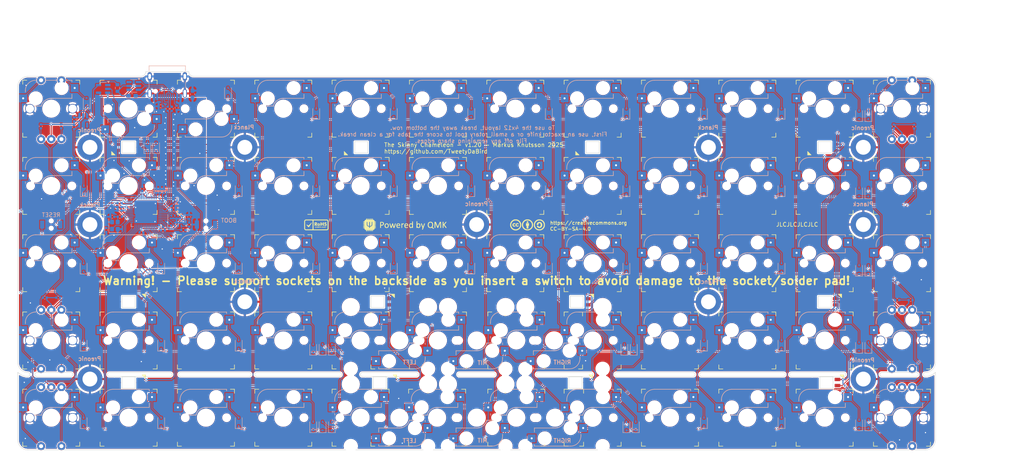
<source format=kicad_pcb>
(kicad_pcb (version 20241229) (generator "pcbnew") (generator_version "9.0")
  (title_block (title "Skinny Chameleon") (date "2025-10-31") (rev "v1.20") (company "Tweety's Wild Thinking") (comment 1 "Markus Knutsson <markus.knutsson@tweety.se>") (comment 2 "https://github.com/TweetyDaBird") (comment 3 "Licensed under Creative Commons BY-SA 4.0 International "))
  (layers (0 "F.Cu" signal) (2 "B.Cu" signal) (13 "F.Paste" user) (15 "B.Paste" user) (5 "F.SilkS" user "F.Silkscreen") (7 "B.SilkS" user "B.Silkscreen") (1 "F.Mask" user) (3 "B.Mask" user) (25 "Edge.Cuts" user))
  (net 0 "")
  (net 2 "Net-(D2-A)")
  (net 3 "Net-(D3-A)")
  (net 4 "Net-(D4-A)")
  (net 5 "Net-(D5-A)")
  (net 6 "Net-(D6-A)")
  (net 8 "Net-(D7-A)")
  (net 9 "Net-(D8-A)")
  (net 10 "Net-(D9-A)")
  (net 11 "Net-(D10-A)")
  (net 12 "Net-(D11-A)")
  (net 13 "Net-(D13-A)")
  (net 14 "Net-(D14-A)")
  (net 15 "Net-(D15-A)")
  (net 16 "Net-(D16-A)")
  (net 17 "Net-(D17-A)")
  (net 18 "Net-(D18-A)")
  (net 19 "Row_0")
  (net 20 "Net-(D19-A)")
  (net 21 "Net-(D20-A)")
  (net 22 "Net-(D21-A)")
  (net 23 "Net-(D22-A)")
  (net 24 "Net-(D23-A)")
  (net 25 "Net-(D24-A)")
  (net 26 "Row_1")
  (net 27 "Net-(D25-A)")
  (net 28 "Net-(D26-A)")
  (net 29 "Net-(D27-A)")
  (net 30 "Net-(D28-A)")
  (net 31 "Net-(D29-A)")
  (net 32 "Net-(D30-A)")
  (net 33 "Row_2")
  (net 34 "Net-(D31-A)")
  (net 35 "Net-(D32-A)")
  (net 36 "Net-(D33-A)")
  (net 37 "Net-(D34-A)")
  (net 38 "Net-(D35-A)")
  (net 39 "Net-(D36-A)")
  (net 40 "Row_3")
  (net 41 "Net-(D38-A)")
  (net 42 "Net-(D39-A)")
  (net 43 "Net-(D40-A)")
  (net 44 "Row_4")
  (net 45 "Net-(D44-A)")
  (net 46 "Net-(D45-A)")
  (net 47 "Net-(D46-A)")
  (net 48 "Net-(D47-A)")
  (net 49 "Col_0")
  (net 50 "Col_1")
  (net 51 "Col_2")
  (net 52 "Col_3")
  (net 53 "Col_4")
  (net 54 "Col_5")
  (net 55 "+3V3")
  (net 56 "GND")
  (net 57 "+1V1")
  (net 58 "+5V")
  (net 59 "Net-(U3-XIN)")
  (net 60 "Net-(C15-Pad1)")
  (net 61 "VBUS")
  (net 62 "Net-(USB1-CC1)")
  (net 63 "D+")
  (net 64 "D-")
  (net 65 "Net-(USB1-CC2)")
  (net 68 "Net-(U3-RUN)")
  (net 69 "Net-(U2-~{CS})")
  (net 70 "Net-(R4-Pad2)")
  (net 71 "Net-(U3-XOUT)")
  (net 73 "Net-(U2-DO(IO1))")
  (net 74 "Net-(U2-IO2)")
  (net 75 "Net-(U2-DI(IO0))")
  (net 76 "Net-(U2-CLK)")
  (net 77 "Net-(U2-IO3)")
  (net 80 "Net-(RGB1-DIN)")
  (net 81 "Net-(RGB1-DOUT)")
  (net 82 "Net-(RGB2-DOUT)")
  (net 83 "Net-(RGB3-DOUT)")
  (net 84 "Net-(RGB4-DOUT)")
  (net 85 "Net-(FB1-Pad1)")
  (net 86 "Earth_Protective")
  (net 89 "ENC1_A")
  (net 90 "ENC1_B")
  (net 91 "ENC2_A")
  (net 92 "ENC2_B")
  (net 93 "ENC3_A")
  (net 94 "ENC3_B")
  (net 95 "ENC4_A")
  (net 96 "ENC4_B")
  (net 97 "RGB")
  (net 98 "/DP")
  (net 99 "/DN")
  (net 100 "Net-(D53-A)")
  (net 102 "Net-(D54-A)")
  (net 103 "Net-(D41-A)")
  (net 104 "Net-(D42-A)")
  (net 105 "Row_8")
  (net 106 "Net-(D43-A)")
  (net 107 "Net-(D55-A)")
  (net 108 "Net-(D50-A)")
  (net 109 "Net-(D51-A)")
  (net 110 "Net-(D52-A)")
  (net 111 "Row_9")
  (net 112 "Net-(D56-A)")
  (net 113 "Net-(D57-A)")
  (net 114 "Net-(D58-A)")
  (net 115 "Net-(D59-A)")
  (net 116 "Row_5")
  (net 117 "Net-(RGB11-DOUT)")
  (net 118 "Net-(RGB10-DOUT)")
  (net 119 "Net-(RGB10-DIN)")
  (net 120 "Row_6")
  (net 121 "Row_7")
  (net 127 "Net-(RGB5-DOUT)")
  (net 128 "Net-(RGB6-DOUT)")
  (net 129 "Net-(RGB7-DOUT)")
  (net 130 "Net-(D1-A)")
  (net 131 "Net-(D12-A)")
  (net 132 "Net-(D37-A)")
  (net 133 "Net-(D48-A)")
  (net 134 "Net-(D60-A)")
  (net 135 "Net-(D49-A)")
  (footprint "Keyboard Switches:SW_MX_HotSwap_reinforced" (layer "F.Cu") (at 61.18 92.03)
    (property "Reference" "SW26" (hide yes))
    (property "Value" "PG151101S11" (hide yes))
  )
  (footprint "Keyboard Switches:SW_MX_HotSwap_Encoder_reinforced" (layer "F.Cu") (at 251.18 54.03)
    (property "Reference" "ENC2" (hide yes))
    (property "Value" "RotaryEncoder_Switch" (hide yes))
  )
  (footprint "Keyboard_Plate:Planck Spacer" (layer "F.Cu") (at 51.68 63.53)
    (property "Reference" "H6" (hide yes))
    (property "Value" "Spacer_PCB" (hide yes))
  )
  (footprint "Keyboard Switches:SW_MX_HotSwap_reinforced" (layer "F.Cu") (at 213.18 73.03)
    (property "Reference" "SW22" (hide yes))
    (property "Value" "PG151101S11" (hide yes))
  )
  (footprint "Keyboard Switches:SW_MX_HotSwap_reinforced" (layer "F.Cu") (at 213.18 54.03)
    (property "Reference" "SW10" (hide yes))
    (property "Value" "PG151101S11" (hide yes))
  )
  (footprint "Keyboard_Plate:Planck Spacer" (layer "F.Cu") (at 89.73 101.53)
    (property "Reference" "H13" (hide yes))
    (property "Value" "Spacer_PCB" (hide yes))
  )
  (footprint "Keyboard Switches:SW_MX_HotSwap_reinforced" (layer "F.Cu") (at 165.705 111.03 180)
    (property "Reference" "SW66" (hide yes))
    (property "Value" "PG151101S11" (hide yes))
  )
  (footprint "Keyboard Switches:SW_MX_HotSwap_reinforced" (layer "F.Cu") (at 61.18 111.03)
    (property "Reference" "SW38" (hide yes))
    (property "Value" "PG151101S11" (hide yes))
  )
  (footprint "Keyboard Switches:SW_MX_HotSwap_reinforced" (layer "F.Cu") (at 194.18 130.03)
    (property "Reference" "SW57" (hide yes))
    (property "Value" "PG151101S11" (hide yes))
  )
  (footprint "Keyboard Switches:SW_MX_HotSwap_reinforced" (layer "F.Cu") (at 194.18 111.03)
    (property "Reference" "SW45" (hide yes))
    (property "Value" "PG151101S11" (hide yes))
  )
  (footprint "Keyboard Switches:SW_MX_HotSwap_reinforced" (layer "F.Cu") (at 118.18 92.03)
    (property "Reference" "SW29" (hide yes))
    (property "Value" "PG151101S11" (hide yes))
  )
  (footprint "Keyboard Switches:SW_MX_HotSwap_reinforced" (layer "F.Cu") (at 251.18 92.03)
    (property "Reference" "SW36" (hide yes))
    (property "Value" "PG151101S11" (hide yes))
  )
  (footprint "Keyboard Switches:SW_MX_HotSwap_Encoder_inverted_reinforced" (layer "F.Cu") (at 251.18 130.03)
    (property "Reference" "ENC6" (hide yes))
    (property "Value" "RotaryEncoder_Switch" (hide yes))
  )
  (footprint "Keyboard Stabilizer:Stabilizer_Cherry_MX_2.00u" (layer "F.Cu") (at 165.705 130.03 180)
    (property "Reference" "ST3" (hide yes))
    (property "Value" "Stabilizer_2u_MX")
  )
  (footprint "Keyboard Switches:SW_MX_HotSwap_reinforced" (layer "F.Cu") (at 175.18 111.03)
    (property "Reference" "SW44" (hide yes))
    (property "Value" "PG151101S11" (hide yes))
  )
  (footprint "Keyboard Switches:SW_MX_HotSwap_reinforced" (layer "F.Cu") (at 194.18 54.03)
    (property "Reference" "SW9" (hide yes))
    (property "Value" "PG151101S11" (hide yes))
  )
  (footprint "Keyboard_Plate:Planck Spacer" (layer "F.Cu") (at 89.73 63.53)
    (property "Reference" "H14" (hide yes))
    (property "Value" "Spacer_PCB" (hide yes))
  )
  (footprint "Keyboard Switches:SW_MX_HotSwap_reinforced" (layer "F.Cu") (at 232.18 130.03)
    (property "Reference" "SW59" (hide yes))
    (property "Value" "PG151101S11" (hide yes))
  )
  (footprint "Keyboard Switches:SW_MX_HotSwap_reinforced" (layer "F.Cu") (at 137.18 92.03)
    (property "Reference" "SW30" (hide yes))
    (property "Value" "PG151101S11" (hide yes))
  )
  (footprint "Keyboard Switches:SW_MX_HotSwap_reinforced" (layer "F.Cu") (at 156.18 73.03)
    (property "Reference" "SW19" (hide yes))
    (property "Value" "PG151101S11" (hide yes))
  )
  (footprint "Keyboard Switches:SW_MX_HotSwap_reinforced" (layer "F.Cu") (at 175.18 54.03)
    (property "Reference" "SW8" (hide yes))
    (property "Value" "PG151101S11" (hide yes))
  )
  (footprint "Keyboard Switches:SW_MX_HotSwap_Encoder_reinforced" (layer "F.Cu") (at 42.18 54.03)
    (property "Reference" "ENC1" (hide yes))
    (property "Value" "RotaryEncoder_Switch" (hide yes))
  )
  (footprint "Keyboard Switches:SW_MX_HotSwap_reinforced" (layer "F.Cu") (at 127.705 130.03 180)
    (property "Reference" "SW61" (hide yes))
    (property "Value" "PG151101S11" (hide yes))
  )
  (footprint "Keyboard Stabilizer:Stabilizer_Cherry_MX_2.00u" (layer "F.Cu") (at 146.705 111.03 180)
    (property "Reference" "ST5" (hide yes))
    (property "Value" "Stabilizer_2u_MX")
  )
  (footprint "Keyboard_Plate:Planck Spacer" (layer "F.Cu") (at 241.68 82.53)
    (property "Reference" "H4" (hide yes))
    (property "Value" "Spacer_PCB" (hide yes))
  )
  (footprint "Keyboard Switches:SW_MX_HotSwap_reinforced" (layer "F.Cu") (at 232.18 73.03)
    (property "Reference" "SW23" (hide yes))
    (property "Value" "PG151101S11" (hide yes))
  )
  (footprint "Keyboard Switches:SW_MX_HotSwap_Encoder_inverted_reinforced" (layer "F.Cu") (at 251.18 111.03)
    (property "Reference" "ENC4" (hide yes))
    (property "Value" "RotaryEncoder_Switch" (hide yes))
  )
  (footprint "Logotypes:CC_BY_SA_40_line" (layer "F.Cu") (at 169.03 82.827624)
    (property "Reference" "Logo1" (hide yes))
    (property "Value" "CC-BY-SA-4.0")
  )
  (footprint "Keyboard Switches:SW_MX_HotSwap_reinforced" (layer "F.Cu") (at 156.18 54.03)
    (property "Reference" "SW7" (hide yes))
    (property "Value" "PG151101S11" (hide yes))
  )
  (footprint "Keyboard Switches:SW_MX_HotSwap_reinforced" (layer "F.Cu") (at 80.18 130.03)
    (property "Reference" "SW51" (hide yes))
    (property "Value" "PG151101S11" (hide yes))
  )
  (footprint "Keyboard Switches:SW_MX_HotSwap_reinforced" (layer "F.Cu") (at 118.18 54.03)
    (property "Reference" "SW5" (hide yes))
    (property "Value" "PG151101S11" (hide yes))
  )
  (footprint "Keyboard Switches:SW_MX_HotSwap_reinforced" (layer "F.Cu") (at 213.18 92.03)
    (property "Reference" "SW34" (hide yes))
    (property "Value" "PG151101S11" (hide yes))
  )
  (footprint "Keyboard Switches:SW_MX_HotSwap_reinforced" (layer "F.Cu") (at 42.18 92.03)
    (property "Reference" "SW25" (hide yes))
    (property "Value" "PG151101S11" (hide yes))
  )
  (footprint "Keyboard Switches:SW_MX_HotSwap_reinforced" (layer "F.Cu") (at 137.18 54.03)
    (property "Reference" "SW6" (hide yes))
    (property "Value" "PG151101S11" (hide yes))
  )
  (footprint "Keyboard Switches:SW_MX_HotSwap_reinforced" (layer "F.Cu") (at 213.18 130.03)
    (property "Reference" "SW58" (hide yes))
    (property "Value" "PG151101S11" (hide yes))
  )
  (footprint "Keyboard Switches:SW_MX_HotSwap_reinforced" (layer "F.Cu") (at 175.18 73.03)
    (property "Reference" "SW20" (hide yes))
    (property "Value" "PG151101S11" (hide yes))
  )
  (footprint "Keyboard Switches:SW_MX_HotSwap_reinforced" (layer "F.Cu") (at 175.18 130.03)
    (property "Reference" "SW56" (hide yes))
    (property "Value" "PG151101S11" (hide yes))
  )
  (footprint "Keyboard Switches:SW_MX_HotSwap_reinforced" (layer "F.Cu") (at 251.18 73.03)
    (property "Reference" "SW24" (hide yes))
    (property "Value" "PG151101S11" (hide yes))
  )
  (footprint "Keyboard Stabilizer:Stabilizer_Cherry_MX_2.00u" (layer "F.Cu") (at 165.705 111.03 180)
    (property "Reference" "ST6" (hide yes))
    (property "Value" "Stabilizer_2u_MX")
  )
  (footprint "Keyboard Switches:SW_MX_HotSwap_reinforced" (layer "F.Cu") (at 61.18 130.03)
    (property "Reference" "SW50" (hide yes))
    (property "Value" "PG151101S11" (hide yes))
  )
  (footprint "Keyboard Switches:SW_MX_HotSwap_reinforced" (layer "F.Cu") (at 232.18 54.03)
    (property "Reference" "SW11" (hide yes))
    (property "Value" "PG151101S11" (hide yes))
  )
  (footprint "Keyboard_Plate:Planck Spacer" (layer "F.Cu") (at 51.68 82.53)
    (property "Reference" "H1" (hide yes))
    (property "Value" "Spacer_PCB" (hide yes))
  )
  (footprint "Keyboard Switches:SW_MX_HotSwap_reinforced" (layer "F.Cu") (at 137.18 73.03)
    (property "Reference" "SW18" (hide yes))
    (property "Value" "PG151101S11" (hide yes))
  )
  (footprint "Keyboard Switches:SW_MX_HotSwap_reinforced" (layer "F.Cu") (at 80.18 111.03)
    (property "Reference" "SW39" (hide yes))
    (property "Value" "PG151101S11" (hide yes))
  )
  (footprint "Keyboard Switches:SW_MX_HotSwap_reinforced" (layer "F.Cu") (at 156.43 111.03)
    (property "Reference" "SW43" (hide yes))
    (property "Value" "PG151101S11" (hide yes))
  )
  (footprint "Keyboard Switches:SW_MX_HotSwap_reinforced" (layer "F.Cu") (at 99.18 73.03)
    (property "Reference" "SW16" (hide yes))
    (property "Value" "PG151101S11" (hide yes))
  )
  (footprint "Keyboard_Plate:Planck Spacer" (layer "F.Cu") (at 51.68 120.53)
    (property "Reference" "H2" (hide yes))
    (property "Value" "Spacer_PCB" (hide yes))
  )
  (footprint "Keyboard_Plate:Planck Spacer" (layer "F.Cu") (at 241.68 120.53)
    (property "Reference" "H5" (hide yes))
    (property "Value" "Spacer_PCB" (hide yes))
  )
  (footprint "Keyboard Switches:SW_MX_HotSwap_reinforced" (layer "F.Cu") (at 175.18 92.03)
    (property "Reference" "SW32" (hide yes))
    (property "Value" "PG151101S11" (hide yes))
  )
  (footprint "Keyboard Switches:SW_MX_HotSwap_reinforced" (layer "F.Cu") (at 232.18 111.03)
    (property "Reference" "SW47" (hide yes))
    (property "Value" "PG151101S11" (hide yes))
  )
  (footprint "Keyboard Switches:SW_MX_HotSwap_reinforced" (layer "F.Cu") (at 118.18 111.03)
    (property "Reference" "SW41" (hide yes))
    (property "Value" "PG151101S11" (hide yes))
  )
  (footprint "Keyboard_Plate:Planck Spacer" (layer "F.Cu") (at 203.63 63.53)
    (property "Reference" "H11" (hide yes))
    (property "Value" "Spacer_PCB" (hide yes))
  )
  (footprint "Keyboard Switches:SW_MX_HotSwap_reinforced" (layer "F.Cu") (at 156.43 130.03)
    (property "Reference" "SW55" (hide yes))
    (property "Value" "PG151101S11" (hide yes))
  )
  (footprint "Logotypes:qmk logo" (layer "F.Cu") (at 129.046018 82.614188)
    (property "Reference" "Logo2" (hide yes))
    (property "Value" "QMK_Logo" (hide yes))
  )
  (footprint "Keyboard Switches:SW_MX_HotSwap_reinforced" (layer "F.Cu") (at 194.18 92.03)
    (property "Reference" "SW33" (hide yes))
    (property "Value" "PG151101S11" (hide yes))
  )
  (footprint "Keyboard Switches:SW_MX_HotSwap_reinforced" (layer "F.Cu") (at 99.18 92.03)
    (property "Reference" "SW28" (hide yes))
    (property "Value" "PG151101S11" (hide yes))
  )
  (footprint "Keyboard Switches:SW_MX_HotSwap_Encoder_inverted_reinforced" (layer "F.Cu") (at 42.18 111.03)
    (property "Reference" "ENC3" (hide yes))
    (property "Value" "RotaryEncoder_Switch" (hide yes))
  )
  (footprint "Keyboard_Plate:Planck Spacer" (layer "F.Cu") (at 203.63 101.53)
    (property "Reference" "H12" (hide yes))
    (property "Value" "Spacer_PCB")
  )
  (footprint "Keyboard Switches:SW_MX_HotSwap_reinforced" (layer "F.Cu") (at 118.18 130.03)
    (property "Reference" "SW53" (hide yes))
    (property "Value" "PG151101S11" (hide yes))
  )
  (footprint "Keyboard_Plate:Planck Spacer" (layer "F.Cu") (at 241.68 63.53)
    (property "Reference" "H7" (hide yes))
    (property "Value" "Spacer_PCB" (hide yes))
  )
  (footprint "Keyboard Switches:SW_MX_HotSwap_Encoder_inverted_reinforced" (layer "F.Cu") (at 42.18 130.03)
    (property "Reference" "ENC5" (hide yes))
    (property "Value" "RotaryEncoder_Switch" (hide yes))
  )
  (footprint "Keyboard Switches:SW_MX_HotSwap_reinforced" (layer "F.Cu") (at 61.18 73.03)
    (property "Reference" "SW14" (hide yes))
    (property "Value" "PG151101S11" (hide yes))
  )
  (footprint "Keyboard Switches:SW_MX_HotSwap_reinforced" (layer "F.Cu") (at 146.705 130.03 180)
    (property "Reference" "SW62" (hide yes))
    (property "Value" "PG151101S11" (hide yes))
  )
  (footprint "Keyboard Switches:SW_MX_HotSwap_reinforced" (layer "F.Cu") (at 80.18 54.03 180)
    (property "Reference" "SW3" (hide yes))
    (property "Value" "PG151101S11" (hide yes))
  )
  (footprint "Keyboard Switches:SW_MX_HotSwap_reinforced" (layer "F.Cu") (at 136.98 130.03)
    (property "Reference" "SW54" (hide yes))
    (property "Value" "PG151101S11" (hide yes))
  )
  (footprint "Keyboard Switches:SW_MX_HotSwap_reinforced" (layer "F.Cu") (at 42.18 73.03)
    (property "Reference" "SW13" (hide yes))
    (property "Value" "PG151101S11" (hide yes))
  )
  (footprint "Keyboard Switches:SW_MX_HotSwap_reinforced" (layer "F.Cu") (at 127.705 111.03 180)
    (property "Reference" "SW64" (hide yes))
    (property "Value" "PG151101S11" (hide yes))
  )
  (footprint "Keyboard Switches:SW_MX_HotSwap_reinforced" (layer "F.Cu") (at 61.18 54.03 180)
    (property "Reference" "SW2" (hide yes))
    (property "Value" "PG151101S11" (hide yes))
  )
  (footprint "Keyboard Switches:SW_MX_HotSwap_reinforced" (layer "F.Cu") (at 194.18 73.03)
    (property "Reference" "SW21" (hide yes))
    (property "Value" "PG151101S11" (hide yes))
  )
  (footprint "Keyboard Switches:SW_MX_HotSwap_reinforced" (layer "F.Cu") (at 165.955 130.03 180)
    (property "Reference" "SW63" (hide yes))
    (property "Value" "PG151101S11" (hide yes))
  )
  (footprint "Keyboard Stabilizer:Stabilizer_Cherry_MX_2.00u" (layer "F.Cu") (at 146.705 130.03 180)
    (property "Reference" "ST1" (hide yes))
    (property "Value" "Stabilizer_2u_MX")
  )
  (footprint "Keyboard Switches:SW_MX_HotSwap_reinforced" (layer "F.Cu") (at 146.705 111.03 180)
    (property "Reference" "SW65" (hide yes))
    (property "Value" "PG151101S11" (hide yes))
  )
  (footprint "Keyboard Switches:SW_MX_HotSwap_reinforced" (layer "F.Cu") (at 213.18 111.03)
    (property "Reference" "SW46" (hide yes))
    (property "Value" "PG151101S11" (hide yes))
  )
  (footprint "Logotypes:RoHs" (layer "F.Cu") (at 107.3 82.627984)
    (property "Reference" "Logo4" (hide yes))
    (property "Value" "RoHS" (hide yes))
  )
  (footprint "Keyboard Switches:SW_MX_HotSwap_reinforced" (layer "F.Cu") (at 118.18 73.03)
    (property "Reference" "SW17" (hide yes))
    (property "Value" "PG151101S11" (hide yes))
  )
  (footprint "Keyboard Switches:SW_MX_HotSwap_reinforced" (layer "F.Cu") (at 80.18 92.03)
    (property "Reference" "SW27" (hide yes))
    (property "Value" "PG151101S11" (hide yes))
  )
  (footprint "Keyboard Switches:SW_MX_HotSwap_reinforced" (layer "F.Cu") (at 137.18 111.03)
    (property "Reference" "SW42" (hide yes))
    (property "Value" "PG151101S11" (hide yes))
  )
  (footprint "Keyboard Switches:SW_MX_HotSwap_reinforced" (layer "F.Cu") (at 99.18 111.03)
    (property "Reference" "SW40" (hide yes))
    (property "Value" "PG151101S11" (hide yes))
  )
  (footprint "Keyboard Stabilizer:Stabilizer_Cherry_MX_2.00u" (layer "F.Cu") (at 127.705 111.03 180)
    (property "Reference" "ST4" (hide yes))
    (property "Value" "Stabilizer_2u_MX")
  )
  (footprint "Keyboard_Plate:Planck Spacer" (layer "F.Cu") (at 146.68 82.53)
    (property "Reference" "H9" (hide yes))
    (property "Value" "Spacer_PCB" (hide yes))
  )
  (footprint "Keyboard Stabilizer:Stabilizer_Cherry_MX_2.00u" (layer "F.Cu") (at 127.705 130.03 180)
    (property "Reference" "ST2" (hide yes))
    (property "Value" "Stabilizer_2u_MX")
  )
  (footprint "Keyboard Switches:SW_MX_HotSwap_reinforced" (layer "F.Cu") (at 232.18 92.03)
    (property "Reference" "SW35" (hide yes))
    (property "Value" "PG151101S11" (hide yes))
  )
  (footprint "Keyboard Switches:SW_MX_HotSwap_reinforced" (layer "F.Cu") (at 99.18 54.03)
    (property "Reference" "SW4" (hide yes))
    (property "Value" "PG151101S11" (hide yes))
  )
  (footprint "Keyboard Switches:SW_MX_HotSwap_reinforced" (layer "F.Cu") (at 80.18 73.03)
    (property "Reference" "SW15" (hide yes))
    (property "Value" "PG151101S11" (hide yes))
  )
  (footprint "Keyboard Switches:SW_MX_HotSwap_reinforced" (layer "F.Cu") (at 156.18 92.03)
    (property "Reference" "SW31" (hide yes))
    (property "Value" "PG151101S11" (hide yes))
  )
  (footprint "Keyboard Switches:SW_MX_HotSwap_reinforced" (layer "F.Cu") (at 99.18 130.03)
    (property "Reference" "SW52" (hide yes))
    (property "Value" "PG151101S11" (hide yes))
  )
  (footprint "Diode_SMD:D_SOD-323" (layer "B.Cu") (at 50.13 131.08 90)
    (property "Reference" "D49" (hide yes))
    (property "Value" "1N4148W")
  )
  (footprint "Diode_SMD:D_SOD-323" (layer "B.Cu") (at 183.48 132.08 90)
    (property "Reference" "D55" (hide yes))
    (property "Value" "1N4148W")
  )
  (footprint "Diode_SMD:D_SOD-323" (layer "B.Cu") (at 107.28 93.08 90)
    (property "Reference" "D28" (hide yes))
    (property "Value" "1N4148W")
  )
  (footprint "Diode_SMD:D_SOD-323" (layer "B.Cu") (at 50.13 93.08 90)
    (property "Reference" "D25" (hide yes))
    (property "Value" "1N4148W")
  )
  (footprint "Diode_SMD:D_SOD-323" (layer "B.Cu") (at 185.78 132.08 90)
    (property "Reference" "D56" (hide yes))
    (property "Value" "1N4148W")
  )
  (footprint "Capacitor_SMD:C_0603_1608Metric_Pad1.08x0.95mm_HandSolder" (layer "B.Cu") (at 62.05 50.86 180)
    (property "Reference" "FB1" (hide yes))
    (property "Value" "BLM18SG700TZ1D")
  )
  (footprint "Diode_SMD:D_SOD-323" (layer "B.Cu") (at 240.63 55.56 90)
    (property "Reference" "D11" (hide yes))
    (property "Value" "1N4148W")
  )
  (footprint "Diode_SMD:D_SOD-323" (layer "B.Cu") (at 88.23 93.08 90)
    (property "Reference" "D27" (hide yes))
    (property "Value" "1N4148W")
  )
  (footprint "Keyboard RGB:RGB_SK6812MINI-E" (layer "B.Cu") (at 118.33 63.53 180)
    (property "Reference" "RGB2" (hide yes))
    (property "Value" "SK6812MINI-E")
    (fp_line (start 1.61 1.41) (end 1.61 -1.41) (stroke (width 0.1)) (layer "Edge.Cuts"))
    (fp_line (start 1.61 -1.41) (end -1.61 -1.41) (stroke (width 0.1)) (layer "Edge.Cuts"))
    (fp_line (start -1.61 1.41) (end 1.61 1.41) (stroke (width 0.1)) (layer "Edge.Cuts"))
    (fp_line (start -1.61 -1.41) (end -1.61 1.41) (stroke (width 0.1)) (layer "Edge.Cuts"))
  )
  (footprint "Package_DFN_QFN:QFN-56-1EP_7x7mm_P0.4mm_EP3.2x3.2mm" (layer "B.Cu") (at 65.3775 79.41 90)
    (property "Reference" "U3" (hide yes))
    (property "Value" "RP2040")
  )
  (footprint "Diode_SMD:D_SOD-323" (layer "B.Cu") (at 85.6 49.92 90)
    (property "Reference" "D3" (hide yes))
    (property "Value" "1N4148W")
  )
  (footprint "Capacitor_SMD:C_0402_1005Metric" (layer "B.Cu") (at 249.15 58.4 90)
    (property "Reference" "C18" (hide yes))
    (property "Value" "100nF")
  )
  (footprint "Keyboard Common:YTSA010" (layer "B.Cu") (at 42.18 82.53)
    (property "Reference" "SW67" (hide yes))
    (property "Value" "YTSA010" (hide yes))
  )
  (footprint "Diode_SMD:D_SOD-323" (layer "B.Cu") (at 221.58 112.03 90)
    (property "Reference" "D46" (hide yes))
    (property "Value" "1N4148W")
  )
  (footprint "Capacitor_SMD:C_0603_1608Metric_Pad1.08x0.95mm_HandSolder" (layer "B.Cu") (at 76.89 50.46 -90)
    (property "Reference" "FB2" (hide yes))
    (property "Value" "BLM18SG700TZ1D")
  )
  (footprint "Package_TO_SOT_SMD:SOT-23-5" (layer "B.Cu") (at 50.04 56.93 -90)
    (property "Reference" "U1" (hide yes))
    (property "Value" "SPX3819M5-L-3-3/TR")
  )
  (footprint "Capacitor_SMD:C_0402_1005Metric" (layer "B.Cu") (at 69.84 74.29 90)
    (property "Reference" "C9" (hide yes))
    (property "Value" "100nF")
  )
  (footprint "Capacitor_SMD:C_0402_1005Metric" (layer "B.Cu") (at 57.18 80.62 180)
    (property "Reference" "C15" (hide yes))
    (property "Value" "30pF")
  )
  (footprint "Keyboard RGB:RGB_SK6812MINI-E" (layer "B.Cu") (at 61.18 63.53 180)
    (property "Reference" "RGB1" (hide yes))
    (property "Value" "SK6812MINI-E")
    (fp_line (start 1.61 1.41) (end 1.61 -1.41) (stroke (width 0.1)) (layer "Edge.Cuts"))
    (fp_line (start 1.61 -1.41) (end -1.61 -1.41) (stroke (width 0.1)) (layer "Edge.Cuts"))
    (fp_line (start -1.61 1.41) (end 1.61 1.41) (stroke (width 0.1)) (layer "Edge.Cuts"))
    (fp_line (start -1.61 -1.41) (end -1.61 1.41) (stroke (width 0.1)) (layer "Edge.Cuts"))
  )
  (footprint "Capacitor_SMD:C_0402_1005Metric" (layer "B.Cu") (at 47.79 56.67 -90)
    (property "Reference" "C11" (hide yes))
    (property "Value" "1uF")
  )
  (footprint "Keyboard RGB:RGB_SK6812MINI-E" (layer "B.Cu") (at 61.18 101.53)
    (property "Reference" "RGB8" (hide yes))
    (property "Value" "SK6812MINI-E")
    (fp_line (start -1.61 -1.41) (end -1.61 1.41) (stroke (width 0.1)) (layer "Edge.Cuts"))
    (fp_line (start -1.61 1.41) (end 1.61 1.41) (stroke (width 0.1)) (layer "Edge.Cuts"))
    (fp_line (start 1.61 -1.41) (end -1.61 -1.41) (stroke (width 0.1)) (layer "Edge.Cuts"))
    (fp_line (start 1.61 1.41) (end 1.61 -1.41) (stroke (width 0.1)) (layer "Edge.Cuts"))
  )
  (footprint "Capacitor_SMD:C_0402_1005Metric" (layer "B.Cu") (at 47.78 58.56 90)
    (property "Reference" "C12" (hide yes))
    (property "Value" "1uF")
  )
  (footprint "Diode_SMD:D_SOD-323" (layer "B.Cu") (at 202.53 131.08 90)
    (property "Reference" "D57" (hide yes))
    (property "Value" "1N4148W")
  )
  (footprint "Keyboard RGB:RGB_SK6812MINI-E" (layer "B.Cu") (at 122.33 101.53)
    (property "Reference" "RGB7" (hide yes))
    (property "Value" "SK6812MINI-E")
    (fp_line (start -1.61 -1.41) (end -1.61 1.41) (stroke (width 0.1)) (layer "Edge.Cuts"))
    (fp_line (start -1.61 1.41) (end 1.61 1.41) (stroke (width 0.1)) (layer "Edge.Cuts"))
    (fp_line (start 1.61 -1.41) (end -1.61 -1.41) (stroke (width 0.1)) (layer "Edge.Cuts"))
    (fp_line (start 1.61 1.41) (end 1.61 -1.41) (stroke (width 0.1)) (layer "Edge.Cuts"))
  )
  (footprint "Diode_SMD:D_SOD-323" (layer "B.Cu") (at 240.63 74.56 90)
    (property "Reference" "D23" (hide yes))
    (property "Value" "1N4148W")
  )
  (footprint "Capacitor_SMD:C_0402_1005Metric" (layer "B.Cu") (at 64.52 73.74 90)
    (property "Reference" "C3" (hide yes))
    (property "Value" "100nF")
  )
  (footprint "Diode_SMD:D_SOD-323" (layer "B.Cu") (at 107.28 74.03 90)
    (property "Reference" "D16" (hide yes))
    (property "Value" "1N4148W")
  )
  (footprint "Capacitor_SMD:C_0402_1005Metric" (layer "B.Cu") (at 72.24 78.88)
    (property "Reference" "C10" (hide yes))
    (property "Value" "100nF")
  )
  (footprint "Diode_SMD:D_SOD-323" (layer "B.Cu") (at 106.53 132.08 90)
    (property "Reference" "D52" (hide yes))
    (property "Value" "1N4148W")
  )
  (footprint "Keyboard Common:HRO_TYPE-C-31-M-12" (layer "B.Cu") (at 70.68 46.107)
    (property "Reference" "USB1" (hide yes))
    (property "Value" "USB_C_Receptacle_USB2.0")
  )
  (footprint "Keyboard RGB:RGB_SK6812MINI-E" (layer "B.Cu") (at 232.18 63.53 180)
    (property "Reference" "RGB4" (hide yes))
    (property "Value" "SK6812MINI-E")
    (fp_line (start 1.61 1.41) (end 1.61 -1.41) (stroke (width 0.1)) (layer "Edge.Cuts"))
    (fp_line (start 1.61 -1.41) (end -1.61 -1.41) (stroke (width 0.1)) (layer "Edge.Cuts"))
    (fp_line (start -1.61 1.41) (end 1.61 1.41) (stroke (width 0.1)) (layer "Edge.Cuts"))
    (fp_line (start -1.61 -1.41) (end -1.61 1.41) (stroke (width 0.1)) (layer "Edge.Cuts"))
  )
  (footprint "Keyboard RGB:RGB_SK6812MINI-E" (layer "B.Cu") (at 175.18 63.53 180)
    (property "Reference" "RGB3" (hide yes))
    (property "Value" "SK6812MINI-E")
    (fp_line (start 1.61 1.41) (end 1.61 -1.41) (stroke (width 0.1)) (layer "Edge.Cuts"))
    (fp_line (start 1.61 -1.41) (end -1.61 -1.41) (stroke (width 0.1)) (layer "Edge.Cuts"))
    (fp_line (start -1.61 1.41) (end 1.61 1.41) (stroke (width 0.1)) (layer "Edge.Cuts"))
    (fp_line (start -1.61 -1.41) (end -1.61 1.41) (stroke (width 0.1)) (layer "Edge.Cuts"))
  )
  (footprint "Diode_SMD:D_SOD-323" (layer "B.Cu") (at 88.23 131.08 90)
    (property "Reference" "D51" (hide yes))
    (property "Value" "1N4148W")
  )
  (footprint "Diode_SMD:D_SOD-323" (layer "B.Cu") (at 145.38 74.03 90)
    (property "Reference" "D18" (hide yes))
    (property "Value" "1N4148W")
  )
  (footprint "Resistor_SMD:R_0402_1005Metric" (layer "B.Cu") (at 58.98 77.26)
    (property "Reference" "R3" (hide yes))
    (property "Value" "10K")
  )
  (footprint "Keyboard RGB:RGB_SK6812MINI-E" (layer "B.Cu") (at 232.18 101.53)
    (property "Reference" "RGB5" (hide yes))
    (property "Value" "SK6812MINI-E")
    (fp_line (start -1.61 -1.41) (end -1.61 1.41) (stroke (width 0.1)) (layer "Edge.Cuts"))
    (fp_line (start -1.61 1.41) (end 1.61 1.41) (stroke (width 0.1)) (layer "Edge.Cuts"))
    (fp_line (start 1.61 -1.41) (end -1.61 -1.41) (stroke (width 0.1)) (layer "Edge.Cuts"))
    (fp_line (start 1.61 1.41) (end 1.61 -1.41) (stroke (width 0.1)) (layer "Edge.Cuts"))
  )
  (footprint "Diode_SMD:D_SOD-323" (layer "B.Cu") (at 202.53 74.03 90)
    (property "Reference" "D21" (hide yes))
    (property "Value" "1N4148W")
  )
  (footprint "Crystal:Crystal_SMD_2520-4Pin_2.5x2.0mm" (layer "B.Cu") (at 57.8 82.78 90)
    (property "Reference" "Y1" (hide yes))
    (property "Value" "TXM12M0004252LBCEO00T")
  )
  (footprint "Diode_SMD:D_SOD-323" (layer "B.Cu") (at 107.28 55.03 90)
    (property "Reference" "D4" (hide yes))
    (property "Value" "1N4148W")
  )
  (footprint "Diode_SMD:D_SOD-323" (layer "B.Cu") (at 164.43 55.03 90)
    (property "Reference" "D7" (hide yes))
    (property "Value" "1N4148W")
  )
  (footprint "Diode_SMD:D_SOD-323" (layer "B.Cu") (at 240.63 131.61 90)
    (property "Reference" "D59" (hide yes))
    (property "Value" "1N4148W")
  )
  (footprint "Diode_SMD:D_SOD-323" (layer "B.Cu") (at 242.94 131.61 90)
    (property "Reference" "D60" (hide yes))
    (property "Value" "1N4148W")
  )
  (footprint "Capacitor_SMD:C_0402_1005Metric" (layer "B.Cu") (at 69.63 83.99)
    (property "Reference" "C4" (hide yes))
    (property "Value" "100nF")
  )
  (footprint "Diode_SMD:D_SOD-323" (layer "B.Cu") (at 69.18 93.08 90)
    (property "Reference" "D26" (hide yes))
    (property "Value" "1N4148W")
  )
  (footprint "Diode_SMD:D_SOD-323" (layer "B.Cu") (at 202.53 112.03 90)
    (property "Reference" "D45" (hide yes))
    (property "Value" "1N4148W")
  )
  (footprint "Capacitor_SMD:C_0402_1005Metric" (layer "B.Cu") (at 76.05 80.65 90)
    (property "Reference" "C13" (hide yes))
    (property "Value" "100nF")
  )
  (footprint "Diode_SMD:D_SOD-323" (layer "B.Cu") (at 242.93 112.5625 90)
    (property "Reference" "D48" (hide yes))
    (property "Value" "1N4148W")
  )
  (footprint "Package_TO_SOT_SMD:SOT-23-6" (layer "B.Cu") (at 62.44 48.43 180)
    (property "Reference" "U5" (hide yes))
    (property "Value" "SRV05-4")
  )
  (footprint "Diode_SMD:D_SOD-323" (layer "B.Cu") (at 126.33 74.03 90)
    (property "Reference" "D17" (hide yes))
    (property "Value" "1N4148W")
  )
  (footprint "Resistor_SMD:R_0402_1005Metric" (layer "B.Cu") (at 72.98 53.82 -90)
    (property "Reference" "R2" (hide yes))
    (property "Value" "5.1K")
  )
  (footprint "Diode_SMD:D_SOD-323" (layer "B.Cu") (at 145.38 93.08 90)
    (property "Reference" "D30" (hide yes))
    (property "Value" "1N4148W")
  )
  (footprint "Capacitor_SMD:C_0402_1005Metric" (layer "B.Cu") (at 58.96 79.11 180)
    (property "Reference" "C6" (hide yes))
    (property "Value" "100nF")
  )
  (footprint "Diode_SMD:D_SOD-323" (layer "B.Cu") (at 183.48 93.08 90)
    (property "Reference" "D32" (hide yes))
    (property "Value" "1N4148W")
  )
  (footprint "Diode_SMD:D_SOD-323" (layer "B.Cu") (at 67.93 63.45 90)
    (property "Reference" "D14" (hide yes))
    (property "Value" "1N4148W")
  )
  (footprint "Capacitor_SMD:C_0402_1005Metric" (layer "B.Cu") (at 254.18 58.44 -90)
    (property "Reference" "C19" (hide yes))
    (property "Value" "100nF")
  )
  (footprint "Diode_SMD:D_SOD-323" (layer "B.Cu") (at 108.83 113.03 90)
    (property "Reference" "D41" (hide yes))
    (property "Value" "1N4148W")
  )
  (footprint "Diode_SMD:D_SOD-323" (layer "B.Cu") (at 126.33 93.08 90)
    (property "Reference" "D29" (hide yes))
    (property "Value" "1N4148W")
  )
  (footprint "Diode_SMD:D_SOD-323" (layer "B.Cu") (at 50.9 52.45 90)
    (property "Reference" "D1" (hide yes))
    (property "Value" "1N4148W")
  )
  (footprint "Diode_SMD:D_SOD-323" (layer "B.Cu") (at 242.93 74.57 90)
    (property "Reference" "D24" (hide yes))
    (property "Value" "1N4148W")
  )
  (footprint "Diode_SMD:D_SOD-323" (layer "B.Cu") (at 126.33 55.03 90)
    (property "Reference" "D5" (hide yes))
    (property "Value" "1N4148W")
  )
  (footprint "Diode_SMD:D_SOD-323" (layer "B.Cu") (at 164.43 74.03 90)
    (property "Reference" "D19" (hide yes))
    (property "Value" "1N4148W")
  )
  (footprint "Diode_SMD:D_SOD-323" (layer "B.Cu") (at 108.83 132.08 90)
    (property "Reference" "D54" (hide yes))
    (property "Value" "1N4148W")
  )
  (footprint "Diode_SMD:D_SOD-323" (layer "B.Cu") (at 221.58 55.03 90)
    (property "Reference" "D10" (hide yes))
    (property "Value" "1N4148W")
  )
  (footprint "Diode_SMD:D_SOD-323" (layer "B.Cu") (at 183.48 74.03 90)
    (property "Reference" "D20" (hide yes))
    (property "Value" "1N4148W")
  )
  (footprint "Resistor_SMD:R_0402_1005Metric" (layer "B.Cu") (at 76.075 82.55 -90)
    (property "Reference" "R7" (hide yes))
    (property "Value" "10K")
  )
  (footprint "Diode_SMD:D_SOD-323" (layer "B.Cu") (at 240.63 93.61 90)
    (property "Reference" "D35" (hide yes))
    (property "Value" "1N4148W")
  )
  (footprint "Diode_SMD:D_SOD-323" (layer "B.Cu") (at 106.53 113.03 90)
    (property "Reference" "D40" (hide yes))
    (property "Value" "1N4148W")
  )
  (footprint "Keyboard RGB:RGB_SK6812MINI-E" (layer "B.Cu") (at 61.18 121.38)
    (property "Reference" "RGB12" (hide yes))
    (property "Value" "SK6812MINI-E")
    (fp_line (start -1.61 -1.41) (end -1.61 1.41) (stroke (width 0.1)) (layer "Edge.Cuts"))
    (fp_line (start -1.61 1.41) (end 1.61 1.41) (stroke (width 0.1)) (layer "Edge.Cuts"))
    (fp_line (start 1.61 -1.41) (end -1.61 -1.41) (stroke (width 0.1)) (layer "Edge.Cuts"))
    (fp_line (start 1.61 1.41) (end 1.61 -1.41) (stroke (width 0.1)) (layer "Edge.Cuts"))
  )
  (footprint "Diode_SMD:D_SOD-323" (layer "B.Cu") (at 202.53 55.03 90)
    (property "Reference" "D9" (hide yes))
    (property "Value" "1N4148W")
  )
  (footprint "Keyboard RGB:RGB_SK6812MINI-E" (layer "B.Cu") (at 170.955 121.38)
    (property "Reference" "RGB10" (hide yes))
    (property "Value" "SK6812MINI-E")
    (fp_line (start -1.61 -1.41) (end -1.61 1.41) (stroke (width 0.1)) (layer "Edge.Cuts"))
    (fp_line (start -1.61 1.41) (end 1.61 1.41) (stroke (width 0.1)) (layer "Edge.Cuts"))
    (fp_line (start 1.61 -1.41) (end -1.61 -1.41) (stroke (width 0.1)) (layer "Edge.Cuts"))
    (fp_line (start 1.61 1.41) (end 1.61 -1.41) (stroke (width 0.1)) (layer "Edge.Cuts"))
  )
  (footprint "Resistor_SMD:R_0603_1608Metric" (layer "B.Cu") (at 58.45 48.95 90)
    (property "Reference" "F1" (hide yes))
    (property "Value" "0603L050/6AR")
  )
  (footprint "Keyboard Common:YTSA010" (layer "B.Cu") (at 80.18 82.53)
    (property "Reference" "SW68" (hide yes))
    (property "Value" "YTSA010" (hide yes))
  )
  (footprint "Diode_SMD:D_SOD-323" (layer "B.Cu") (at 145.38 55.03 90)
    (property "Reference" "D6" (hide yes))
    (property "Value" "1N4148W")
  )
  (footprint "Keyboard RGB:RGB_SK6812MINI-E" (layer "B.Cu") (at 232.63 121.38)
    (property "Reference" "RGB9" (hide yes))
    (property "Value" "SK6812MINI-E")
    (fp_line (start -1.61 -1.41) (end -1.61 1.41) (stroke (width 0.1)) (layer "Edge.Cuts"))
    (fp_line (start -1.61 1.41) (end 1.61 1.41) (stroke (width 0.1)) (layer "Edge.Cuts"))
    (fp_line (start 1.61 -1.41) (end -1.61 -1.41) (stroke (width 0.1)) (layer "Edge.Cuts"))
    (fp_line (start 1.61 1.41) (end 1.61 -1.41) (stroke (width 0.1)) (layer "Edge.Cuts"))
  )
  (footprint "Resistor_SMD:R_0402_1005Metric" (layer "B.Cu") (at 71.77 54.07 90)
    (property "Reference" "R5" (hide yes))
    (property "Value" "27R")
  )
  (footprint "Capacitor_SMD:C_0402_1005Metric" (layer "B.Cu") (at 39.63 58.37 90)
    (property "Reference" "C16" (hide yes))
    (property "Value" "100nF")
  )
  (footprint "Diode_SMD:D_SOD-323" (layer "B.Cu") (at 242.93 93.61 90)
    (property "Reference" "D36" (hide yes))
    (property "Value" "1N4148W")
  )
  (footprint "Capacitor_SMD:C_0402_1005Metric" (layer "B.Cu") (at 64.34 84.475)
    (property "Reference" "C2" (hide yes))
    (property "Value" "100nF")
  )
  (footprint "Diode_SMD:D_SOD-323" (layer "B.Cu") (at 111.13 132.08 90)
    (property "Reference" "D53" (hide yes))
    (property "Value" "1N4148W")
  )
  (footprint "Diode_SMD:D_SOD-323" (layer "B.Cu") (at 202.53 93.08 90)
    (property "Reference" "D33" (hide yes))
    (property "Value" "1N4148W")
  )
  (footprint "Resistor_SMD:R_0402_1005Metric" (layer "B.Cu") (at 59.02 80.61 180)
    (property "Reference" "R10" (hide yes))
    (property "Value" "1K")
  )
  (footprint "Diode_SMD:D_SOD-323" (layer "B.Cu") (at 88.23 74.03 90)
    (property "Reference" "D15" (hide yes))
    (property "Value" "1N4148W")
  )
  (footprint "Diode_SMD:D_SOD-323" (layer "B.Cu") (at 183.48 55.03 90)
    (property "Reference" "D8" (hide yes))
    (property "Value" "1N4148W")
  )
  (footprint "Diode_SMD:D_SOD-323" (layer "B.Cu") (at 50.13 112.03 90)
    (property "Reference" "D37" (hide yes))
    (property "Value" "1N4148W")
  )
  (footprint "Capacitor_SMD:C_0402_1005Metric" (layer "B.Cu") (at 55.69 83.87 -90)
    (property "Reference" "C14" (hide yes))
    (property "Value" "30pF")
  )
  (footprint "Capacitor_SMD:C_0402_1005Metric" (layer "B.Cu") (at 250.0075 101.09 180)
    (property "Reference" "C23" (hide yes))
    (property "Value" "100nF")
  )
  (footprint "Capacitor_SMD:C_0402_1005Metric" (layer "B.Cu") (at 72.24 77.96)
    (property "Reference" "C5" (hide yes))
    (property "Value" "100nF")
  )
  (footprint "Diode_SMD:D_SOD-323" (layer "B.Cu") (at 88.23 112.03 90)
    (property "Reference" "D39" (hide yes))
    (property "Value" "1N4148W")
  )
  (footprint "Package_TO_SOT_SMD:SOT-23-5" (layer "B.Cu") (at 54.93 49.16 180)
    (property "Reference" "U4" (hide yes))
    (property "Value" "SN74LV1T34DBV")
  )
  (footprint "Resistor_SMD:R_0402_1005Metric" (layer "B.Cu") (at 70.77 54.06 90)
    (property "Reference" "R6" (hide yes))
    (property "Value" "27R")
  )
  (footprint "Capacitor_SMD:C_0402_1005Metric" (layer "B.Cu") (at 68.92 74.29 90)
    (property "Reference" "C1" (hide yes))
    (property "Value" "1uF")
  )
  (footprint "Diode_SMD:D_SOD-323" (layer "B.Cu") (at 50.18 74.03 90)
    (property "Reference" "D13" (hide yes))
    (property "Value" "1N4148W")
  )
  (footprint "Capacitor_SMD:C_0402_1005Metric" (layer "B.Cu") (at 43.9 100.51 180)
    (property "Reference" "C20" (hide yes))
    (property "Value" "100nF")
  )
  (footprint "Keyboard Common:USON-8_4x3mm_P0.8mm" (layer "B.Cu") (at 72.94 81.56 90)
    (property "Reference" "U2" (hide yes))
    (property "Value" "W25Q32JVUUIQ")
  )
  (footprint "Diode_SMD:D_SOD-323" (layer "B.Cu") (at 221.58 74.03 90)
    (property "Reference" "D22" (hide yes))
    (property "Value" "1N4148W")
  )
  (footprint "Capacitor_SMD:C_0402_1005Metric" (layer "B.Cu") (at 253.31 101.09 180)
    (property "Reference" "C22" (hide yes))
    (property "Value" "100nF")
  )
  (footprint "Capacitor_SMD:C_0402_1005Metric" (layer "B.Cu") (at 58.96 78.19 180)
    (property "Reference" "C8" (hide yes))
    (property "Value" "1uF")
  )
  (footprint "Diode_SMD:D_SOD-323" (layer "B.Cu") (at 111.13 113.03 90)
    (property "Reference" "D42" (hide yes))
    (property "Value" "1N4148W")
  )
  (footprint "Diode_SMD:D_SOD-323" (layer "B.Cu") (at 69.18 112.03 90)
    (property "Reference" "D38" (hide yes))
    (property "Value" "1N4148W")
  )
  (footprint "Resistor_SMD:R_0402_1005Metric" (layer "B.Cu") (at 74.62 83.89)
    (property "Reference" "R4" (hide yes))
    (property "Value" "1K")
  )
  (footprint "Diode_SMD:D_SOD-323" (layer "B.Cu") (at 185.28 113.03 90)
    (property "Reference" "D44" (hide yes))
    (property "Value" "1N4148W")
  )
  (footprint "Diode_SMD:D_SOD-323" (layer "B.Cu") (at 65.81 63.45 90)
    (property "Reference" "D2" (hide yes))
    (property "Value" "1N4148W")
  )
  (footprint "Diode_SMD:D_SOD-323" (layer "B.Cu") (at 242.93 55.56 90)
    (property "Reference" "D12" (hide yes))
    (property "Value" "1N4148W")
  )
  (footprint "Capacitor_SMD:C_0402_1005Metric" (layer "B.Cu") (at 68 74.29 90)
    (property "Reference" "C7" (hide yes))
    (property "Value" "100nF")
  )
  (footprint "Diode_SMD:D_SOD-323" (layer "B.Cu") (at 221.58 93.08 90)
    (property "Reference" "D34" (hide yes))
    (property "Value" "1N4148W")
  )
  (footprint "Diode_SMD:D_SOD-323" (layer "B.Cu") (at 221.58 131.08 90)
    (property "Reference" "D58" (hide yes))
    (property "Value" "1N4148W")
  )
  (footprint "Keyboard RGB:RGB_SK6812MINI-E" (layer "B.Cu") (at 122.855 121.38)
    (property "Reference" "RGB11" (hide yes))
    (property "Value" "SK6812MINI-E")
    (fp_line (start -1.61 -1.41) (end -1.61 1.41) (stroke (width 0.1)) (layer "Edge.Cuts"))
    (fp_line (start -1.61 1.41) (end 1.61 1.41) (stroke (width 0.1)) (layer "Edge.Cuts"))
    (fp_line (start 1.61 -1.41) (end -1.61 -1.41) (stroke (width 0.1)) (layer "Edge.Cuts"))
    (fp_line (start 1.61 1.41) (end 1.61 -1.41) (stroke (width 0.1)) (layer "Edge.Cuts"))
  )
  (footprint "Diode_SMD:D_SOD-323" (layer "B.Cu") (at 240.63 112.56 90)
    (property "Reference" "D47" (hide yes))
    (property "Value" "1N4148W")
  )
  (footprint "Diode_SMD:D_SOD-323" (layer "B.Cu") (at 182.98 113.03 90)
    (property "Reference" "D43" (hide yes))
    (property "Value" "1N4148W")
  )
  (footprint "Capacitor_SMD:C_0402_1005Metric" (layer "B.Cu") (at 44.63 58.35 -90)
    (property "Reference" "C17" (hide yes))
    (property "Value" "100nF")
  )
  (footprint "Resistor_SMD:R_0402_1005Metric" (layer "B.Cu") (at 69.07 53.45)
    (property "Reference" "R1" (hide yes))
    (property "Value" "5.1K")
  )
  (footprint "Keyboard RGB:RGB_SK6812MINI-E" (layer "B.Cu") (at 171.28 101.53)
    (property "Reference" "RGB6" (hide yes))
    (property "Value" "SK6812MINI-E")
    (fp_line (start -1.61 -1.41) (end -1.61 1.41) (stroke (width 0.1)) (layer "Edge.Cuts"))
    (fp_line (start -1.61 1.41) (end 1.61 1.41) (stroke (width 0.1)) (layer "Edge.Cuts"))
    (fp_line (start 1.61 -1.41) (end -1.61 -1.41) (stroke (width 0.1)) (layer "Edge.Cuts"))
    (fp_line (start 1.61 1.41) (end 1.61 -1.41) (stroke (width 0.1)) (layer "Edge.Cuts"))
  )
  (footprint "Diode_SMD:D_SOD-323" (layer "B.Cu") (at 164.43 93.08 90)
    (property "Reference" "D31" (hide yes))
    (property "Value" "1N4148W")
  )
  (footprint "Diode_SMD:D_SOD-323" (layer "B.Cu") (at 69.18 131.08 90)
    (property "Reference" "D50" (hide yes))
    (property "Value" "1N4148W")
  )
  (footprint "Capacitor_SMD:C_0402_1005Metric" (layer "B.Cu") (at 40.6 100.51 180)
    (property "Reference" "C21" (hide yes))
    (property "Value" "100nF")
  )
  (gr_line (start 259.405 135.455) (end 259.402214 118.867215) (stroke (width 0.1)) (layer "Edge.Cuts"))
  (gr_line (start 75.98 44.95) (end 65.38 44.954999) (stroke (width 0.1)) (layer "Edge.Cuts"))
  (gr_arc (start 38.62 119.905) (mid 38.12 119.405) (end 38.62 118.905) (stroke (width 0.1)) (layer "Edge.Cuts"))
  (gr_arc (start 36.455 137.955) (mid 34.687233 137.222767) (end 33.955 135.455) (stroke (width 0.1)) (layer "Edge.Cuts"))
  (gr_line (start 254.74 119.905) (end 246.19 119.904999) (stroke (width 0.1)) (layer "Edge.Cuts"))
  (gr_arc (start 113.03 118.905) (mid 113.53 119.405) (end 113.03 119.905) (stroke (width 0.1)) (layer "Edge.Cuts"))
  (gr_line (start 33.955 116.405) (end 33.955 48.605) (stroke (width 0.1)) (layer "Edge.Cuts"))
  (gr_line (start 174.77 119.905) (end 161.73 119.905) (stroke (width 0.1)) (layer "Edge.Cuts"))
  (gr_arc (start 246.19 119.904999) (mid 245.690001 119.405) (end 246.19 118.904999) (stroke (width 0.1)) (layer "Edge.Cuts"))
  (gr_arc (start 201.905 119.91) (mid 201.405 119.41) (end 201.905 118.91) (stroke (width 0.1)) (layer "Edge.Cuts"))
  (gr_arc (start 259.405 116.405) (mid 258.672767 118.172767) (end 256.905 118.905) (stroke (width 0.1)) (layer "Edge.Cuts"))
  (gr_line (start 181.04 119.905) (end 199.89 119.91) (stroke (width 0.1)) (layer "Edge.Cuts"))
  (gr_line (start 199.89 118.91) (end 181.04 118.905) (stroke (width 0.1)) (layer "Edge.Cuts"))
  (gr_line (start 131.88 119.905) (end 118.59 119.905) (stroke (width 0.1)) (layer "Edge.Cuts"))
  (gr_arc (start 36.455 118.905) (mid 34.687233 118.172767) (end 33.955 116.405) (stroke (width 0.1)) (layer "Edge.Cuts"))
  (gr_line (start 142.43 119.905) (end 150.85 119.905) (stroke (width 0.1)) (layer "Edge.Cuts"))
  (gr_arc (start 259.402214 118.867215) (mid 258.256507 119.633711) (end 256.905 119.905) (stroke (width 0.1)) (layer "Edge.Cuts"))
  (gr_arc (start 236.89 118.905) (mid 237.39 119.405) (end 236.89 119.905) (stroke (width 0.1)) (layer "Edge.Cuts"))
  (gr_line (start 259.405 116.405) (end 259.405 48.605) (stroke (width 0.1)) (layer "Edge.Cuts"))
  (gr_line (start 201.905 119.91) (end 222.065 119.91) (stroke (width 0.1)) (layer "Edge.Cuts"))
  (gr_line (start 236.89 118.905) (end 223.98 118.91) (stroke (width 0.1)) (layer "Edge.Cuts"))
  (gr_line (start 90.83 119.905) (end 73.91 119.905) (stroke (width 0.1)) (layer "Edge.Cuts"))
  (gr_arc (start 223.98 119.91) (mid 223.48 119.41) (end 223.98 118.91) (stroke (width 0.1)) (layer "Edge.Cuts"))
  (gr_line (start 56.47 118.905) (end 71.395 118.905) (stroke (width 0.1)) (layer "Edge.Cuts"))
  (gr_arc (start 131.88 118.905) (mid 132.38 119.405) (end 131.88 119.905) (stroke (width 0.1)) (layer "Edge.Cuts"))
  (gr_arc (start 77.130001 46.100001) (mid 76.316827 45.763174) (end 75.98 44.95) (stroke (width 0.1)) (layer "Edge.Cuts"))
  (gr_arc (start 222.065 118.91) (mid 222.565 119.41) (end 222.065 119.91) (stroke (width 0.1)) (layer "Edge.Cuts"))
  (gr_line (start 118.59 118.905) (end 131.88 118.905) (stroke (width 0.1)) (layer "Edge.Cuts"))
  (gr_line (start 47.01 118.905) (end 38.62 118.905) (stroke (width 0.1)) (layer "Edge.Cuts"))
  (gr_arc (start 36.455 118.905) (mid 36.955 119.405) (end 36.455 119.905) (stroke (width 0.1)) (layer "Edge.Cuts"))
  (gr_arc (start 174.77 118.905) (mid 175.27 119.405) (end 174.77 119.905) (stroke (width 0.1)) (layer "Edge.Cuts"))
  (gr_arc (start 150.85 118.905) (mid 151.35 119.405) (end 150.85 119.905) (stroke (width 0.1)) (layer "Edge.Cuts"))
  (gr_arc (start 56.47 119.905) (mid 55.97 119.405) (end 56.47 118.905) (stroke (width 0.1)) (layer "Edge.Cuts"))
  (gr_arc (start 161.73 119.905) (mid 161.23 119.405) (end 161.73 118.905) (stroke (width 0.1)) (layer "Edge.Cuts"))
  (gr_arc (start 65.38 44.954999) (mid 65.043173 45.768173) (end 64.229999 46.105) (stroke (width 0.1)) (layer "Edge.Cuts"))
  (gr_arc (start 118.59 119.905) (mid 118.09 119.405) (end 118.59 118.905) (stroke (width 0.1)) (layer "Edge.Cuts"))
  (gr_line (start 150.85 118.905) (end 142.43 118.905) (stroke (width 0.1)) (layer "Edge.Cuts"))
  (gr_line (start 90.83 118.905) (end 73.91 118.905) (stroke (width 0.1)) (layer "Edge.Cuts"))
  (gr_arc (start 259.405 135.455) (mid 258.672767 137.222767) (end 256.905 137.955) (stroke (width 0.1)) (layer "Edge.Cuts"))
  (gr_line (start 161.73 118.905) (end 174.77 118.905) (stroke (width 0.1)) (layer "Edge.Cuts"))
  (gr_line (start 56.47 119.905) (end 71.395 119.905) (stroke (width 0.1)) (layer "Edge.Cuts"))
  (gr_arc (start 181.04 119.905) (mid 180.54 119.405) (end 181.04 118.905) (stroke (width 0.1)) (layer "Edge.Cuts"))
  (gr_arc (start 199.89 118.91) (mid 200.39 119.41) (end 199.89 119.91) (stroke (width 0.1)) (layer "Edge.Cuts"))
  (gr_line (start 47.01 119.905) (end 38.62 119.905) (stroke (width 0.1)) (layer "Edge.Cuts"))
  (gr_line (start 236.89 119.905) (end 223.98 119.91) (stroke (width 0.1)) (layer "Edge.Cuts"))
  (gr_arc (start 73.91 119.905) (mid 73.41 119.405) (end 73.91 118.905) (stroke (width 0.1)) (layer "Edge.Cuts"))
  (gr_line (start 33.955 118.867) (end 33.955 135.455) (stroke (width 0.1)) (layer "Edge.Cuts"))
  (gr_arc (start 92.645 119.905) (mid 92.145 119.405) (end 92.645 118.905) (stroke (width 0.1)) (layer "Edge.Cuts"))
  (gr_arc (start 71.395 118.905) (mid 71.895 119.405) (end 71.395 119.905) (stroke (width 0.1)) (layer "Edge.Cuts"))
  (gr_arc (start 90.83 118.905) (mid 91.33 119.405) (end 90.83 119.905) (stroke (width 0.1)) (layer "Edge.Cuts"))
  (gr_line (start 113.03 119.905) (end 92.645 119.905) (stroke (width 0.1)) (layer "Edge.Cuts"))
  (gr_line (start 256.905 46.105) (end 77.130001 46.105) (stroke (width 0.1)) (layer "Edge.Cuts"))
  (gr_arc (start 254.74 118.905) (mid 255.24 119.405) (end 254.74 119.905) (stroke (width 0.1)) (layer "Edge.Cuts"))
  (gr_arc (start 36.452214 119.904785) (mid 35.100713 119.63349) (end 33.955 118.867) (stroke (width 0.1)) (layer "Edge.Cuts"))
  (gr_arc (start 256.905 119.905) (mid 256.405 119.405) (end 256.905 118.905) (stroke (width 0.1)) (layer "Edge.Cuts"))
  (gr_line (start 254.74 118.905) (end 246.19 118.904999) (stroke (width 0.1)) (layer "Edge.Cuts"))
  (gr_line (start 201.905 118.91) (end 222.065 118.91) (stroke (width 0.1)) (layer "Edge.Cuts"))
  (gr_arc (start 33.955 48.605) (mid 34.687233 46.837233) (end 36.455 46.105) (stroke (width 0.1)) (layer "Edge.Cuts"))
  (gr_line (start 36.455 137.955) (end 256.905 137.955) (stroke (width 0.1)) (layer "Edge.Cuts"))
  (gr_line (start 113.03 118.905) (end 92.645 118.905) (stroke (width 0.1)) (layer "Edge.Cuts"))
  (gr_arc (start 47.01 118.905) (mid 47.51 119.405) (end 47.01 119.905) (stroke (width 0.1)) (layer "Edge.Cuts"))
  (gr_arc (start 256.905 46.105) (mid 258.672767 46.837233) (end 259.405 48.605) (stroke (width 0.1)) (layer "Edge.Cuts"))
  (gr_arc (start 142.43 119.905) (mid 141.93 119.405) (end 142.43 118.905) (stroke (width 0.1)) (layer "Edge.Cuts"))
  (gr_line (start 64.23 46.105) (end 36.455001 46.105) (stroke (width 0.1)) (layer "Edge.Cuts"))
  (gr_text "The Skinny Chameleon - v1.20 - Markus Knutsson 2025\nhttps://github.com/TweetyDaBird" (at 123.88 65.13 0) (layer "F.SilkS") (effects (font (size 1 1) (thickness 0.153) (bold yes)) (justify left bottom)))
  (gr_text "Warning! - Please support sockets on the backside as you insert a switch to avoid damage to the socket/solder pad!" (at 146.68 97.52 0) (layer "F.SilkS") (effects (font (size 2 2) (thickness 0.4) (bold yes)) (justify bottom)))
  (gr_text "JLCJLCJLCJLC" (at 220.18 83.11 0) (layer "F.SilkS") (effects (font (size 1 1) (thickness 0.153)) (justify left bottom)))
  (gr_text "LEFT" (at 132 136.271051 0) (layer "B.SilkS") (effects (font (size 1 1) (thickness 0.2) (bold yes)) (justify left bottom mirror)))
  (gr_text "Planck" (at 54.34 78.27 0) (layer "B.SilkS") (effects (font (size 1 1) (thickness 0.2) (bold yes)) (justify left bottom mirror)))
  (gr_text "BOOT" (at 87.85 82.1 0) (layer "B.SilkS") (effects (font (size 1 1) (thickness 0.153)) (justify left bottom mirror)))
  (gr_text "MIT" (at 149.43 136.24 0) (layer "B.SilkS") (effects (font (size 1 1) (thickness 0.2) (bold yes)) (justify left bottom mirror)))
  (gr_text "Preonic" (at 54.46 59.92 0) (layer "B.SilkS") (effects (font (size 1 1) (thickness 0.2) (bold yes)) (justify left bottom mirror)))
  (gr_text "Planck" (at 206.17 59.25 0) (layer "B.SilkS") (effects (font (size 1 1) (thickness 0.2) (bold yes)) (justify left bottom mirror)))
  (gr_text "Planck" (at 92.14 59.19 0) (layer "B.SilkS") (effects (font (size 1 1) (thickness 0.2) (bold yes)) (justify left bottom mirror)))
  (gr_text "RESET" (at 44.521405 80.75 0) (layer "B.SilkS") (effects (font (size 1 1) (thickness 0.153) (bold yes)) (justify left bottom mirror)))
  (gr_text "Planck" (at 92.23 97.04 0) (layer "B.SilkS") (effects (font (size 1 1) (thickness 0.2) (bold yes)) (justify left bottom mirror)))
  (gr_text "RIGHT" (at 170 136.271051 0) (layer "B.SilkS") (effects (font (size 1 1) (thickness 0.2) (bold yes)) (justify left bottom mirror)))
  (gr_text "Preonic" (at 244.55 116.46 0) (layer "B.SilkS") (effects (font (size 1 1) (thickness 0.2) (bold yes)) (justify left bottom mirror)))
  (gr_text "RIGHT" (at 170 117 0) (layer "B.SilkS") (effects (font (size 1 1) (thickness 0.2) (bold yes)) (justify left bottom mirror)))
  (gr_text "Planck" (at 206.07 97.18 0) (layer "B.SilkS") (effects (font (size 1 1) (thickness 0.2) (bold yes)) (justify left bottom mirror)))
  (gr_text "Preonic" (at 244.46 59.35 0) (layer "B.SilkS") (effects (font (size 1 1) (thickness 0.2) (bold yes)) (justify left bottom mirror)))
  (gr_text "Preonic" (at 149.57 78.04 0) (layer "B.SilkS") (effects (font (size 1 1) (thickness 0.2) (bold yes)) (justify left bottom mirror)))
  (gr_text "To use the 4x12 layout, break away the bottom row. \nFirst, use an exacto knife or a small rotary tool to score the tabs for a clean break. \nFile off any remaining sharp edges." (at 145.31 62.54 0) (layer "B.SilkS") (effects (font (size 1 1) (thickness 0.153)) (justify bottom mirror)))
  (gr_text "Preonic" (at 54.56 116.13 0) (layer "B.SilkS") (effects (font (size 1 1) (thickness 0.2) (bold yes)) (justify left bottom mirror)))
  (gr_text "Planck" (at 244.26 78.09 0) (layer "B.SilkS") (effects (font (size 1 1) (thickness 0.2) (bold yes)) (justify left bottom mirror)))
  (gr_text "LEFT" (at 132 117 0) (layer "B.SilkS") (effects (font (size 1 1) (thickness 0.2) (bold yes)) (justify left bottom mirror)))
  (gr_text "MIT" (at 149.43 117.13 0) (layer "B.SilkS") (effects (font (size 1 1) (thickness 0.2) (bold yes)) (justify left bottom mirror)))
  (segment (start 65.81 60.99) (end 68.080002 58.719998) (width 0.2) (layer "B.Cu") (net 2))
  (segment (start 68.080002 58.719998) (end 68.080002 56.57) (width 0.2) (layer "B.Cu") (net 2))
  (segment (start 65.81 62.4) (end 65.81 60.99) (width 0.2) (layer "B.Cu") (net 2))
  (segment (start 87.129994 56.57) (end 87.129994 50.399994) (width 0.2) (layer "B.Cu") (net 3))
  (segment (start 87.129994 50.399994) (end 85.6 48.87) (width 0.2) (layer "B.Cu") (net 3))
  (segment (start 107.28 51.299996) (end 104.93 48.949996) (width 0.2) (layer "B.Cu") (net 4))
  (segment (start 107.28 53.98) (end 107.28 51.299996) (width 0.2) (layer "B.Cu") (net 4))
  (segment (start 126.33 51.35) (end 123.930003 48.950003) (width 0.2) (layer "B.Cu") (net 5))
  (segment (start 126.33 53.98) (end 126.33 51.35) (width 0.2) (layer "B.Cu") (net 5))
  (segment (start 145.38 51.400002) (end 142.929998 48.95) (width 0.2) (layer "B.Cu") (net 6))
  (segment (start 145.38 53.98) (end 145.38 51.400002) (width 0.2) (layer "B.Cu") (net 6))
  (segment (start 164.43 53.98) (end 164.43 51.450005) (width 0.2) (layer "B.Cu") (net 8))
  (segment (start 164.43 51.450005) (end 161.92999 48.949995) (width 0.2) (layer "B.Cu") (net 8))
  (segment (start 183.48 53.98) (end 183.48 51.49999) (width 0.2) (layer "B.Cu") (net 9))
  (segment (start 183.48 51.49999) (end 180.93001 48.95) (width 0.2) (layer "B.Cu") (net 9))
  (segment (start 202.53 51.549992) (end 199.930008 48.95) (width 0.2) (layer "B.Cu") (net 10))
  (segment (start 202.53 53.98) (end 202.53 51.549992) (width 0.2) (layer "B.Cu") (net 10))
  (segment (start 221.58 51.599992) (end 218.930008 48.95) (width 0.2) (layer "B.Cu") (net 11))
  (segment (start 221.58 53.98) (end 221.58 51.599992) (width 0.2) (layer "B.Cu") (net 11))
  (segment (start 240.63 54.51) (end 240.63 51.650014) (width 0.2) (layer "B.Cu") (net 12))
  (segment (start 240.63 51.650014) (end 237.929986 48.95) (width 0.2) (layer "B.Cu") (net 12))
  (segment (start 50.18 70.249984) (end 47.880016 67.95) (width 0.2) (layer "B.Cu") (net 13))
  (segment (start 50.18 72.98) (end 50.18 70.249984) (width 0.2) (layer "B.Cu") (net 13))
  (segment (start 66.93 63.4) (end 66.93 67.95) (width 0.2) (layer "B.Cu") (net 14))
  (segment (start 67.93 62.4) (end 66.93 63.4) (width 0.2) (layer "B.Cu") (net 14))
  (segment (start 88.23 70.429476) (end 85.865271 68.064747) (width 0.2) (layer "B.Cu") (net 15))
  (segment (start 88.23 72.98) (end 88.23 70.429476) (width 0.2) (layer "B.Cu") (net 15))
  (segment (start 107.28 70.29999) (end 104.93001 67.95) (width 0.2) (layer "B.Cu") (net 16))
  (segment (start 107.28 72.98) (end 107.28 70.29999) (width 0.2) (layer "B.Cu") (net 16))
  (segment (start 126.33 72.98) (end 126.33 70.349972) (width 0.2) (layer "B.Cu") (net 17))
  (segment (start 126.33 70.349972) (end 123.93 67.949972) (width 0.2) (layer "B.Cu") (net 17))
  (segment (start 145.38 72.98) (end 145.38 70.4) (width 0.2) (layer "B.Cu") (net 18))
  (segment (start 145.38 70.4) (end 142.929997 67.949997) (width 0.2) (layer "B.Cu") (net 18))
  (segment (start 64.21 61.46) (end 63.9 61.15) (width 0.2) (layer "F.Cu") (net 19))
  (segment (start 86.89 51.75) (end 85.61 51.75) (width 0.2) (layer "F.Cu") (net 19))
  (segment (start 88.7 56.69) (end 91.83 56.69) (width 0.2) (layer "F.Cu") (net 19))
  (segment (start 83.99 61.4) (end 88.7 56.69) (width 0.2) (layer "F.Cu") (net 19))
  (segment (start 52.74 56.25) (end 51.92 55.43) (width 0.2) (layer "F.Cu") (net 19))
  (segment (start 125.4 56.69) (end 106.2 56.69) (width 0.2) (layer "F.Cu") (net 19))
  (segment (start 55.188 59.738) (end 55.169873 59.738) (width 0.2) (layer "F.Cu") (net 19))
  (segment (start 125.4 56.69) (end 144.24 56.69) (width 0.2) (layer "F.Cu") (net 19))
  (segment (start 106.2 56.69) (end 91.83 56.69) (width 0.2) (layer "F.Cu") (net 19))
  (segment (start 86.89 51.75) (end 91.83 56.69) (width 0.2) (layer "F.Cu") (net 19))
  (segment (start 52.74 57.308127) (end 52.74 56.25) (width 0.2) (layer "F.Cu") (net 19))
  (segment (start 63.9 61.15) (end 56.6 61.15) (width 0.2) (layer "F.Cu") (net 19))
  (segment (start 64.21 61.46) (end 64.27 61.4) (width 0.2) (layer "F.Cu") (net 19))
  (segment (start 56.6 61.15) (end 55.188 59.738) (width 0.2) (layer "F.Cu") (net 19))
  (segment (start 64.27 61.4) (end 83.99 61.4) (width 0.2) (layer "F.Cu") (net 19))
  (segment (start 55.169873 59.738) (end 52.74 57.308127) (width 0.2) (layer "F.Cu") (net 19))
  (via (at 85.61 51.75) (size 0.5) (drill 0.3) (layers "F.Cu" "B.Cu") (net 19))
  (via (at 125.4 56.69) (size 0.5) (drill 0.3) (layers "F.Cu" "B.Cu") (net 19))
  (via (at 64.21 61.46) (size 0.5) (drill 0.3) (layers "F.Cu" "B.Cu") (net 19))
  (via (at 144.24 56.69) (size 0.5) (drill 0.3) (layers "F.Cu" "B.Cu") (net 19))
  (via (at 106.2 56.69) (size 0.5) (drill 0.3) (layers "F.Cu" "B.Cu") (net 19))
  (via (at 51.92 55.43) (size 0.5) (drill 0.3) (layers "F.Cu" "B.Cu") (net 19))
  (segment (start 50.9 53.5) (end 50.9 54.41) (width 0.2) (layer "B.Cu") (net 19))
  (segment (start 67.5775 75.9725) (end 67.5775 75.3775) (width 0.2) (layer "B.Cu") (net 19))
  (segment (start 145.38 56.08) (end 144.85 56.08) (width 0.2) (layer "B.Cu") (net 19))
  (segment (start 67.4609 72.1809) (end 65.703 70.423) (width 0.2) (layer "B.Cu") (net 19))
  (segment (start 126.33 56.08) (end 126.01 56.08) (width 0.2) (layer "B.Cu") (net 19))
  (segment (start 126.01 56.08) (end 125.4 56.69) (width 0.2) (layer "B.Cu") (net 19))
  (segment (start 50.9 54.41) (end 51.92 55.43) (width 0.2) (layer "B.Cu") (net 19))
  (segment (start 107.28 56.08) (end 106.81 56.08) (width 0.2) (layer "B.Cu") (net 19))
  (segment (start 85.61 50.98) (end 85.6 50.97) (width 0.2) (layer "B.Cu") (net 19))
  (segment (start 85.61 51.75) (end 85.61 50.98) (width 0.2) (layer "B.Cu") (net 19))
  (segment (start 144.85 56.08) (end 144.24 56.69) (width 0.2) (layer "B.Cu") (net 19))
  (segment (start 67.463 74.457) (end 67.4609 74.4549) (width 0.2) (layer "B.Cu") (net 19))
  (segment (start 67.5775 75.3775) (end 67.463 75.263) (width 0.2) (layer "B.Cu") (net 19))
  (segment (start 106.81 56.08) (end 106.2 56.69) (width 0.2) (layer "B.Cu") (net 19))
  (segment (start 65.81 66.233) (end 65.81 64.5) (width 0.2) (layer "B.Cu") (net 19))
  (segment (start 65.703 66.34) (end 65.81 66.233) (width 0.2) (layer "B.Cu") (net 19))
  (segment (start 67.463 75.263) (end 67.463 74.457) (width 0.2) (layer "B.Cu") (net 19))
  (segment (start 64.21 62.9) (end 64.21 61.46) (width 0.2) (layer "B.Cu") (net 19))
  (segment (start 65.81 64.5) (end 64.21 62.9) (width 0.2) (layer "B.Cu") (net 19))
  (segment (start 67.4609 74.4549) (end 67.4609 72.1809) (width 0.2) (layer "B.Cu") (net 19))
  (segment (start 65.703 70.423) (end 65.703 66.34) (width 0.2) (layer "B.Cu") (net 19))
  (segment (start 164.43 72.98) (end 164.43 72.38) (width 0.2) (layer "B.Cu") (net 20))
  (segment (start 162.179986 70.129986) (end 162.179986 67.95) (width 0.2) (layer "B.Cu") (net 20))
  (segment (start 164.43 72.38) (end 162.179986 70.129986) (width 0.2) (layer "B.Cu") (net 20))
  (segment (start 183.48 70.500001) (end 180.929998 67.949999) (width 0.2) (layer "B.Cu") (net 21))
  (segment (start 183.48 72.98) (end 183.48 70.500001) (width 0.2) (layer "B.Cu") (net 21))
  (segment (start 202.53 72.98) (end 202.53 70.550014) (width 0.2) (layer "B.Cu") (net 22))
  (segment (start 202.53 70.550014) (end 199.929986 67.95) (width 0.2) (layer "B.Cu") (net 22))
  (segment (start 221.58 70.599994) (end 218.930006 67.95) (width 0.2) (layer "B.Cu") (net 23))
  (segment (start 221.58 72.98) (end 221.58 70.599994) (width 0.2) (layer "B.Cu") (net 23))
  (segment (start 240.63 73.51) (end 240.63 70.649998) (width 0.2) (layer "B.Cu") (net 24))
  (segment (start 240.63 70.649998) (end 237.930002 67.95) (width 0.2) (layer "B.Cu") (net 24))
  (segment (start 243.9939 75.3739) (end 242.95 74.33) (width 0.2) (layer "F.Cu") (net 25))
  (segment (start 255.0591 69.82091) (end 255.0591 72.965675) (width 0.2) (layer "F.Cu") (net 25))
  (segment (start 256.93001 67.95) (end 255.0591 69.82091) (width 0.2) (layer "F.Cu") (net 25))
  (segment (start 255.0591 72.965675) (end 252.650875 75.3739) (width 0.2) (layer "F.Cu") (net 25))
  (segment (start 252.650875 75.3739) (end 243.9939 75.3739) (width 0.2) (layer "F.Cu") (net 25))
  (via (at 242.95 74.33) (size 0.5) (drill 0.3) (layers "F.Cu" "B.Cu") (net 25))
  (segment (start 242.93 74.31) (end 242.95 74.33) (width 0.2) (layer "B.Cu") (net 25))
  (segment (start 242.93 73.52) (end 242.93 74.31) (width 0.2) (layer "B.Cu") (net 25))
  (segment (start 161.85 74.31) (end 159.717 76.443) (width 0.2) (layer "F.Cu") (net 26))
  (segment (start 165.49 56.6) (end 239.45 56.6) (width 0.2) (layer "F.Cu") (net 26))
  (segment (start 159.717 76.443) (end 76.227896 76.443) (width 0.2) (layer "F.Cu") (net 26))
  (segment (start 76.227896 76.443) (end 73.580896 73.796) (width 0.2) (layer "F.Cu") (net 26))
  (segment (start 164.25 74.31) (end 161.85 74.31) (width 0.2) (layer "F.Cu") (net 26))
  (segment (start 67.314092 73.796) (end 66.874092 74.236) (width 0.2) (layer "F.Cu") (net 26))
  (segment (start 65.734 74.236) (end 65.52 74.45) (width 0.2) (layer "F.Cu") (net 26))
  (segment (start 73.580896 73.796) (end 67.314092 73.796) (width 0.2) (layer "F.Cu") (net 26))
  (segment (start 66.874092 74.236) (end 65.734 74.236) (width 0.2) (layer "F.Cu") (net 26))
  (via (at 201.41 56.65) (size 0.5) (drill 0.3) (layers "F.Cu" "B.Cu") (net 26))
  (via (at 182.44 56.65) (size 0.5) (drill 0.3) (layers "F.Cu" "B.Cu") (net 26))
  (via (at 165.49 56.65) (size 0.5) (drill 0.3) (layers "F.Cu" "B.Cu") (net 26))
  (via (at 164.25 74.31) (size 0.5) (drill 0.3) (layers "F.Cu" "B.Cu") (net 26))
  (via (at 239.45 56.65) (size 0.5) (drill 0.3) (layers "F.Cu" "B.Cu") (net 26))
  (via (at 65.52 74.45) (size 0.5) (drill 0.3) (layers "F.Cu" "B.Cu") (net 26))
  (via (at 220.53 56.65) (size 0.5) (drill 0.3) (layers "F.Cu" "B.Cu") (net 26))
  (segment (start 221.01 56.65) (end 220.53 56.65) (width 0.2) (layer "B.Cu") (net 26))
  (segment (start 239.49 56.61) (end 242.93 56.61) (width 0.2) (layer "B.Cu") (net 26))
  (segment (start 165.49 73.07) (end 165.49 56.6) (width 0.2) (layer "B.Cu") (net 26))
  (segment (start 239.45 56.65) (end 239.49 56.61) (width 0.2) (layer "B.Cu") (net 26))
  (segment (start 221.58 56.08) (end 221.01 56.65) (width 0.2) (layer "B.Cu") (net 26))
  (segment (start 164.43 56.08) (end 165 56.65) (width 0.2) (layer "B.Cu") (net 26))
  (segment (start 183.48 56.08) (end 182.91 56.65) (width 0.2) (layer "B.Cu") (net 26))
  (segment (start 65.52 74.53) (end 65.52 74.45) (width 0.2) (layer "B.Cu") (net 26))
  (segment (start 165 56.65) (end 165.49 56.65) (width 0.2) (layer "B.Cu") (net 26))
  (segment (start 164.25 74.31) (end 165.49 73.07) (width 0.2) (layer "B.Cu") (net 26))
  (segment (start 202.53 56.08) (end 201.96 56.65) (width 0.2) (layer "B.Cu") (net 26))
  (segment (start 201.96 56.65) (end 201.41 56.65) (width 0.2) (layer "B.Cu") (net 26))
  (segment (start 64.7775 75.2725) (end 65.52 74.53) (width 0.2) (layer "B.Cu") (net 26))
  (segment (start 182.91 56.65) (end 182.44 56.65) (width 0.2) (layer "B.Cu") (net 26))
  (segment (start 64.7775 75.9725) (end 64.7775 75.2725) (width 0.2) (layer "B.Cu") (net 26))
  (segment (start 50.13 91.43) (end 47.880002 89.180002) (width 0.2) (layer "B.Cu") (net 27))
  (segment (start 50.13 92.03) (end 50.13 91.43) (width 0.2) (layer "B.Cu") (net 27))
  (segment (start 47.880002 89.180002) (end 47.880002 87) (width 0.2) (layer "B.Cu") (net 27))
  (segment (start 66.930002 89.180002) (end 66.930002 87) (width 0.2) (layer "B.Cu") (net 28))
  (segment (start 69.18 91.43) (end 66.930002 89.180002) (width 0.2) (layer "B.Cu") (net 28))
  (segment (start 69.18 92.03) (end 69.18 91.43) (width 0.2) (layer "B.Cu") (net 28))
  (segment (start 85.980026 89.780026) (end 85.980026 87) (width 0.2) (layer "B.Cu") (net 29))
  (segment (start 88.23 92.03) (end 85.980026 89.780026) (width 0.2) (layer "B.Cu") (net 29))
  (segment (start 107.28 92.03) (end 107.28 89.299995) (width 0.2) (layer "B.Cu") (net 30))
  (segment (start 107.28 89.299995) (end 104.93001 86.950005) (width 0.2) (layer "B.Cu") (net 30))
  (segment (start 126.33 89.35001) (end 123.92999 86.95) (width 0.2) (layer "B.Cu") (net 31))
  (segment (start 126.33 92.03) (end 126.33 89.35001) (width 0.2) (layer "B.Cu") (net 31))
  (segment (start 145.38 92.03) (end 145.38 89.399992) (width 0.2) (layer "B.Cu") (net 32))
  (segment (start 145.38 89.399992) (end 142.930008 86.95) (width 0.2) (layer "B.Cu") (net 32))
  (segment (start 61.841837 70.331837) (end 60.15 68.64) (width 0.2) (layer "F.Cu") (net 33))
  (segment (start 87.3 75.66) (end 85.71 75.66) (width 0.2) (layer "F.Cu") (net 33))
  (segment (start 83.45 73.4) (end 83.45 71.71) (width 0.2) (layer "F.Cu") (net 33))
  (segment (start 144.42 75.66) (end 125.2 75.66) (width 0.2) (layer "F.Cu") (net 33))
  (segment (start 125.2 75.66) (end 106.26 75.66) (width 0.2) (layer "F.Cu") (net 33))
  (segment (start 85.71 75.66) (end 83.45 73.4) (width 0.2) (layer "F.Cu") (net 33))
  (segment (start 66.690682 68.631766) (end 64.990611 70.331837) (width 0.2) (layer "F.Cu") (net 33))
  (segment (start 64.981361 70.331837) (end 61.841837 70.331837) (width 0.2) (layer "F.Cu") (net 33))
  (segment (start 60.15 68.64) (end 53.85 68.64) (width 0.2) (layer "F.Cu") (net 33))
  (segment (start 80.371766 68.631766) (end 68.5 68.631766) (width 0.2) (layer "F.Cu") (net 33))
  (segment (start 68.5 68.631766) (end 66.690682 68.631766) (width 0.2) (layer "F.Cu") (net 33))
  (segment (start 64.990611 70.331837) (end 64.981361 70.331837) (width 0.2) (layer "F.Cu") (net 33))
  (segment (start 53.85 68.64) (end 52.88 69.61) (width 0.2) (layer "F.Cu") (net 33))
  (segment (start 106.26 75.66) (end 87.3 75.66) (width 0.2) (layer "F.Cu") (net 33))
  (segment (start 52.88 69.61) (end 50.91 69.61) (width 0.2) (layer "F.Cu") (net 33))
  (segment (start 83.45 71.71) (end 80.371766 68.631766) (width 0.2) (layer "F.Cu") (net 33))
  (via (at 68.5 68.631766) (size 0.5) (drill 0.3) (layers "F.Cu" "B.Cu") (net 33))
  (via (at 87.3 75.66) (size 0.5) (drill 0.3) (layers "F.Cu" "B.Cu") (net 33))
  (via (at 64.981361 70.331837) (size 0.5) (drill 0.3) (layers "F.Cu" "B.Cu") (net 33))
  (via (at 50.91 69.61) (size 0.5) (drill 0.3) (layers "F.Cu" "B.Cu") (net 33))
  (via (at 125.2 75.66) (size 0.5) (drill 0.3) (layers "F.Cu" "B.Cu") (net 33))
  (via (at 106.26 75.66) (size 0.5) (drill 0.3) (layers "F.Cu" "B.Cu") (net 33))
  (via (at 144.42 75.66) (size 0.5) (drill 0.3) (layers "F.Cu" "B.Cu") (net 33))
  (segment (start 144.8 75.66) (end 144.42 75.66) (width 0.2) (layer "B.Cu") (net 33))
  (segment (start 106.7 75.66) (end 106.26 75.66) (width 0.2) (layer "B.Cu") (net 33))
  (segment (start 87.65 75.66) (end 87.3 75.66) (width 0.2) (layer "B.Cu") (net 33))
  (segment (start 145.38 75.08) (end 144.8 75.66) (width 0.2) (layer "B.Cu") (net 33))
  (segment (start 126.33 75.08) (end 125.75 75.66) (width 0.2) (layer "B.Cu") (net 33))
  (segment (start 63.9775 71.335698) (end 64.981361 70.331837) (width 0.2) (layer "B.Cu") (net 33))
  (segment (start 51 69.7) (end 50.91 69.61) (width 0.2) (layer "B.Cu") (net 33))
  (segment (start 88.23 75.08) (end 87.65 75.66) (width 0.2) (layer "B.Cu") (net 33))
  (segment (start 63.9775 75.9725) (end 63.9775 71.335698) (width 0.2) (layer "B.Cu") (net 33))
  (segment (start 107.28 75.08) (end 106.7 75.66) (width 0.2) (layer "B.Cu") (net 33))
  (segment (start 67.93 64.5) (end 68.5 65.07) (width 0.2) (layer "B.Cu") (net 33))
  (segment (start 50.18 74.780001) (end 51 73.960001) (width 0.2) (layer "B.Cu") (net 33))
  (segment (start 125.75 75.66) (end 125.2 75.66) (width 0.2) (layer "B.Cu") (net 33))
  (segment (start 51 73.960001) (end 51 69.7) (width 0.2) (layer "B.Cu") (net 33))
  (segment (start 68.5 65.07) (end 68.5 68.631766) (width 0.2) (layer "B.Cu") (net 33))
  (segment (start 50.18 75.08) (end 50.18 74.780001) (width 0.2) (layer "B.Cu") (net 33))
  (segment (start 164.43 92.03) (end 164.43 89.450008) (width 0.2) (layer "B.Cu") (net 34))
  (segment (start 164.43 89.450008) (end 161.929992 86.95) (width 0.2) (layer "B.Cu") (net 34))
  (segment (start 183.48 89.499986) (end 180.930014 86.95) (width 0.2) (layer "B.Cu") (net 35))
  (segment (start 183.48 92.03) (end 183.48 89.499986) (width 0.2) (layer "B.Cu") (net 35))
  (segment (start 202.53 89.550014) (end 199.929986 86.95) (width 0.2) (layer "B.Cu") (net 36))
  (segment (start 202.53 92.03) (end 202.53 89.550014) (width 0.2) (layer "B.Cu") (net 36))
  (segment (start 221.58 89.600014) (end 218.929986 86.95) (width 0.2) (layer "B.Cu") (net 37))
  (segment (start 221.58 92.03) (end 221.58 89.600014) (width 0.2) (layer "B.Cu") (net 37))
  (segment (start 240.63 89.65001) (end 237.92999 86.95) (width 0.2) (layer "B.Cu") (net 38))
  (segment (start 240.63 92.56) (end 240.63 89.65001) (width 0.2) (layer "B.Cu") (net 38))
  (segment (start 252.015671 94.576) (end 244.156 94.576) (width 0.2) (layer "F.Cu") (net 39))
  (segment (start 256.930012 89.661659) (end 252.015671 94.576) (width 0.2) (layer "F.Cu") (net 39))
  (segment (start 244.156 94.576) (end 242.93 93.35) (width 0.2) (layer "F.Cu") (net 39))
  (segment (start 256.930012 86.95) (end 256.930012 89.661659) (width 0.2) (layer "F.Cu") (net 39))
  (via (at 242.93 93.35) (size 0.5) (drill 0.3) (layers "F.Cu" "B.Cu") (net 39))
  (segment (start 242.93 92.56) (end 242.93 93.35) (width 0.2) (layer "B.Cu") (net 39))
  (segment (start 163.36 75.73) (end 182.11 75.73) (width 0.2) (layer "F.Cu") (net 40))
  (segment (start 66.229994 74.65) (end 65.854994 75.025) (width 0.2) (layer "F.Cu") (net 40))
  (segment (start 163.03 75.9) (end 163.28 75.65) (width 0.2) (layer "F.Cu") (net 40))
  (segment (start 163.28 75.65) (end 163.36 75.73) (width 0.2) (layer "F.Cu") (net 40))
  (segment (start 220.19 75.73) (end 239.45 75.73) (width 0.2) (layer "F.Cu") (net 40))
  (segment (start 67.44954 74.123) (end 66.92254 74.65) (width 0.2) (layer "F.Cu") (net 40))
  (segment (start 76.092448 76.77) (end 73.445448 74.123) (width 0.2) (layer "F.Cu") (net 40))
  (segment (start 162.03 76.77) (end 76.092448 76.77) (width 0.2) (layer "F.Cu") (net 40))
  (segment (start 201.25 75.73) (end 220.19 75.73) (width 0.2) (layer "F.Cu") (net 40))
  (segment (start 162.9 75.9) (end 162.03 76.77) (width 0.2) (layer "F.Cu") (net 40))
  (segment (start 73.445448 74.123) (end 67.44954 74.123) (width 0.2) (layer "F.Cu") (net 40))
  (segment (start 182.11 75.73) (end 201.25 75.73) (width 0.2) (layer "F.Cu") (net 40))
  (segment (start 162.9 75.9) (end 163.03 75.9) (width 0.2) (layer "F.Cu") (net 40))
  (segment (start 66.92254 74.65) (end 66.229994 74.65) (width 0.2) (layer "F.Cu") (net 40))
  (via (at 182.11 75.73) (size 0.5) (drill 0.3) (layers "F.Cu" "B.Cu") (net 40))
  (via (at 201.25 75.73) (size 0.5) (drill 0.3) (layers "F.Cu" "B.Cu") (net 40))
  (via (at 162.9 75.9) (size 0.5) (drill 0.3) (layers "F.Cu" "B.Cu") (net 40))
  (via (at 220.19 75.73) (size 0.5) (drill 0.3) (layers "F.Cu" "B.Cu") (net 40))
  (via (at 65.854994 75.025) (size 0.5) (drill 0.3) (layers "F.Cu" "B.Cu") (net 40))
  (via (at 239.45 75.73) (size 0.5) (drill 0.3) (layers "F.Cu" "B.Cu") (net 40))
  (segment (start 201.9 75.08) (end 201.25 75.73) (width 0.2) (layer "B.Cu") (net 40))
  (segment (start 183.48 75.08) (end 182.76 75.08) (width 0.2) (layer "B.Cu") (net 40))
  (segment (start 242.93 75.62) (end 239.56 75.62) (width 0.2) (layer "B.Cu") (net 40))
  (segment (start 164.43 75.08) (end 163.72 75.08) (width 0.2) (layer "B.Cu") (net 40))
  (segment (start 182.76 75.08) (end 182.11 75.73) (width 0.2) (layer "B.Cu") (net 40))
  (segment (start 202.53 75.08) (end 201.9 75.08) (width 0.2) (layer "B.Cu") (net 40))
  (segment (start 239.56 75.62) (end 239.45 75.73) (width 0.2) (layer "B.Cu") (net 40))
  (segment (start 221.58 75.08) (end 220.84 75.08) (width 0.2) (layer "B.Cu") (net 40))
  (segment (start 220.84 75.08) (end 220.19 75.73) (width 0.2) (layer "B.Cu") (net 40))
  (segment (start 65.5775 75.302494) (end 65.854994 75.025) (width 0.2) (layer "B.Cu") (net 40))
  (segment (start 163.72 75.08) (end 162.9 75.9) (width 0.2) (layer "B.Cu") (net 40))
  (segment (start 65.5775 75.9725) (end 65.5775 75.302494) (width 0.2) (layer "B.Cu") (net 40))
  (segment (start 69.18 110.98) (end 66.92998 108.72998) (width 0.2) (layer "B.Cu") (net 41))
  (segment (start 66.92998 108.72998) (end 66.92998 105.95) (width 0.2) (layer "B.Cu") (net 41))
  (segment (start 88.23 110.38) (end 85.979976 108.129976) (width 0.2) (layer "B.Cu") (net 42))
  (segment (start 88.23 110.98) (end 88.23 110.38) (width 0.2) (layer "B.Cu") (net 42))
  (segment (start 85.979976 108.129976) (end 85.979976 105.95) (width 0.2) (layer "B.Cu") (net 42))
  (segment (start 106.53 107.44999) (end 106.53 111.98) (width 0.2) (layer "B.Cu") (net 43))
  (segment (start 105.03001 105.95) (end 106.53 107.44999) (width 0.2) (layer "B.Cu") (net 43))
  (segment (start 125.173 94.505) (end 143.837 94.505) (width 0.2) (layer "F.Cu") (net 44))
  (segment (start 65.664471 93.597) (end 67.547 93.597) (width 0.2) (layer "F.Cu") (net 44))
  (segment (start 74.852344 94.505) (end 74.467344 94.12) (width 0.2) (layer "F.Cu") (net 44))
  (segment (start 74.467344 94.12) (end 68.19 94.12) (width 0.2) (layer "F.Cu") (net 44))
  (segment (start 51.37 94.72) (end 54.75 94.72) (width 0.2) (layer "F.Cu") (net 44))
  (segment (start 86.95 94.252) (end 86.697 94.505) (width 0.2) (layer "F.Cu") (net 44))
  (segment (start 106.07 94.252) (end 106.323 94.505) (width 0.2) (layer "F.Cu") (net 44))
  (segment (start 67.547 93.597) (end 68.13 94.18) (width 0.2) (layer "F.Cu") (net 44))
  (segment (start 124.667 94.505) (end 124.92 94.252) (width 0.2) (layer "F.Cu") (net 44))
  (segment (start 105.817 94.505) (end 106.07 94.252) (width 0.2) (layer "F.Cu") (net 44))
  (segment (start 86.697 94.505) (end 74.852344 94.505) (width 0.2) (layer "F.Cu") (net 44))
  (segment (start 86.95 94.252) (end 87.203 94.505) (width 0.2) (layer "F.Cu") (net 44))
  (segment (start 68.19 94.12) (end 68.13 94.18) (width 0.2) (layer "F.Cu") (net 44))
  (segment (start 106.323 94.505) (end 124.667 94.505) (width 0.2) (layer "F.Cu") (net 44))
  (segment (start 54.75 94.72) (end 64.541471 94.72) (width 0.2) (layer "F.Cu") (net 44))
  (segment (start 124.92 94.252) (end 125.173 94.505) (width 0.2) (layer "F.Cu") (net 44))
  (segment (start 143.837 94.505) (end 144.09 94.252) (width 0.2) (layer "F.Cu") (net 44))
  (segment (start 64.541471 94.72) (end 65.664471 93.597) (width 0.2) (layer "F.Cu") (net 44))
  (segment (start 87.203 94.505) (end 105.817 94.505) (width 0.2) (layer "F.Cu") (net 44))
  (via (at 68.13 94.18) (size 0.5) (drill 0.3) (layers "F.Cu" "B.Cu") (net 44))
  (via (at 106.07 94.252) (size 0.5) (drill 0.3) (layers "F.Cu" "B.Cu") (net 44))
  (via (at 54.75 94.72) (size 0.5) (drill 0.3) (layers "F.Cu" "B.Cu") (net 44))
  (via (at 86.95 94.252) (size 0.5) (drill 0.3) (layers "F.Cu" "B.Cu") (net 44))
  (via (at 51.37 94.72) (size 0.5) (drill 0.3) (layers "F.Cu" "B.Cu") (net 44))
  (via (at 124.92 94.252) (size 0.5) (drill 0.3) (layers "F.Cu" "B.Cu") (net 44))
  (via (at 144.09 94.252) (size 0.5) (drill 0.3) (layers "F.Cu" "B.Cu") (net 44))
  (segment (start 60.473 84.604552) (end 57.540552 87.537) (width 0.2) (layer "B.Cu") (net 44))
  (segment (start 69.18 94.13) (end 69.13 94.18) (width 0.2) (layer "B.Cu") (net 44))
  (segment (start 61.509376 81.61) (end 60.473 82.646376) (width 0.2) (layer "B.Cu") (net 44))
  (segment (start 126.208 94.252) (end 124.92 94.252) (width 0.2) (layer "B.Cu") (net 44))
  (segment (start 145.258 94.252) (end 144.09 94.252) (width 0.2) (layer "B.Cu") (net 44))
  (segment (start 69.13 94.18) (end 68.13 94.18) (width 0.2) (layer "B.Cu") (net 44))
  (segment (start 55.507 88.413) (end 55.507 90.767) (width 0.2) (layer "B.Cu") (net 44))
  (segment (start 107.158 94.252) (end 106.07 94.252) (width 0.2) (layer "B.Cu") (net 44))
  (segment (start 145.38 94.13) (end 145.258 94.252) (width 0.2) (layer "B.Cu") (net 44))
  (segment (start 50.13 94.13) (end 50.72 94.72) (width 0.2) (layer "B.Cu") (net 44))
  (segment (start 55.507 90.767) (end 54.75 91.524) (width 0.2) (layer "B.Cu") (net 44))
  (segment (start 50.72 94.72) (end 51.37 94.72) (width 0.2) (layer "B.Cu") (net 44))
  (segment (start 61.94 81.61) (end 61.509376 81.61) (width 0.2) (layer "B.Cu") (net 44))
  (segment (start 56.383 87.537) (end 55.507 88.413) (width 0.2) (layer "B.Cu") (net 44))
  (segment (start 126.33 94.13) (end 126.208 94.252) (width 0.2) (layer "B.Cu") (net 44))
  (segment (start 57.540552 87.537) (end 56.383 87.537) (width 0.2) (layer "B.Cu") (net 44))
  (segment (start 107.28 94.13) (end 107.158 94.252) (width 0.2) (layer "B.Cu") (net 44))
  (segment (start 60.473 82.646376) (end 60.473 84.604552) (width 0.2) (layer "B.Cu") (net 44))
  (segment (start 54.75 91.524) (end 54.75 94.72) (width 0.2) (layer "B.Cu") (net 44))
  (segment (start 88.108 94.252) (end 86.95 94.252) (width 0.2) (layer "B.Cu") (net 44))
  (segment (start 88.23 94.13) (end 88.108 94.252) (width 0.2) (layer "B.Cu") (net 44))
  (segment (start 185.28 111.98) (end 185.28 110.300004) (width 0.2) (layer "B.Cu") (net 45))
  (segment (start 185.28 110.300004) (end 180.929996 105.95) (width 0.2) (layer "B.Cu") (net 45))
  (segment (start 202.53 110.98) (end 202.53 108.54999) (width 0.2) (layer "B.Cu") (net 46))
  (segment (start 202.53 108.54999) (end 199.93001 105.95) (width 0.2) (layer "B.Cu") (net 46))
  (segment (start 221.58 110.98) (end 221.58 108.599998) (width 0.2) (layer "B.Cu") (net 47))
  (segment (start 221.58 108.599998) (end 218.930002 105.95) (width 0.2) (layer "B.Cu") (net 47))
  (segment (start 240.63 108.649994) (end 237.930006 105.95) (width 0.2) (layer "B.Cu") (net 48))
  (segment (start 240.63 111.51) (end 240.63 108.649994) (width 0.2) (layer "B.Cu") (net 48))
  (segment (start 35.92 77.9) (end 34.57 79.25) (width 0.2) (layer "F.Cu") (net 49))
  (segment (start 224.718471 96.716) (end 67.434 96.716) (width 0.2) (layer "F.Cu") (net 49))
  (segment (start 225.559896 96.858) (end 224.860471 96.858) (width 0.2) (layer "F.Cu") (net 49))
  (segment (start 242.039 96.989) (end 225.690896 96.989) (width 0.2) (layer "F.Cu") (net 49))
  (segment (start 224.860471 96.858) (end 224.718471 96.716) (width 0.2) (layer "F.Cu") (net 49))
  (segment (start 67.434 96.716) (end 65.224 98.926) (width 0.2) (layer "F.Cu") (net 49))
  (segment (start 60.85 81.03) (end 60.84 81.03) (width 0.2) (layer "F.Cu") (net 49))
  (segment (start 225.690896 96.989) (end 225.559896 96.858) (width 0.2) (layer "F.Cu") (net 49))
  (segment (start 65.224 98.926) (end 35.044 98.926) (width 0.2) (layer "F.Cu") (net 49))
  (segment (start 35.044 98.926) (end 34.69 99.28) (width 0.2) (layer "F.Cu") (net 49))
  (segment (start 244.12 99.07) (end 242.039 96.989) (width 0.2) (layer "F.Cu") (net 49))
  (segment (start 57.71 77.9) (end 35.92 77.9) (width 0.2) (layer "F.Cu") (net 49))
  (segment (start 60.84 81.03) (end 57.71 77.9) (width 0.2) (layer "F.Cu") (net 49))
  (via (at 34.69 99.28) (size 0.5) (drill 0.3) (layers "F.Cu" "B.Cu") (net 49))
  (via (at 60.85 81.03) (size 0.5) (drill 0.3) (layers "F.Cu" "B.Cu") (net 49))
  (via (at 34.57 79.25) (size 0.5) (drill 0.3) (layers "F.Cu" "B.Cu") (net 49))
  (via (at 244.12 99.07) (size 0.5) (drill 0.3) (layers "F.Cu" "B.Cu") (net 49))
  (segment (start 35.229992 123.670008) (end 35.229992 127.54) (width 0.2) (layer "B.Cu") (net 49))
  (segment (start 35.230006 108.49) (end 35.23 108.49) (width 0.2) (layer "B.Cu") (net 49))
  (segment (start 35.23 132.68) (end 35.23 127.54) (width 0.2) (layer "B.Cu") (net 49))
  (segment (start 244.780012 107.990002) (end 244.280014 108.49) (width 0.2) (layer "B.Cu") (net 49))
  (segment (start 244.12 99.07) (end 244.780012 99.730012) (width 0.2) (layer "B.Cu") (net 49))
  (segment (start 248.68 118.03) (end 245.71 118.03) (width 0.2) (layer "B.Cu") (net 49))
  (segment (start 244.28 127.49) (end 244.28 132.630118) (width 0.2) (layer "B.Cu") (net 49))
  (segment (start 35.28 89.49) (end 34.57 90.2) (width 0.2) (layer "B.Cu") (net 49))
  (segment (start 61.07 80.81) (end 60.85 81.03) (width 0.2) (layer "B.Cu") (net 49))
  (segment (start 39.63 118.03) (end 38.02 118.03) (width 0.2) (layer "B.Cu") (net 49))
  (segment (start 244.28 132.630118) (end 248.68 137.030118) (width 0.2) (layer "B.Cu") (net 49))
  (segment (start 248.68 118.03) (end 248.68 116.146471) (width 0.2) (layer "B.Cu") (net 49))
  (segment (start 35.230006 108.49) (end 35.230006 113.630006) (width 0.2) (layer "B.Cu") (net 49))
  (segment (start 37.66 118.39) (end 37.66 121.24) (width 0.2) (layer "B.Cu") (net 49))
  (segment (start 249.18 47.03) (end 244.72 51.49) (width 0.2) (layer "B.Cu") (net 49))
  (segment (start 61.94 80.81) (end 61.07 80.81) (width 0.2) (layer "B.Cu") (net 49))
  (segment (start 34.57 79.25) (end 34.57 71.15001) (width 0.2) (layer "B.Cu") (net 49))
  (segment (start 246.07 87.700008) (end 246.07 80.25) (width 0.2) (layer "B.Cu") (net 49))
  (segment (start 39.63 118.03) (end 35.230006 113.630006) (width 0.2) (layer "B.Cu") (net 49))
  (segment (start 244.12 99.07) (end 244.12 89.650008) (width 0.2) (layer "B.Cu") (net 49))
  (segment (start 34.57 71.15001) (end 35.23001 70.49) (width 0.2) (layer "B.Cu") (net 49))
  (segment (start 245.26 118.48) (end 245.26 126.51002) (width 0.2) (layer "B.Cu") (net 49))
  (segment (start 244.12 52.099996) (end 244.12 60.04) (width 0.2) (layer "B.Cu") (net 49))
  (segment (start 38.02 118.03) (end 37.66 118.39) (width 0.2) (layer "B.Cu") (net 49))
  (segment (start 34.57 79.25) (end 34.57 88.879966) (width 0.2) (layer "B.Cu") (net 49))
  (segment (start 34.69 108.05) (end 34.69 99.28) (width 0.2) (layer "B.Cu") (net 49))
  (segment (start 35.230016 51.429984) (end 35.230016 51.49) (width 0.2) (layer "B.Cu") (net 49))
  (segment (start 245.4 69.370008) (end 244.280008 70.49) (width 0.2) (layer "B.Cu") (net 49))
  (segment (start 34.57 90.2) (end 34.57 99.16) (width 0.2) (layer "B.Cu") (net 49))
  (segment (start 35.180034 89.49) (end 35.28 89.49) (width 0.2) (layer "B.Cu") (net 49))
  (segment (start 245.26 126.51002) (end 244.28002 127.49) (width 0.2) (layer "B.Cu") (net 49))
  (segment (start 244.12 52.149996) (end 244.280008 51.989988) (width 0.2) (layer "B.Cu") (net 49))
  (segment (start 244.280008 78.460008) (end 244.280008 70.49) (width 0.2) (layer "B.Cu") (net 49))
  (segment (start 244.280008 51.989988) (end 244.280008 51.49) (width 0.2) (layer "B.Cu") (net 49))
  (segment (start 244.72 51.49) (end 244.280008 51.49) (width 0.2) (layer "B.Cu") (net 49))
  (segment (start 246.07 80.25) (end 244.280008 78.460008) (width 0.2) (layer "B.Cu") (net 49))
  (segment (start 244.12 60.04) (end 245.4 61.32) (width 0.2) (layer "B.Cu") (net 49))
  (segment (start 34.57 99.16) (end 34.69 99.28) (width 0.2) (layer "B.Cu") (net 49))
  (segment (start 34.57 52.100016) (end 34.57 69.82999) (width 0.2) (layer "B.Cu") (net 49))
  (segment (start 39.63 137.08) (end 35.23 132.68) (width 0.2) (layer "B.Cu") (net 49))
  (segment (start 34.57 88.879966) (end 35.180034 89.49) (width 0.2) (layer "B.Cu") (net 49))
  (segment (start 35.230016 51.49) (end 34.57 52.150016) (width 0.2) (layer "B.Cu") (net 49))
  (segment (start 245.4 61.32) (end 245.4 69.370008) (width 0.2) (layer "B.Cu") (net 49))
  (segment (start 244.780012 99.630012) (end 244.780012 107.990002) (width 0.2) (layer "B.Cu") (net 49))
  (segment (start 248.68 116.146471) (end 244.280014 111.746485) (width 0.2) (layer "B.Cu") (net 49))
  (segment (start 39.63 47.03) (end 35.230016 51.429984) (width 0.2) (layer "B.Cu") (net 49))
  (segment (start 244.12 89.650008) (end 244.280008 89.49) (width 0.2) (layer "B.Cu") (net 49))
  (segment (start 244.280014 111.746485) (end 244.280014 108.49) (width 0.2) (layer "B.Cu") (net 49))
  (segment (start 245.71 118.03) (end 245.26 118.48) (width 0.2) (layer "B.Cu") (net 49))
  (segment (start 244.280008 89.49) (end 246.07 87.700008) (width 0.2) (layer "B.Cu") (net 49))
  (segment (start 35.23 108.49) (end 34.69 107.95) (width 0.2) (layer "B.Cu") (net 49))
  (segment (start 34.57 69.82999) (end 35.23001 70.49) (width 0.2) (layer "B.Cu") (net 49))
  (segment (start 37.66 121.24) (end 35.229992 123.670008) (width 0.2) (layer "B.Cu") (net 49))
  (segment (start 54.47 96.56) (end 54.641 96.389) (width 0.2) (layer "F.Cu") (net 50))
  (segment (start 225.113425 96.389) (end 225.244425 96.258) (width 0.2) (layer "F.Cu") (net 50))
  (segment (start 54.641 96.389) (end 225.113425 96.389) (width 0.2) (layer "F.Cu") (net 50))
  (via (at 54.47 96.56) (size 0.5) (drill 0.3) (layers "F.Cu" "B.Cu") (net 50))
  (via (at 225.244425 96.258) (size 0.5) (drill 0.3) (layers "F.Cu" "B.Cu") (net 50))
  (segment (start 47.34 83.95) (end 47.34 79.98) (width 0.2) (layer "B.Cu") (net 50))
  (segment (start 54.28 108.49) (end 54.28 96.75) (width 0.2) (layer "B.Cu") (net 50))
  (segment (start 54.280014 69.119986) (end 55.429992 67.970008) (width 0.2) (layer "B.Cu") (net 50))
  (segment (start 225.28001 96.293585) (end 225.244425 96.258) (width 0.2) (layer "B.Cu") (net 50))
  (segment (start 54.28 127.53999) (end 54.28 125.22) (width 0.2) (layer "B.Cu") (net 50))
  (segment (start 60.146 82.510928) (end 60.146 84.329104) (width 0.2) (layer "B.Cu") (net 50))
  (segment (start 225.28 51.65) (end 225.28 70.489986) (width 0.2) (layer "B.Cu") (net 50))
  (segment (start 47.34 79.98) (end 49.26 78.06) (width 0.2) (layer "B.Cu") (net 50))
  (segment (start 61.94 81.21) (end 61.446928 81.21) (width 0.2) (layer "B.Cu") (net 50))
  (segment (start 223.01 110.76001) (end 225.28001 108.49) (width 0.2) (layer "B.Cu") (net 50))
  (segment (start 53.62 90.199988) (end 53.62 94.87) (width 0.2) (layer "B.Cu") (net 50))
  (segment (start 55.193 112.653) (end 54.28 111.74) (width 0.2) (layer "B.Cu") (net 50))
  (segment (start 55.193 124.307) (end 55.193 112.653) (width 0.2) (layer "B.Cu") (net 50))
  (segment (start 225.07 70.699986) (end 225.279986 70.49) (width 0.2) (layer "B.Cu") (net 50))
  (segment (start 223.01 125.220012) (end 223.01 110.76001) (width 0.2) (layer "B.Cu") (net 50))
  (segment (start 54.28 125.22) (end 55.193 124.307) (width 0.2) (layer "B.Cu") (net 50))
  (segment (start 60.146 84.329104) (end 57.265104 87.21) (width 0.2) (layer "B.Cu") (net 50))
  (segment (start 53.62 94.87) (end 54.47 95.72) (width 0.2) (layer "B.Cu") (net 50))
  (segment (start 225.28 89.49) (end 225.28 96.222425) (width 0.2) (layer "B.Cu") (net 50))
  (segment (start 54.28 111.74) (end 54.28 108.490024) (width 0.2) (layer "B.Cu") (net 50))
  (segment (start 225.279994 89.49) (end 225.07 89.280006) (width 0.2) (layer "B.Cu") (net 50))
  (segment (start 54.28 75.94) (end 54.28 70.49) (width 0.2) (layer "B.Cu") (net 50))
  (segment (start 225.28 70.489986) (end 225.279986 70.49) (width 0.2) (layer "B.Cu") (net 50))
  (segment (start 57.265104 87.21) (end 55.95 87.21) (width 0.2) (layer "B.Cu") (net 50))
  (segment (start 61.446928 81.21) (end 60.146 82.510928) (width 0.2) (layer "B.Cu") (net 50))
  (segment (start 54.279988 89.54) (end 52.93 89.54) (width 0.2) (layer "B.Cu") (net 50))
  (segment (start 54.279988 88.880012) (end 54.279988 89.54) (width 0.2) (layer "B.Cu") (net 50))
  (segment (start 225.07 89.280006) (end 225.07 70.699986) (width 0.2) (layer "B.Cu") (net 50))
  (segment (start 52.93 89.54) (end 47.34 83.95) (width 0.2) (layer "B.Cu") (net 50))
  (segment (start 54.280014 70.49) (end 54.280014 69.119986) (width 0.2) (layer "B.Cu") (net 50))
  (segment (start 54.28 108.490024) (end 54.280024 108.49) (width 0.2) (layer "B.Cu") (net 50))
  (segment (start 54.28 96.75) (end 54.47 96.56) (width 0.2) (layer "B.Cu") (net 50))
  (segment (start 55.95 87.21) (end 54.279988 88.880012) (width 0.2) (layer "B.Cu") (net 50))
  (segment (start 54.47 95.72) (end 54.47 96.56) (width 0.2) (layer "B.Cu") (net 50))
  (segment (start 54.279988 89.54) (end 53.62 90.199988) (width 0.2) (layer "B.Cu") (net 50))
  (segment (start 225.28 96.222425) (end 225.244425 96.258) (width 0.2) (layer "B.Cu") (net 50))
  (segment (start 55.429992 67.970008) (end 55.429992 59.11) (width 0.2) (layer "B.Cu") (net 50))
  (segment (start 225.28001 108.49) (end 225.28001 96.293585) (width 0.2) (layer "B.Cu") (net 50))
  (segment (start 49.26 78.06) (end 52.16 78.06) (width 0.2) (layer "B.Cu") (net 50))
  (segment (start 52.16 78.06) (end 54.28 75.94) (width 0.2) (layer "B.Cu") (net 50))
  (segment (start 225.279988 127.49) (end 223.01 125.220012) (width 0.2) (layer "B.Cu") (net 50))
  (segment (start 205.787 96.002) (end 73.581999 96.002) (width 0.2) (layer "F.Cu") (net 51))
  (segment (start 65.83 85.47) (end 66.31 85.95) (width 0.2) (layer "F.Cu") (net 51))
  (segment (start 69.08 85.95) (end 72.67 89.54) (width 0.2) (layer "F.Cu") (net 51))
  (segment (start 73.581999 96.002) (end 73.389998 95.809999) (width 0.2) (layer "F.Cu") (net 51))
  (segment (start 206.02 95.769) (end 205.787 96.002) (width 0.2) (layer "F.Cu") (net 51))
  (segment (start 72.67 89.54) (end 73.33005 89.54) (width 0.2) (layer "F.Cu") (net 51))
  (segment (start 66.31 85.95) (end 69.08 85.95) (width 0.2) (layer "F.Cu") (net 51))
  (via (at 73.389998 95.809999) (size 0.5) (drill 0.3) (layers "F.Cu" "B.Cu") (net 51))
  (via (at 65.83 85.47) (size 0.5) (drill 0.3) (layers "F.Cu" "B.Cu") (net 51))
  (via (at 206.02 95.769) (size 0.5) (drill 0.3) (layers "F.Cu" "B.Cu") (net 51))
  (segment (start 73.28 59.72) (end 73.28 70.440016) (width 0.2) (layer "B.Cu") (net 51))
  (segment (start 207.76 97.509) (end 206.02 95.769) (width 0.2) (layer "B.Cu") (net 51))
  (segment (start 73.28 70.440016) (end 73.329984 70.49) (width 0.2) (layer "B.Cu") (net 51))
  (segment (start 200.94 122.150006) (end 200.94 118.65) (width 0.2) (layer "B.Cu") (net 51))
  (segment (start 72.82 127.030016) (end 73.329984 127.54) (width 0.2) (layer "B.Cu") (net 51))
  (segment (start 206.27999 89.49) (end 206.02 89.23001) (width 0.2) (layer "B.Cu") (net 51))
  (segment (start 206.02 70.749988) (end 206.279988 70.49) (width 0.2) (layer "B.Cu") (net 51))
  (segment (start 73.28 108.53997) (end 72.82 108.99997) (width 0.2) (layer "B.Cu") (net 51))
  (segment (start 207.45 55.91) (end 207.45 65.77) (width 0.2) (layer "B.Cu") (net 51))
  (segment (start 73.33005 95.750051) (end 73.389998 95.809999) (width 0.2) (layer "B.Cu") (net 51))
  (segment (start 206.02 89.74999) (end 206.27999 89.49) (width 0.2) (layer "B.Cu") (net 51))
  (segment (start 73.32997 108.49) (end 73.28 108.44003) (width 0.2) (layer "B.Cu") (net 51))
  (segment (start 207.45 65.77) (end 206.02 67.2) (width 0.2) (layer "B.Cu") (net 51))
  (segment (start 206.279988 108.089978) (end 206.279988 108.49) (width 0.2) (layer "B.Cu") (net 51))
  (segment (start 206.02 52.149992) (end 206.280008 51.889984) (width 0.2) (layer "B.Cu") (net 51))
  (segment (start 73.28 108.44003) (end 73.28 95.919997) (width 0.2) (layer "B.Cu") (net 51))
  (segment (start 65.1775 83.9875) (end 65.83 84.64) (width 0.2) (layer "B.Cu") (net 51))
  (segment (start 73.94 59.06) (end 73.28 59.72) (width 0.2) (layer "B.Cu") (net 51))
  (segment (start 73.329984 73.899984) (end 79.025 79.595) (width 0.2) (layer "B.Cu") (net 51))
  (segment (start 79.025 79.595) (end 79.025 83.645) (width 0.2) (layer "B.Cu") (net 51))
  (segment (start 206.02 107.82999) (end 206.279988 108.089978) (width 0.2) (layer "B.Cu") (net 51))
  (segment (start 73.28 95.919997) (end 73.389998 95.809999) (width 0.2) (layer "B.Cu") (net 51))
  (segment (start 206.02 95.769) (end 206.02 89.74999) (width 0.2) (layer "B.Cu") (net 51))
  (segment (start 73.28 108.49) (end 73.28 108.53997) (width 0.2) (layer "B.Cu") (net 51))
  (segment (start 206.02 54.48) (end 207.45 55.91) (width 0.2) (layer "B.Cu") (net 51))
  (segment (start 206.02 52.099992) (end 206.02 54.48) (width 0.2) (layer "B.Cu") (net 51))
  (segment (start 200.94 118.65) (end 206.279988 113.310012) (width 0.2) (layer "B.Cu") (net 51))
  (segment (start 206.279994 127.49) (end 200.94 122.150006) (width 0.2) (layer "B.Cu") (net 51))
  (segment (start 206.279988 113.310012) (end 206.279988 108.49) (width 0.2) (layer "B.Cu") (net 51))
  (segment (start 79.025 83.645) (end 73.33005 89.33995) (width 0.2) (layer "B.Cu") (net 51))
  (segment (start 207.76 106.18999) (end 207.76 97.509) (width 0.2) (layer "B.Cu") (net 51))
  (segment (start 206.02 67.2) (end 206.02 70.230012) (width 0.2) (layer "B.Cu") (net 51))
  (segment (start 65.1775 82.8475) (end 65.1775 83.9875) (width 0.2) (layer "B.Cu") (net 51))
  (segment (start 65.83 84.64) (end 65.83 85.47) (width 0.2) (layer "B.Cu") (net 51))
  (segment (start 206.02 89.23001) (end 206.02 70.749988) (width 0.2) (layer "B.Cu") (net 51))
  (segment (start 206.280008 51.889984) (end 206.280008 51.49) (width 0.2) (layer "B.Cu") (net 51))
  (segment (start 73.33005 89.33995) (end 73.33005 95.750051) (width 0.2) (layer "B.Cu") (net 51))
  (segment (start 72.82 108.99997) (end 72.82 127.030016) (width 0.2) (layer "B.Cu") (net 51))
  (segment (start 73.329984 70.49) (end 73.329984 73.899984) (width 0.2) (layer "B.Cu") (net 51))
  (segment (start 206.02 70.230012) (end 206.279988 70.49) (width 0.2) (layer "B.Cu") (net 51))
  (segment (start 206.02 107.92999) (end 207.76 106.18999) (width 0.2) (layer "B.Cu") (net 51))
  (segment (start 92.380014 51.44) (end 94.710014 49.11) (width 0.2) (layer "F.Cu") (net 52))
  (segment (start 78.874 87.244) (end 81.119996 89.489996) (width 0.2) (layer "F.Cu") (net 52))
  (segment (start 138.8 50.81) (end 144.7 50.81) (width 0.2) (layer "F.Cu") (net 52))
  (segment (start 119.792448 51.12) (end 125.66 51.12) (width 0.2) (layer "F.Cu") (net 52))
  (segment (start 128.507 48.273) (end 136.263 48.273) (width 0.2) (layer "F.Cu") (net 52))
  (segment (start 117.862448 49.19) (end 119.792448 51.12) (width 0.2) (layer "F.Cu") (net 52))
  (segment (start 174.28 49.41) (end 176.31 51.44) (width 0.2) (layer "F.Cu") (net 52))
  (segment (start 107.06 51.5) (end 109.37 49.19) (width 0.2) (layer "F.Cu") (net 52))
  (segment (start 165.97 49.41) (end 174.28 49.41) (width 0.2) (layer "F.Cu") (net 52))
  (segment (start 158.03 51.18) (end 164.2 51.18) (width 0.2) (layer "F.Cu") (net 52))
  (segment (start 69.215448 85.623) (end 70.836448 87.244) (width 0.2) (layer "F.Cu") (net 52))
  (segment (start 136.263 48.273) (end 138.8 50.81) (width 0.2) (layer "F.Cu") (net 52))
  (segment (start 98.48 49.11) (end 100.87 51.5) (width 0.2) (layer "F.Cu") (net 52))
  (segment (start 155.23 48.38) (end 158.03 51.18) (width 0.2) (layer "F.Cu") (net 52))
  (segment (start 164.2 51.18) (end 165.97 49.41) (width 0.2) (layer "F.Cu") (net 52))
  (segment (start 66.45 85.17) (end 66.903 85.623) (width 0.2) (layer "F.Cu") (net 52))
  (segment (start 94.710014 49.11) (end 98.48 49.11) (width 0.2) (layer "F.Cu") (net 52))
  (segment (start 70.836448 87.244) (end 78.874 87.244) (width 0.2) (layer "F.Cu") (net 52))
  (segment (start 147.13 48.38) (end 155.23 48.38) (width 0.2) (layer "F.Cu") (net 52))
  (segment (start 100.87 51.5) (end 107.06 51.5) (width 0.2) (layer "F.Cu") (net 52))
  (segment (start 176.31 51.44) (end 187.62998 51.44) (width 0.2) (layer "F.Cu") (net 52))
  (segment (start 109.37 49.19) (end 117.862448 49.19) (width 0.2) (layer "F.Cu") (net 52))
  (segment (start 125.66 51.12) (end 128.507 48.273) (width 0.2) (layer "F.Cu") (net 52))
  (segment (start 66.903 85.623) (end 69.215448 85.623) (width 0.2) (layer "F.Cu") (net 52))
  (segment (start 81.119996 89.489996) (end 92.279992 89.489996) (width 0.2) (layer "F.Cu") (net 52))
  (segment (start 144.7 50.81) (end 147.13 48.38) (width 0.2) (layer "F.Cu") (net 52))
  (via (at 66.45 85.17) (size 0.5) (drill 0.3) (layers "F.Cu" "B.Cu") (net 52))
  (segment (start 187.27998 108.139986) (end 186.97 107.830006) (width 0.2) (layer "B.Cu") (net 52))
  (segment (start 93.67 95.35) (end 92.279992 93.959992) (width 0.2) (layer "B.Cu") (net 52))
  (segment (start 187.27998 115.36002) (end 187.27998 108.139986) (width 0.2) (layer "B.Cu") (net 52))
  (segment (start 180.125 120.25) (end 180.125 118.895) (width 0.2) (layer "B.Cu") (net 52))
  (segment (start 186.97 107.930006) (end 186.97 89.800006) (width 0.2) (layer "B.Cu") (net 52))
  (segment (start 186.97 89.800006) (end 187.280006 89.49) (width 0.2) (layer "B.Cu") (net 52))
  (segment (start 94.04 58.399992) (end 92.380008 56.74) (width 0.2) (layer "B.Cu") (net 52))
  (segment (start 92.380008 70.389988) (end 92.380008 68.059992) (width 0.2) (layer "B.Cu") (net 52))
  (segment (start 92.279987 51.590027) (end 92.279987 51.490013) (width 0.2) (layer "B.Cu") (net 52))
  (segment (start 181.5 117.52) (end 185.12 117.52) (width 0.2) (layer "B.Cu") (net 52))
  (segment (start 92.380008 68.059992) (end 94.04 66.4) (width 0.2) (layer "B.Cu") (net 52))
  (segment (start 92.279992 89.489996) (end 91.72 88.930004) (width 0.2) (layer "B.Cu") (net 52))
  (segment (start 180.125 118.895) (end 181.5 117.52) (width 0.2) (layer "B.Cu") (net 52))
  (segment (start 91.74 109.03001) (end 92.28001 108.49) (width 0.2) (layer "B.Cu") (net 52))
  (segment (start 66.45 84.797552) (end 66.45 85.17) (width 0.2) (layer "B.Cu") (net 52))
  (segment (start 186.97 52.14998) (end 187.62998 51.49) (width 0.2) (layer "B.Cu") (net 52))
  (segment (start 186.97 70.80001) (end 187.28001 70.49) (width 0.2) (layer "B.Cu") (net 52))
  (segment (start 94.04 66.4) (end 94.04 58.399992) (width 0.2) (layer "B.Cu") (net 52))
  (segment (start 65.5775 82.8475) (end 65.5775 83.925052) (width 0.2) (layer "B.Cu") (net 52))
  (segment (start 92.279996 70.49) (end 92.380008 70.389988) (width 0.2) (layer "B.Cu") (net 52))
  (segment (start 93.67 104.84) (end 93.67 95.35) (width 0.2) (layer "B.Cu") (net 52))
  (segment (start 92.380008 56.74) (end 92.380008 52.760022) (width 0.2) (layer "B.Cu") (net 52))
  (segment (start 185.12 117.52) (end 187.27998 115.36002) (width 0.2) (layer "B.Cu") (net 52))
  (segment (start 186.97 127.54) (end 186.97 127.095) (width 0.2) (layer "B.Cu") (net 52))
  (segment (start 187.62998 51.49) (end 187.28 51.49) (width 0.2) (layer "B.Cu") (net 52))
  (segment (start 186.97 70.17999) (end 187.28001 70.49) (width 0.2) (layer "B.Cu") (net 52))
  (segment (start 91.72 71.049996) (end 92.279996 70.49) (width 0.2) (layer "B.Cu") (net 52))
  (segment (start 91.74 127.52) (end 91.74 109.03001) (width 0.2) (layer "B.Cu") (net 52))
  (segment (start 187.280006 89.49) (end 186.97 89.179994) (width 0.2) (layer "B.Cu") (net 52))
  (segment (start 91.72 52.150014) (end 92.279987 51.590027) (width 0.2) (layer "B.Cu") (net 52))
  (segment (start 92.279992 93.959992) (end 92.279992 89.489996) (width 0.2) (layer "B.Cu") (net 52))
  (segment (start 65.5775 83.925052) (end 66.45 84.797552) (width 0.2) (layer "B.Cu") (net 52))
  (segment (start 92.380008 52.760022) (end 91.72 52.100014) (width 0.2) (layer "B.Cu") (net 52))
  (segment (start 92.28 106.23) (end 93.67 104.84) (width 0.2) (layer "B.Cu") (net 52))
  (segment (start 186.97 89.179994) (end 186.97 70.80001) (width 0.2) (layer "B.Cu") (net 52))
  (segment (start 186.97 127.095) (end 180.125 120.25) (width 0.2) (layer "B.Cu") (net 52))
  (segment (start 186.97 52.09998) (end 186.97 70.17999) (width 0.2) (layer "B.Cu") (net 52))
  (segment (start 92.28 108.49) (end 92.28 106.23) (width 0.2) (layer "B.Cu") (net 52))
  (segment (start 91.72 88.930004) (end 91.72 71.049996) (width 0.2) (layer "B.Cu") (net 52))
  (segment (start 155.094552 48.707) (end 157.894552 51.507) (width 0.2) (layer "F.Cu") (net 53))
  (segment (start 69.182448 85.07) (end 71.029448 86.917) (width 0.2) (layer "F.Cu") (net 53))
  (segment (start 121.443653 115.548643) (end 122.10501 116.21) (width 0.2) (layer "F.Cu") (net 53))
  (segment (start 125.795448 51.447) (end 128.642448 48.6) (width 0.2) (layer "F.Cu") (net 53))
  (segment (start 147.265448 48.707) (end 155.094552 48.707) (width 0.2) (layer "F.Cu") (net 53))
  (segment (start 67.13 85.07) (end 69.182448 85.07) (width 0.2) (layer "F.Cu") (net 53))
  (segment (start 111.430016 127.64) (end 111.430016 132.530016) (width 0.2) (layer "F.Cu") (net 53))
  (segment (start 80.065448 86.917) (end 82.360656 84.621792) (width 0.2) (layer "F.Cu") (net 53))
  (segment (start 144.835448 51.137) (end 147.265448 48.707) (width 0.2) (layer "F.Cu") (net 53))
  (segment (start 136.127552 48.6) (end 138.664552 51.137) (width 0.2) (layer "F.Cu") (net 53))
  (segment (start 168.263002 51.507) (end 168.280002 51.49) (width 0.2) (layer "F.Cu") (net 53))
  (segment (start 111.430016 132.530016) (end 113.86 134.96) (width 0.2) (layer "F.Cu") (net 53))
  (segment (start 106.41178 84.621792) (end 111.279988 89.49) (width 0.2) (layer "F.Cu") (net 53))
  (segment (start 113.86 134.96) (end 121.805006 134.96) (width 0.2) (layer "F.Cu") (net 53))
  (segment (start 113.352992 49.517) (end 117.727 49.517) (width 0.2) (layer "F.Cu") (net 53))
  (segment (start 128.642448 48.6) (end 136.127552 48.6) (width 0.2) (layer "F.Cu") (net 53))
  (segment (start 157.894552 51.507) (end 168.263002 51.507) (width 0.2) (layer "F.Cu") (net 53))
  (segment (start 117.727 49.517) (end 119.657 51.447) (width 0.2) (layer "F.Cu") (net 53))
  (segment (start 82.360656 84.621792) (end 106.41178 84.621792) (width 0.2) (layer "F.Cu") (net 53))
  (segment (start 71.029448 86.917) (end 80.065448 86.917) (width 0.2) (layer "F.Cu") (net 53))
  (segment (start 119.657 51.447) (end 125.795448 51.447) (width 0.2) (layer "F.Cu") (net 53))
  (segment (start 111.429992 51.44) (end 113.352992 49.517) (width 0.2) (layer "F.Cu") (net 53))
  (segment (start 138.664552 51.137) (end 144.835448 51.137) (width 0.2) (layer "F.Cu") (net 53))
  (segment (start 113.338651 115.548643) (end 121.443653 115.548643) (width 0.2) (layer "F.Cu") (net 53))
  (via (at 113.338651 115.448643) (size 0.5) (drill 0.3) (layers "F.Cu" "B.Cu") (net 53))
  (via (at 67.13 85.07) (size 0.5) (drill 0.3) (layers "F.Cu" "B.Cu") (net 53))
  (segment (start 168.579992 108.49) (end 166.79 106.700008) (width 0.2) (layer "B.Cu") (net 53))
  (segment (start 111.279988 89.49) (end 110.77 88.980012) (width 0.2) (layer "B.Cu") (net 53))
  (segment (start 113.45 118.375) (end 114 118.925) (width 0.2) (layer "B.Cu") (net 53))
  (segment (start 110.303 112.412992) (end 110.303 109.617012) (width 0.2) (layer "B.Cu") (net 53))
  (segment (start 161.28 118.075) (end 161.28 115.035) (width 0.2) (layer "B.Cu") (net 53))
  (segment (start 113.01 120.8) (end 113.01 125.960016) (width 0.2) (layer "B.Cu") (net 53))
  (segment (start 167.92 70.13001) (end 168.27999 70.49) (width 0.2) (layer "B.Cu") (net 53))
  (segment (start 110.77 69.979992) (end 111.280008 70.49) (width 0.2) (layer "B.Cu") (net 53))
  (segment (start 110.77 89.999988) (end 111.279988 89.49) (width 0.2) (layer "B.Cu") (net 53))
  (segment (start 113.338651 115.448643) (end 110.303 112.412992) (width 0.2) (layer "B.Cu") (net 53))
  (segment (start 65.9775 83.862604) (end 67.13 85.015104) (width 0.2) (layer "B.Cu") (net 53))
  (segment (start 164.7 108.49) (end 168.579992 108.49) (width 0.2) (layer "B.Cu") (net 53))
  (segment (start 166.79 90.979988) (end 168.279988 89.49) (width 0.2) (layer "B.Cu") (net 53))
  (segment (start 161.28 115.035) (end 163.3 113.015) (width 0.2) (layer "B.Cu") (net 53))
  (segment (start 167.92 89.130012) (end 168.279988 89.49) (width 0.2) (layer "B.Cu") (net 53))
  (segment (start 163.3 109.89) (end 164.7 108.49) (width 0.2) (layer "B.Cu") (net 53))
  (segment (start 167.92 51.44) (end 167.92 70.13001) (width 0.2) (layer "B.Cu") (net 53))
  (segment (start 110.77 51.44) (end 110.77 69.979992) (width 0.2) (layer "B.Cu") (net 53))
  (segment (start 113.01 125.960016) (end 111.430016 127.54) (width 0.2) (layer "B.Cu") (net 53))
  (segment (start 167.92 70.84999) (end 167.92 89.130012) (width 0.2) (layer "B.Cu") (net 53))
  (segment (start 110.77 88.980012) (end 110.77 71.000008) (width 0.2) (layer "B.Cu") (net 53))
  (segment (start 114 119.81) (end 113.01 120.8) (width 0.2) (layer "B.Cu") (net 53))
  (segment (start 110.77 71.000008) (end 111.280008 70.49) (width 0.2) (layer "B.Cu") (net 53))
  (segment (start 113.338651 115.448643) (end 113.45 115.559992) (width 0.2) (layer "B.Cu") (net 53))
  (segment (start 113.45 115.559992) (end 113.45 118.375) (width 0.2) (layer "B.Cu") (net 53))
  (segment (start 67.13 85.015104) (end 67.13 85.07) (width 0.2) (layer "B.Cu") (net 53))
  (segment (start 65.9775 82.8475) (end 65.9775 83.862604) (width 0.2) (layer "B.Cu") (net 53))
  (segment (start 166.79 106.800008) (end 166.79 90.979988) (width 0.2) (layer "B.Cu") (net 53))
  (segment (start 110.303 109.617012) (end 111.430012 108.49) (width 0.2) (layer "B.Cu") (net 53))
  (segment (start 110.77 107.929988) (end 110.77 89.999988) (width 0.2) (layer "B.Cu") (net 53))
  (segment (start 160.575 118.78) (end 161.28 118.075) (width 0.2) (layer "B.Cu") (net 53))
  (segment (start 114 118.925) (end 114 119.81) (width 0.2) (layer "B.Cu") (net 53))
  (segment (start 168.27999 127.49) (end 160.575 119.78501) (width 0.2) (layer "B.Cu") (net 53))
  (segment (start 111.430012 108.49) (end 110.77 107.829988) (width 0.2) (layer "B.Cu") (net 53))
  (segment (start 160.575 119.78501) (end 160.575 118.78) (width 0.2) (layer "B.Cu") (net 53))
  (segment (start 163.3 113.015) (end 163.3 109.89) (width 0.2) (layer "B.Cu") (net 53))
  (segment (start 168.27999 70.49) (end 167.92 70.84999) (width 0.2) (layer "B.Cu") (net 53))
  (segment (start 85.1 81.42) (end 122.21001 81.42) (width 0.2) (layer "F.Cu") (net 54))
  (segment (start 159.944988 135) (end 160.204988 135.26) (width 0.2) (layer "F.Cu") (net 54))
  (segment (start 156.084988 135) (end 159.944988 135) (width 0.2) (layer "F.Cu") (net 54))
  (segment (start 122.21001 81.42) (end 130.28001 89.49) (width 0.2) (layer "F.Cu") (net 54))
  (segment (start 149.511988 127.658) (end 138.186736 127.658) (width 0.2) (layer "F.Cu") (net 54))
  (segment (start 138.186736 127.658) (end 135.986736 125.458) (width 0.2) (layer "F.Cu") (net 54))
  (segment (start 135.98 48.99) (end 138.49 51.5) (width 0.2) (layer "F.Cu") (net 54))
  (segment (start 71.04 86.08) (end 71.51 86.55) (width 0.2) (layer "F.Cu") (net 54))
  (segment (start 153.80499 114.33001) (end 153.80499 113.67) (width 0.2) (layer "F.Cu") (net 54))
  (segment (start 132.262 125.458) (end 130.23 127.49) (width 0.2) (layer "F.Cu") (net 54))
  (segment (start 149.269998 51.5) (end 149.279998 51.49) (width 0.2) (layer "F.Cu") (net 54))
  (segment (start 148.79 115.81) (end 152.325 115.81) (width 0.2) (layer "F.Cu") (net 54))
  (segment (start 153.804988 133.380012) (end 153.804988 132.72) (width 0.2) (layer "F.Cu") (net 54))
  (segment (start 132.930008 48.99) (end 135.98 48.99) (width 0.2) (layer "F.Cu") (net 54))
  (segment (start 135.986736 125.458) (end 132.262 125.458) (width 0.2) (layer "F.Cu") (net 54))
  (segment (start 153.804988 132.72) (end 156.084988 135) (width 0.2) (layer "F.Cu") (net 54))
  (segment (start 152.295 134.89) (end 153.804988 133.380012) (width 0.2) (layer "F.Cu") (net 54))
  (segment (start 149.529988 127.64) (end 149.511988 127.658) (width 0.2) (layer "F.Cu") (net 54))
  (segment (start 130.23 127.49) (end 130.079998 127.49) (width 0.2) (layer "F.Cu") (net 54))
  (segment (start 130.480008 51.44) (end 132.930008 48.99) (width 0.2) (layer "F.Cu") (net 54))
  (segment (start 148.87 134.89) (end 152.295 134.89) (width 0.2) (layer "F.Cu") (net 54))
  (segment (start 152.325 115.81) (end 153.80499 114.33001) (width 0.2) (layer "F.Cu") (net 54))
  (segment (start 71.51 86.55) (end 79.97 86.55) (width 0.2) (layer "F.Cu") (net 54))
  (segment (start 79.97 86.55) (end 85.1 81.42) (width 0.2) (layer "F.Cu") (net 54))
  (segment (start 138.49 51.5) (end 149.269998 51.5) (width 0.2) (layer "F.Cu") (net 54))
  (via (at 148.87 134.79) (size 0.5) (drill 0.3) (layers "F.Cu" "B.Cu") (net 54))
  (via (at 148.79 115.71) (size 0.5) (drill 0.3) (layers "F.Cu" "B.Cu") (net 54))
  (via (at 71.04 86.08) (size 0.5) (drill 0.3) (layers "F.Cu" "B.Cu") (net 54))
  (segment (start 150.23 77.11) (end 150.23 88.540006) (width 0.2) (layer "B.Cu") (net 54))
  (segment (start 148.87 134.79) (end 148.49 134.41) (width 0.2) (layer "B.Cu") (net 54))
  (segment (start 129.82 107.82999) (end 130.280014 108.290004) (width 0.2) (layer "B.Cu") (net 54))
  (segment (start 130.279988 70.49) (end 129.82 70.949988) (width 0.2) (layer "B.Cu") (net 54))
  (segment (start 151.3 120.375) (end 151.975 119.7) (width 0.2) (layer "B.Cu") (net 54))
  (segment (start 68.303656 85.521) (end 70.481 85.521) (width 0.2) (layer "B.Cu") (net 54))
  (segment (start 149.529988 108.49) (end 148.87 107.830012) (width 0.2) (layer "B.Cu") (net 54))
  (segment (start 129.82 70.949988) (end 129.82 89.02999) (width 0.2) (layer "B.Cu") (net 54))
  (segment (start 149.529988 127.54) (end 151.3 125.769988) (width 0.2) (layer "B.Cu") (net 54))
  (segment (start 66.3775 82.8475) (end 66.3775 83.594844) (width 0.2) (layer "B.Cu") (net 54))
  (segment (start 148.87 70.080012) (end 149.279988 70.49) (width 0.2) (layer "B.Cu") (net 54))
  (segment (start 148.87 51.44) (end 148.87 70.080012) (width 0.2) (layer "B.Cu") (net 54))
  (segment (start 148.87 107.930012) (end 148.87 89.900006) (width 0.2) (layer "B.Cu") (net 54))
  (segment (start 148.79 115.71) (end 148.56 115.48) (width 0.2) (layer "B.Cu") (net 54))
  (segment (start 151.975 118.895) (end 148.79 115.71) (width 0.2) (layer "B.Cu") (net 54))
  (segment (start 149.279988 76.159988) (end 150.23 77.11) (width 0.2) (layer "B.Cu") (net 54))
  (segment (start 66.3775 83.594844) (end 68.303656 85.521) (width 0.2) (layer "B.Cu") (net 54))
  (segment (start 148.49 134.41) (end 148.49 131.76) (width 0.2) (layer "B.Cu") (net 54))
  (segment (start 129.82 52.150008) (end 130.280003 51.690005) (width 0.2) (layer "B.Cu") (net 54))
  (segment (start 148.56 112.66) (end 149.529988 111.690012) (width 0.2) (layer "B.Cu") (net 54))
  (segment (start 130.280003 51.690005) (end 130.280003 51.490003) (width 0.2) (layer "B.Cu") (net 54))
  (segment (start 151.975 119.7) (end 151.975 118.895) (width 0.2) (layer "B.Cu") (net 54))
  (segment (start 148.87 89.900006) (end 149.280006 89.49) (width 0.2) (layer "B.Cu") (net 54))
  (segment (start 148.56 115.48) (end 148.56 112.66) (width 0.2) (layer "B.Cu") (net 54))
  (segment (start 129.82 70.030012) (end 130.279988 70.49) (width 0.2) (layer "B.Cu") (net 54))
  (segment (start 129.82 52.100008) (end 129.82 70.030012) (width 0.2) (layer "B.Cu") (net 54))
  (segment (start 150.23 88.540006) (end 149.280006 89.49) (width 0.2) (layer "B.Cu") (net 54))
  (segment (start 70.481 85.521) (end 71.04 86.08) (width 0.2) (layer "B.Cu") (net 54))
  (segment (start 149.529988 111.690012) (end 149.529988 108.49) (width 0.2) (layer "B.Cu") (net 54))
  (segment (start 129.82 89.95001) (end 130.28001 89.49) (width 0.2) (layer "B.Cu") (net 54))
  (segment (start 148.49 131.76) (end 149.529988 130.720012) (width 0.2) (layer "B.Cu") (net 54))
  (segment (start 129.82 89.02999) (end 130.28001 89.49) (width 0.2) (layer "B.Cu") (net 54))
  (segment (start 156.345 116.11) (end 153.805 113.57) (width 0.2) (layer "B.Cu") (net 54))
  (segment (start 149.529988 130.720012) (end 149.529988 127.54) (width 0.2) (layer "B.Cu") (net 54))
  (segment (start 160.205 116.11) (end 156.345 116.11) (width 0.2) (layer "B.Cu") (net 54))
  (segment (start 149.279988 70.49) (end 149.279988 76.159988) (width 0.2) (layer "B.Cu") (net 54))
  (segment (start 130.280014 108.290004) (end 130.280014 108.49) (width 0.2) (layer "B.Cu") (net 54))
  (segment (start 151.3 125.769988) (end 151.3 120.375) (width 0.2) (layer "B.Cu") (net 54))
  (segment (start 129.82 107.92999) (end 129.82 89.95001) (width 0.2) (layer "B.Cu") (net 54))
  (segment (start 72.055 83.445) (end 74.665 80.835) (width 0.254) (layer "F.Cu") (net 55))
  (segment (start 72.95 76.13) (end 73.07 76.25) (width 0.254) (layer "F.Cu") (net 55))
  (segment (start 64.752502 83.445) (end 64.493281 83.704221) (width 0.254) (layer "F.Cu") (net 55))
  (segment (start 65.62 75.86) (end 68.58 75.86) (width 0.254) (layer "F.Cu") (net 55))
  (segment (start 73.07 76.25) (end 73.09 76.23) (width 0.254) (layer "F.Cu") (net 55))
  (segment (start 74.665 80.835) (end 73.07 79.24) (width 0.254) (layer "F.Cu") (net 55))
  (segment (start 58.680007 77.330007) (end 60.3 78.95) (width 0.254) (layer "F.Cu") (net 55))
  (segment (start 51.56 77.23) (end 57.579984 77.23) (width 0.254) (layer "F.Cu") (net 55))
  (segment (start 73.09 76.23) (end 73.09 76.22) (width 0.254) (layer "F.Cu") (net 55))
  (segment (start 68.575 83.445) (end 64.752502 83.445) (width 0.254) (layer "F.Cu") (net 55))
  (segment (start 69.03 76.13) (end 72.95 76.13) (width 0.254) (layer "F.Cu") (net 55))
  (segment (start 68.58 75.86) (end 68.67 75.77) (width 0.254) (layer "F.Cu") (net 55))
  (segment (start 73.07 79.24) (end 73.07 76.25) (width 0.254) (layer "F.Cu") (net 55))
  (segment (start 57.579984 77.23) (end 57.679991 77.330007) (width 0.254) (layer "F.Cu") (net 55))
  (segment (start 68.575 83.445) (end 72.055 83.445) (width 0.254) (layer "F.Cu") (net 55))
  (segment (start 57.679991 77.330007) (end 58.680007 77.330007) (width 0.254) (layer "F.Cu") (net 55))
  (segment (start 64.52 74.76) (end 65.62 75.86) (width 0.254) (layer "F.Cu") (net 55))
  (segment (start 64.52 74.76) (end 61.949994 77.330006) (width 0.254) (layer "F.Cu") (net 55))
  (segment (start 68.67 75.77) (end 69.03 76.13) (width 0.254) (layer "F.Cu") (net 55))
  (segment (start 61.949994 77.330006) (end 57.679991 77.330007) (width 0.254) (layer "F.Cu") (net 55))
  (via (at 68.67 75.77) (size 0.6) (drill 0.3) (layers "F.Cu" "B.Cu") (net 55))
  (via (at 51.56 77.23) (size 0.6) (drill 0.3) (layers "F.Cu" "B.Cu") (net 55))
  (via (at 64.493281 83.704221) (size 0.6) (drill 0.3) (layers "F.Cu" "B.Cu") (net 55))
  (via (at 60.3 78.95) (size 0.6) (drill 0.3) (layers "F.Cu" "B.Cu") (net 55))
  (via (at 68.575 83.445) (size 0.6) (drill 0.3) (layers "F.Cu" "B.Cu") (net 55))
  (via (at 74.665 80.835) (size 0.6) (drill 0.3) (layers "F.Cu" "B.Cu") (net 55))
  (via (at 64.52 74.76) (size 0.6) (drill 0.3) (layers "F.Cu" "B.Cu") (net 55))
  (via (at 57.679991 77.330007) (size 0.6) (drill 0.3) (layers "F.Cu" "B.Cu") (net 55))
  (via (at 73.09 76.22) (size 0.6) (drill 0.3) (layers "F.Cu" "B.Cu") (net 55))
  (segment (start 68.815 79.21) (end 69.95 79.21) (width 0.254) (layer "B.Cu") (net 55))
  (segment (start 74.96 81.13) (end 74.665 80.835) (width 0.254) (layer "B.Cu") (net 55))
  (segment (start 57.749998 77.26) (end 57.679991 77.330007) (width 0.254) (layer "B.Cu") (net 55))
  (segment (start 61.94 79.21) (end 60.56 79.21) (width 0.254) (layer "B.Cu") (net 55))
  (segment (start 76.05 82.015) (end 76.05 81.13) (width 0.254) (layer "B.Cu") (net 55))
  (segment (start 64.52 74.22) (end 64.52 74.76) (width 0.254) (layer "B.Cu") (net 55))
  (segment (start 68.135 74.77) (end 67.9775 74.9275) (width 0.254) (layer "B.Cu") (net 55))
  (segment (start 64.3775 83.58844) (end 64.493281 83.704221) (width 0.254) (layer "B.Cu") (net 55))
  (segment (start 74.665 80.835) (end 74.14 80.31) (width 0.254) (layer "B.Cu") (net 55))
  (segment (start 68.815 77.21) (end 69.25 77.21) (width 0.254) (layer "B.Cu") (net 55))
  (segment (start 68.815 76.81) (end 69.29 76.81) (width 0.254) (layer "B.Cu") (net 55))
  (segment (start 60.14 79.11) (end 60.3 78.95) (width 0.254) (layer "B.Cu") (net 55))
  (segment (start 71.76 77.96) (end 72.825 76.895) (width 0.254) (layer "B.Cu") (net 55))
  (segment (start 67.9775 74.9275) (end 67.9775 75.9725) (width 0.254) (layer "B.Cu") (net 55))
  (segment (start 68.92 74.77) (end 68.67 75.02) (width 0.254) (layer "B.Cu") (net 55))
  (segment (start 69.29 76.81) (end 69.47 76.99) (width 0.254) (layer "B.Cu") (net 55))
  (segment (start 73.04 76.68) (end 73.12 76.68) (width 0.254) (layer "B.Cu") (net 55))
  (segment (start 51.807 69.319) (end 51.807 76.983) (width 0.254) (layer "B.Cu") (net 55))
  (segment (start 47.78 59.04) (end 48.1175 59.04) (width 0.254) (layer "B.Cu") (net 55))
  (segment (start 68 74.905) (end 67.9775 74.9275) (width 0.254) (layer "B.Cu") (net 55))
  (segment (start 68.575 83.445) (end 69.09 83.96) (width 0.254) (layer "B.Cu") (net 55))
  (segment (start 58.47 77.26) (end 57.749998 77.26) (width 0.254) (layer "B.Cu") (net 55))
  (segment (start 64.3775 74.9025) (end 64.52 74.76) (width 0.254) (layer "B.Cu") (net 55))
  (segment (start 69.47 76.99) (end 68.67 76.19) (width 0.254) (layer "B.Cu") (net 55))
  (segment (start 68.67 76.19) (end 68.67 75.77) (width 0.254) (layer "B.Cu") (net 55))
  (segment (start 64.3775 82.8475) (end 64.3775 83.58844) (width 0.254) (layer "B.Cu") (net 55))
  (segment (start 69.25 77.21) (end 69.47 76.99) (width 0.254) (layer "B.Cu") (net 55))
  (segment (start 73.09 76.63) (end 73.09 76.22) (width 0.254) (layer "B.Cu") (net 55))
  (segment (start 51.807 76.983) (end 51.56 77.23) (width 0.254) (layer "B.Cu") (net 55))
  (segment (start 48.1175 59.04) (end 49.09 58.0675) (width 0.254) (layer "B.Cu") (net 55))
  (segment (start 70.255341 79.21) (end 71.505341 77.96) (width 0.254) (layer "B.Cu") (net 55))
  (segment (start 72.825 76.895) (end 73.09 76.63) (width 0.254) (layer "B.Cu") (net 55))
  (segment (start 69.95 79.21) (end 70.255341 79.21) (width 0.254) (layer "B.Cu") (net 55))
  (segment (start 64.3775 75.9725) (end 64.3775 74.9025) (width 0.254) (layer "B.Cu") (net 55))
  (segment (start 71.505341 77.96) (end 71.76 77.96) (width 0.254) (layer "B.Cu") (net 55))
  (segment (start 47.78 65.292) (end 51.807 69.319) (width 0.254) (layer "B.Cu") (net 55))
  (segment (start 63.86 84.475) (end 63.86 84.230001) (width 0.254) (layer "B.Cu") (net 55))
  (segment (start 68.67 75.02) (end 68.67 75.77) (width 0.254) (layer "B.Cu") (net 55))
  (segment (start 68.815 78.81) (end 69.55 78.81) (width 0.254) (layer "B.Cu") (net 55))
  (segment (start 63.86 84.230001) (end 64.38578 83.704221) (width 0.254) (layer "B.Cu") (net 55))
  (segment (start 60.56 79.21) (end 60.3 78.95) (width 0.254) (layer "B.Cu") (net 55))
  (segment (start 68.92 74.77) (end 68.135 74.77) (width 0.254) (layer "B.Cu") (net 55))
  (segment (start 47.78 59.04) (end 47.78 65.292) (width 0.254) (layer "B.Cu") (net 55))
  (segment (start 69.55 78.81) (end 69.95 79.21) (width 0.254) (layer "B.Cu") (net 55))
  (segment (start 64.38578 83.704221) (end 64.493281 83.704221) (width 0.254) (layer "B.Cu") (net 55))
  (segment (start 67.9775 82.8475) (end 68.575 83.445) (width 0.254) (layer "B.Cu") (net 55))
  (segment (start 76.075 82.04) (end 76.05 82.015) (width 0.254) (layer "B.Cu") (net 55))
  (segment (start 72.825 76.895) (end 73.04 76.68) (width 0.254) (layer "B.Cu") (net 55))
  (segment (start 76.05 81.13) (end 74.96 81.13) (width 0.254) (layer "B.Cu") (net 55))
  (segment (start 59.44 79.11) (end 60.14 79.11) (width 0.254) (layer "B.Cu") (net 55))
  (segment (start 68 74.77) (end 68 74.905) (width 0.254) (layer "B.Cu") (net 55))
  (segment (start 173.28 65.53) (end 172.48 64.73) (width 0.254) (layer "F.Cu") (net 56))
  (segment (start 235.33 120.63) (end 236.66 120.63) (width 0.254) (layer "F.Cu") (net 56))
  (segment (start 42.18 61.53) (end 42.18 57.920014) (width 0.254) (layer "F.Cu") (net 56))
  (segment (start 39.575 109.940893) (end 39.575 113.275) (width 0.254) (layer "F.Cu") (net 56))
  (segment (start 42.13 89.18) (end 39.905 86.955) (width 0.254) (layer "F.Cu") (net 56))
  (segment (start 125.03 100.09) (end 125.2 99.92) (width 0.254) (layer "F.Cu") (net 56))
  (segment (start 172.48 64.73) (end 172.48 64.28) (width 0.254) (layer "F.Cu") (net 56))
  (segment (start 37.625 119.775) (end 38.9 121.05) (width 0.254) (layer "F.Cu") (net 56))
  (segment (start 40.699882 121.05) (end 42.18 122.530118) (width 0.254) (layer "F.Cu") (net 56))
  (segment (start 46.15 99.56) (end 63.07 99.56) (width 0.254) (layer "F.Cu") (net 56))
  (segment (start 173.98 100.855) (end 173.98 99.970002) (width 0.254) (layer "F.Cu") (net 56))
  (segment (start 65.43 120.63) (end 65.45 120.65) (width 0.254) (layer "F.Cu") (net 56))
  (segment (start 42.18 103.53) (end 46.15 99.56) (width 0.254) (layer "F.Cu") (net 56))
  (segment (start 39.905 86.955) (end 39.905 84.74) (width 0.254) (layer "F.Cu") (net 56))
  (segment (start 53.663295 51) (end 56.06 51) (width 0.254) (layer "F.Cu") (net 56))
  (segment (start 229.48 64.28) (end 229.48 64.69) (width 0.254) (layer "F.Cu") (net 56))
  (segment (start 63.88 100.78) (end 64.47 100.78) (width 0.254) (layer "F.Cu") (net 56))
  (segment (start 227.62 97.42) (end 229.4 99.2) (width 0.254) (layer "F.Cu") (net 56))
  (segment (start 230.65 65.86) (end 232.16 65.86) (width 0.254) (layer "F.Cu") (net 56))
  (segment (start 117.97 99.46) (end 115.622 97.112) (width 0.254) (layer "F.Cu") (net 56))
  (segment (start 234.88 100.78) (end 234.88 100.111) (width 0.254) (layer "F.Cu") (net 56))
  (segment (start 64.47 100.78) (end 65.69 99.56) (width 0.254) (layer "F.Cu") (net 56))
  (segment (start 97.570632 64.28) (end 93.916632 67.934) (width 0.254) (layer "F.Cu") (net 56))
  (segment (start 175.88 99.95) (end 178.41 97.42) (width 0.254) (layer "F.Cu") (net 56))
  (segment (start 53.57 89.18) (end 42.13 89.18) (width 0.254) (layer "F.Cu") (net 56))
  (segment (start 93.916632 67.934) (end 87.133368 67.934) (width 0.254) (layer "F.Cu") (net 56))
  (segment (start 237.25 122.25) (end 239.775 124.775) (width 0.254) (layer "F.Cu") (net 56))
  (segment (start 249.14 59.49) (end 235.91 59.49) (width 0.254) (layer "F.Cu") (net 56))
  (segment (start 63.88 100.37) (end 63.07 99.56) (width 0.254) (layer "F.Cu") (net 56))
  (segment (start 116.2 65.6) (end 115.63 65.03) (width 0.254) (layer "F.Cu") (net 56))
  (segment (start 170.61 63.4) (end 123.6 63.4) (width 0.254) (layer "F.Cu") (net 56))
  (segment (start 229.48 64.28) (end 224.82 59.62) (width 0.254) (layer "F.Cu") (net 56))
  (segment (start 248.43 100.78) (end 251.18 103.53) (width 0.254) (layer "F.Cu") (net 56))
  (segment (start 123.6 63.4) (end 121.4 65.6) (width 0.254) (layer "F.Cu") (net 56))
  (segment (start 50.1 55.9) (end 50.1 54.563295) (width 0.254) (layer "F.Cu") (net 56))
  (segment (start 56.06 51) (end 60.15 51) (width 0.254) (layer "F.Cu") (net 56))
  (segment (start 174.000002 99.95) (end 175.88 99.95) (width 0.254) (layer "F.Cu") (net 56))
  (segment (start 87.133368 67.934) (end 84.089368 64.89) (width 0.254) (layer "F.Cu") (net 56))
  (segment (start 68.138 97.112) (end 65.69 99.56) (width 0.254) (layer "F.Cu") (net 56))
  (segment (start 128.25 98.49) (end 126.82 99.92) (width 0.254) (layer "F.Cu") (net 56))
  (segment (start 127.25 120.63) (end 127.3 120.68) (width 0.254) (layer "F.Cu") (net 56))
  (segment (start 233.969 99.2) (end 234.649 99.88) (width 0.254) (layer "F.Cu") (net 56))
  (segment (start 174.000002 99.95) (end 172.540002 98.49) (width 0.254) (layer "F.Cu") (net 56))
  (segment (start 125.03 100.855) (end 125.03 100.09) (width 0.254) (layer "F.Cu") (net 56))
  (segment (start 172.540002 98.49) (end 128.25 98.49) (width 0.254) (layer "F.Cu") (net 56))
  (segment (start 84.089368 64.89) (end 78.83 64.89) (width 0.254) (layer "F.Cu") (net 56))
  (segment (start 125.555 120.63) (end 127.25 120.63) (width 0.254) (layer "F.Cu") (net 56))
  (segment (start 115.622 97.112) (end 68.138 97.112) (width 0.254) (layer "F.Cu") (net 56))
  (segment (start 48.079993 57.920007) (end 50.1 55.9) (width 0.254) (layer "F.Cu") (net 56))
  (segment (start 121.4 65.6) (end 116.2 65.6) (width 0.254) (layer "F.Cu") (net 56))
  (segment (start 173.655 120.63) (end 174.9 120.63) (width 0.254) (layer "F.Cu") (net 56))
  (segment (start 78.83 64.89) (end 78.67 65.05) (width 0.254) (layer "F.Cu") (net 56))
  (segment (start 251.18 61.53) (end 249.14 59.49) (width 0.254) (layer "F.Cu") (net 56))
  (segment (start 248.935118 124.775) (end 251.18 122.530118) (width 0.254) (layer "F.Cu") (net 56))
  (segment (start 171.49 64.28) (end 170.61 63.4) (width 0.254) (layer "F.Cu") (net 56))
  (segment (start 38.9 121.05) (end 40.699882 121.05) (width 0.254) (layer "F.Cu") (net 56))
  (segment (start 224.82 59.62) (end 184.32 59.62) (width 0.254) (layer "F.Cu") (net 56))
  (segment (start 39.575 113.275) (end 37.625 115.225) (width 0.254) (layer "F.Cu") (net 56))
  (segment (start 124.74 99.46) (end 117.97 99.46) (width 0.254) (layer "F.Cu") (net 56))
  (segment (start 42.18 57.920014) (end 42.180007 57.920007) (width 0.254) (layer "F.Cu") (net 56))
  (segment (start 184.32 59.62) (end 178.41 65.53) (width 0.254) (layer "F.Cu") (net 56))
  (segment (start 126.82 99.92) (end 125.2 99.92) (width 0.254) (layer "F.Cu") (net 56))
  (segment (start 178.836736 97.212) (end 225.413264 97.212) (width 0.254) (layer "F.Cu") (net 56))
  (segment (start 125.2 99.92) (end 124.74 99.46) (width 0.254) (layer "F.Cu") (net 56))
  (segment (start 63.88 120.63) (end 65.43 120.63) (width 0.254) (layer "F.Cu") (net 56))
  (segment (start 236.66 120.63) (end 236.67 120.62) (width 0.254) (layer "F.Cu") (net 56))
  (segment (start 235.91 59.49) (end 235.39 60.01) (width 0.254) (layer "F.Cu") (net 56))
  (segment (start 42.18 103.530118) (end 42.18 107.335893) (width 0.254) (layer "F.Cu") (net 56))
  (segment (start 60.15 51) (end 62.53 48.62) (width 0.254) (layer "F.Cu") (net 56))
  (segment (start 178.41 97.42) (end 178.628736 97.42) (width 0.254) (layer "F.Cu") (net 56))
  (segment (start 42.180007 57.920007) (end 48.079993 57.920007) (width 0.254) (layer "F.Cu") (net 56))
  (segment (start 58.464999 64.27) (end 58.48 64.254999) (width 0.254) (layer "F.Cu") (net 56))
  (segment (start 174.9 120.63) (end 174.92 120.61) (width 0.254) (layer "F.Cu") (net 56))
  (segment (start 178.41 65.53) (end 173.28 65.53) (width 0.254) (layer "F.Cu") (net 56))
  (segment (start 234.88 100.78) (end 248.43 100.78) (width 0.254) (layer "F.Cu") (net 56))
  (segment (start 173.98 99.970002) (end 174.000002 99.95) (width 0.254) (layer "F.Cu") (net 56))
  (segment (start 229.48 64.69) (end 230.65 65.86) (width 0.254) (layer "F.Cu") (net 56))
  (segment (start 239.775 124.775) (end 248.935118 124.775) (width 0.254) (layer "F.Cu") (net 56))
  (segment (start 225.413264 97.212) (end 225.621264 97.42) (width 0.254) (layer "F.Cu") (net 56))
  (segment (start 115.63 65.03) (end 115.63 64.255) (width 0.254) (layer "F.Cu") (net 56))
  (segment (start 50.1 54.563295) (end 53.663295 51) (width 0.254) (layer "F.Cu") (net 56))
  (segment (start 115.63 64.28) (end 97.570632 64.28) (width 0.254) (layer "F.Cu") (net 56))
  (segment (start 172.48 64.28) (end 171.49 64.28) (width 0.254) (layer "F.Cu") (net 56))
  (segment (start 42.18 107.335893) (end 39.575 109.940893) (width 0.254) (layer "F.Cu") (net 56))
  (segment (start 63.88 100.78) (end 63.88 100.37) (width 0.254) (layer "F.Cu") (net 56))
  (segment (start 37.625 115.225) (end 37.625 119.775) (width 0.254) (layer "F.Cu") (net 56))
  (segment (start 62.53 48.62) (end 62.53 48.52) (width 0.254) (layer "F.Cu") (net 56))
  (segment (start 57.59 85.16) (end 53.57 89.18) (width 0.254) (layer "F.Cu") (net 56))
  (segment (start 234.88 100.111) (end 234.649 99.88) (width 0.254) (layer "F.Cu") (net 56))
  (segment (start 229.4 99.2) (end 233.969 99.2) (width 0.254) (layer "F.Cu") (net 56))
  (segment (start 225.621264 97.42) (end 227.62 97.42) (width 0.254) (layer "F.Cu") (net 56))
  (segment (start 178.628736 97.42) (end 178.836736 97.212) (width 0.254) (layer "F.Cu") (net 56))
  (via (at 70.31 71.4) (size 0.6) (drill 0.3) (layers "F.Cu" "B.Cu") (net 56))
  (via (at 232.16 65.86) (size 0.6) (drill 0.3) (layers "F.Cu" "B.Cu") (net 56))
  (via (at 70.19 60.64) (size 0.6) (drill 0.3) (layers "F.Cu" "B.Cu") (net 56))
  (via (at 70.304598 56.25) (size 0.6) (drill 0.3) (layers "F.Cu" "B.Cu") (net 56))
  (via (at 70.26 70.33) (size 0.6) (drill 0.3) (layers "F.Cu" "B.Cu") (net 56))
  (via (at 70.23 63.57) (size 0.6) (drill 0.3) (layers "F.Cu" "B.Cu") (net 56))
  (via (at 237.25 122.25) (size 0.6) (drill 0.3) (layers "F.Cu" "B.Cu") (net 56))
  (via (at 56.76 78.49) (size 0.6) (drill 0.3) (layers "F.Cu" "B.Cu") (net 56))
  (via (at 127.3 120.68) (size 0.6) (drill 0.3) (layers "F.Cu" "B.Cu") (net 56))
  (via (at 72.4 62.125) (size 0.6) (drill 0.3) (layers "F.Cu" "B.Cu") (net 56))
  (via (at 55.41 80.28) (size 0.6) (drill 0.3) (layers "F.Cu" "B.Cu") (net 56))
  (via (at 69.825 54.75) (size 0.6) (drill 0.3) (layers "F.Cu" "B.Cu") (net 56))
  (via (at 58.53 73.94) (size 0.6) (drill 0.3) (layers "F.Cu" "B.Cu") (net 56))
  (via (at 72.33 65.14) (size 0.6) (drill 0.3) (layers "F.Cu" "B.Cu") (net 56))
  (via (at 235.39 60.01) (size 0.6) (drill 0.3) (layers "F.Cu" "B.Cu") (net 56))
  (via (at 72.23 56.675) (size 0.6) (drill 0.3) (layers "F.Cu" "B.Cu") (net 56))
  (via (at 63.08 81.66) (size 0.6) (drill 0.3) (layers "F.Cu" "B.Cu") (net 56))
  (via (at 57.59 66.77) (size 0.6) (drill 0.3) (layers "F.Cu" "B.Cu") (net 56))
  (via (at 62.53 48.52) (size 0.6) (drill 0.3) (layers "F.Cu" "B.Cu") (net 56))
  (via (at 236.67 120.62) (size 0.6) (drill 0.3) (layers "F.Cu" "B.Cu") (net 56))
  (via (at 69.45 88.54) (size 0.6) (drill 0.3) (layers "F.Cu" "B.Cu") (net 56))
  (via (at 174.000002 99.95) (size 0.6) (drill 0.3) (layers "F.Cu" "B.Cu") (net 56))
  (via (at 70.23 62.14) (size 0.6) (drill 0.3) (layers "F.Cu" "B.Cu") (net 56))
  (via (at 67.66 81.82) (size 0.6) (drill 0.3) (layers "F.Cu" "B.Cu") (net 56))
  (via (at 70.3 66.67) (size 0.6) (drill 0.3) (layers "F.Cu" "B.Cu") (net 56))
  (via (at 73.89 76.93) (size 0.6) (drill 0.3) (layers "F.Cu" "B.Cu") (net 56))
  (via (at 70.29 65.13) (size 0.6) (drill 0.3) (layers "F.Cu" "B.Cu") (net 56))
  (via (at 77.27 72.94) (size 0.6) (drill 0.3) (layers "F.Cu" "B.Cu") (net 56))
  (via (at 72.28 66.59) (size 0.6) (drill 0.3) (layers "F.Cu" "B.Cu") (net 56))
  (via (at 56.06 51) (size 0.6) (drill 0.3) (layers "F.Cu" "B.Cu") (net 56))
  (via (at 72.27 67.95) (size 0.6) (drill 0.3) (layers "F.Cu" "B.Cu") (net 56))
  (via (at 125.2 99.92) (size 0.6) (drill 0.3) (layers "F.Cu" "B.Cu") (net 56))
  (via (at 60.06 69.97) (size 0.6) (drill 0.3) (layers "F.Cu" "B.Cu") (net 56))
  (via (at 70.72 81.99) (size 0.6) (drill 0.3) (layers "F.Cu" "B.Cu") (net 56))
  (via (at 70.27 72.55) (size 0.6) (drill 0.3) (layers "F.Cu" "B.Cu") (net 56))
  (via (at 70.37 75.54) (size 0.6) (drill 0.3) (layers "F.Cu" "B.Cu") (net 56))
  (via (at 72.575 55.475) (size 0.6) (drill 0.3) (layers "F.Cu" "B.Cu") (net 56))
  (via (at 72.22 72.13) (size 0.6) (drill 0.3) (layers "F.Cu" "B.Cu") (net 56))
  (via (at 65.69 99.56) (size 0.6) (drill 0.3) (layers "F.Cu" "B.Cu") (net 56))
  (via (at 72.25 57.975) (size 0.6) (drill 0.3) (layers "F.Cu" "B.Cu") (net 56))
  (via (at 74.59 81.84) (size 0.6) (drill 0.3) (layers "F.Cu" "B.Cu") (net 56))
  (via (at 69.17 82.69) (size 0.6) (drill 0.3) (layers "F.Cu" "B.Cu") (net 56))
  (via (at 62.91 78.33) (size 0.6) (drill 0.3) (layers "F.Cu" "B.Cu") (net 56))
  (via (at 72.2 75.29) (size 0.6) (drill 0.3) (layers "F.Cu" "B.Cu") (net 56))
  (via (at 70.1 57.63) (size 0.6) (drill 0.3) (layers "F.Cu" "B.Cu") (net 56))
  (via (at 61.33 66.86) (size 0.6) (drill 0.3) (layers "F.Cu" "B.Cu") (net 56))
  (via (at 74.22 55.34) (size 0.6) (drill 0.3) (layers "F.Cu" "B.Cu") (net 56))
  (via (at 62.675353 58.698547) (size 0.6) (drill 0.3) (layers "F.Cu" "B.Cu") (net 56))
  (via (at 72.36 63.58) (size 0.6) (drill 0.3) (layers "F.Cu" "B.Cu") (net 56))
  (via (at 57.59 85.16) (size 0.6) (drill 0.3) (layers "F.Cu" "B.Cu") (net 56))
  (via (at 72.35 59.41) (size 0.6) (drill 0.3) (layers "F.Cu" "B.Cu") (net 56))
  (via (at 57.2 53.04) (size 0.6) (drill 0.3) (layers "F.Cu" "B.Cu") (net 56))
  (via (at 72.22 73.05) (size 0.6) (drill 0.3) (layers "F.Cu" "B.Cu") (net 56))
  (via (at 67.77 77.37) (size 0.6) (drill 0.3) (layers "F.Cu" "B.Cu") (net 56))
  (via (at 65.45 120.65) (size 0.6) (drill 0.3) (layers "F.Cu" "B.Cu") (net 56))
  (via (at 70.31 67.94) (size 0.6) (drill 0.3) (layers "F.Cu" "B.Cu") (net 56))
  (via (at 78.67 65.05) (size 0.6) (drill 0.3) (layers "F.Cu" "B.Cu") (net 56))
  (via (at 42.180007 57.920007) (size 0.6) (drill 0.3) (layers "F.Cu" "B.Cu") (net 56))
  (via (at 72.1 76.72) (size 0.6) (drill 0.3) (layers "F.Cu" "B.Cu") (net 56))
  (via (at 174.92 120.61) (size 0.6) (drill 0.3) (layers "F.Cu" "B.Cu") (net 56))
  (via (at 70.27 69.36) (size 0.6) (drill 0.3) (layers "F.Cu" "B.Cu") (net 56))
  (via (at 70.15 59.14) (size 0.6) (drill 0.3) (layers "F.Cu" "B.Cu") (net 56))
  (via (at 68.025 54.75) (size 0.6) (drill 0.3) (layers "F.Cu" "B.Cu") (net 56))
  (via (at 67.44 70.42) (size 0.6) (drill 0.3) (layers "F.Cu" "B.Cu") (net 56))
  (via (at 39.905 84.74) (size 0.6) (drill 0.3) (layers "F.Cu" "B.Cu") (net 56))
  (via (at 65.07 71.55) (size 0.6) (drill 0.3) (layers "F.Cu" "B.Cu") (net 56))
  (via (at 234.649 99.88) (size 0.6) (drill 0.3) (layers "F.Cu" "B.Cu") (net 56))
  (via (at 72.36 60.64) (size 0.6) (drill 0.3) (layers "F.Cu" "B.Cu") (net 56))
  (segment (start 177.89 112.8) (end 175.225 115.465) (width 0.254) (layer "B.Cu") (net 56))
  (segment (start 57.58 85.17) (end 57.59 85.16) (width 0.254) (layer "B.Cu") (net 56))
  (segment (start 175.205 120.61) (end 174.92 120.61) (width 0.254) (layer "B.Cu") (net 56))
  (segment (start 72.23 55.82) (end 72.23 57.955) (width 0.254) (layer "B.Cu") (net 56))
  (segment (start 76.89 53.976513) (end 75.526513 55.34) (width 0.254) (layer "B.Cu") (net 56))
  (segment (start 132.825 118.525) (end 131.62 117.32) (width 0.254) (layer "B.Cu") (net 56))
  (segment (start 232.16 68.97) (end 235.11 71.92) (width 0.254) (layer "B.Cu") (net 56))
  (segment (start 50.04 56.454999) (end 50.04 55.7925) (width 0.254) (layer "B.Cu") (net 56))
  (segment (start 131.62 117.32) (end 130.13 117.32) (width 0.254) (layer "B.Cu") (net 56))
  (segment (start 252.83 101.88) (end 251.18 103.53) (width 0.254) (layer "B.Cu") (net 56))
  (segment (start 65.45 120.65) (end 71.700301 120.65) (width 0.254) (layer "B.Cu") (net 56))
  (segment (start 71.725 111.04776) (end 71.725 105.595) (width 0.254) (layer "B.Cu") (net 56))
  (segment (start 43.06 57.89) (end 44.61 57.89) (width 0.254) (layer "B.Cu") (net 56))
  (segment (start 235.11 71.92) (end 235.11 73.98) (width 0.254) (layer "B.Cu") (net 56))
  (segment (start 72.37724 111.7) (end 71.725 111.04776) (width 0.254) (layer "B.Cu") (net 56))
  (segment (start 235.11 73.98) (end 231.615 77.475) (width 0.254) (layer "B.Cu") (net 56))
  (segment (start 63.7 48.52) (end 62.53 48.52) (width 0.254) (layer "B.Cu") (net 56))
  (segment (start 55.69 84.35) (end 55.69 84.79) (width 0.254) (layer "B.Cu") (net 56))
  (segment (start 39.905 82.5) (end 39.905 84.74) (width 0.254) (layer "B.Cu") (net 56))
  (segment (start 47.78 58.08) (end 47.57 57.87) (width 0.254) (layer "B.Cu") (net 56))
  (segment (start 39.63 57.89) (end 43.06 57.89) (width 0.254) (layer "B.Cu") (net 56))
  (segment (start 236.67 120.62) (end 237.27 120.62) (width 0.254) (layer "B.Cu") (net 56))
  (segment (start 69.825 54.75) (end 68.025 54.75) (width 0.254) (layer "B.Cu") (net 56))
  (segment (start 237.27 120.62) (end 237.869 120.021) (width 0.254) (layer "B.Cu") (net 56))
  (segment (start 233.59 65.86) (end 232.16 65.86) (width 0.254) (layer "B.Cu") (net 56))
  (segment (start 71.74 82.81) (end 71.54 82.81) (width 0.254) (layer "B.Cu") (net 56))
  (segment (start 130.13 117.32) (end 125.2 112.39) (width 0.254) (layer "B.Cu") (net 56))
  (segment (start 175.95 118.9) (end 175.95 119.865) (width 0.254) (layer "B.Cu") (net 56))
  (segment (start 56.0675 50.11) (end 56.0675 50.9925) (width 0.254) (layer "B.Cu") (net 56))
  (segment (start 47.79 57.15) (end 49.344999 57.15) (width 0.254) (layer "B.Cu") (net 56))
  (segment (start 56.0675 50.9925) (end 56.06 51) (width 0.254) (layer "B.Cu") (net 56))
  (segment (start 231.615 77.475) (end 231.615 87.814448) (width 0.254) (layer "B.Cu") (net 56))
  (segment (start 43.42 100.51) (end 41.08 100.51) (width 0.254) (layer "B.Cu") (net 56))
  (segment (start 75.526513 55.34) (end 74.22 55.34) (width 0.254) (layer "B.Cu") (net 56))
  (segment (start 132.22 120.68) (end 132.825 120.075) (width 0.254) (layer "B.Cu") (net 56))
  (segment (start 237.869 114.772475) (end 234.749 111.652475) (width 0.254) (layer "B.Cu") (net 56))
  (segment (start 175.225 118.175) (end 175.95 118.9) (width 0.254) (layer "B.Cu") (net 56))
  (segment (start 47.79 57.15) (end 47.79 58.07) (width 0.254) (layer "B.Cu") (net 56))
  (segment (start 177.89 110.27) (end 177.89 112.8) (width 0.254) (layer "B.Cu") (net 56))
  (segment (start 74.085 55.475) (end 72.575 55.475) (width 0.254) (layer "B.Cu") (net 56))
  (segment (start 235.39 64.06) (end 233.59 65.86) (width 0.254) (layer "B.Cu") (net 56))
  (segment (start 234.749 109.897816) (end 232.269 107.417816) (width 0.254) (layer "B.Cu") (net 56))
  (segment (start 251.18 61.53) (end 251.18 59.95) (width 0.254) (layer "B.Cu") (net 56))
  (segment (start 56.06 51.9) (end 57.2 53.04) (width 0.254) (layer "B.Cu") (net 56))
  (segment (start 232.16 65.86) (end 232.16 68.97) (width 0.254) (layer "B.Cu") (net 56))
  (segment (start 56.85 81.655) (end 57.1 81.905) (width 0.254) (layer "B.Cu") (net 56))
  (segment (start 70.304598 57.425402) (end 70.304598 55.229598) (width 0.254) (layer "B.Cu") (net 56))
  (segment (start 249.19 57.96) (end 249.15 57.92) (width 0.254) (layer "B.Cu") (net 56))
  (segment (start 174.000002 106.380002) (end 177.89 110.27) (width 0.254) (layer "B.Cu") (net 56))
  (segment (start 70.1 57.63) (end 70.304598 57.425402) (width 0.254) (layer "B.Cu") (net 56))
  (segment (start 72.575 55.475) (end 72.23 55.82) (width 0.254) (layer "B.Cu") (net 56))
  (segment (start 56.06 51) (end 56.06 51.9) (width 0.254) (layer "B.Cu") (net 56))
  (segment (start 127.3 120.68) (end 132.22 120.68) (width 0.254) (layer "B.Cu") (net 56))
  (segment (start 56.7 80.62) (end 56.85 80.77) (width 0.254) (layer "B.Cu") (net 56))
  (segment (start 43.06 57.89) (end 42.210014 57.89) (width 0.254) (layer "B.Cu") (net 56))
  (segment (start 72.37724 119.973061) (end 72.37724 111.7) (width 0.254) (layer "B.Cu") (net 56))
  (segment (start 232.269 107.417816) (end 232.269 105.144869) (width 0.254) (layer "B.Cu") (net 56))
  (segment (start 47.79 58.07) (end 47.78 58.08) (width 0.254) (layer "B.Cu") (net 56))
  (segment (start 231.615 87.814448) (end 234.825 91.024448) (width 0.254) (layer "B.Cu") (net 56))
  (segment (start 234.61 102.803869) (end 234.61 99.919) (width 0.254) (layer "B.Cu") (net 56))
  (segment (start 234.749 111.652475) (end 234.749 109.897816) (width 0.254) (layer "B.Cu") (net 56))
  (segment (start 175.225 115.465) (end 175.225 118.175) (width 0.254) (layer "B.Cu") (net 56))
  (segment (start 44.61 57.89) (end 44.63 57.87) (width 0.254) (layer "B.Cu") (net 56))
  (segment (start 254.18 57.96) (end 249.19 57.96) (width 0.254) (layer "B.Cu") (net 56))
  (segment (start 252.83 101.09) (end 252.83 101.88) (width 0.254) (layer "B.Cu") (net 56))
  (segment (start 72.23 57.955) (end 72.25 57.975) (width 0.254) (layer "B.Cu") (net 56))
  (segment (start 234.825 99.704) (end 234.649 99.88) (width 0.254) (layer "B.Cu") (net 56))
  (segment (start 236.67 120.62) (end 236.67 121.67) (width 0.254) (layer "B.Cu") (net 56))
  (segment (start 74.03 51.452) (end 73.8721 51.6099) (width 0.254) (layer "B.Cu") (net 56))
  (segment (start 41.08 100.51) (end 41.08 101.09) (width 0.254) (layer "B.Cu") (net 56))
  (segment (start 71.54 82.81) (end 70.72 81.99) (width 0.254) (layer "B.Cu") (net 56))
  (segment (start 234.825 91.024448) (end 234.825 99.704) (width 0.254) (layer "B.Cu") (net 56))
  (segment (start 42.18 102.19) (end 42.18 103.53) (width 0.254) (layer "B.Cu") (net 56))
  (segment (start 175.95 119.865) (end 175.205 120.61) (width 0.254) (layer "B.Cu") (net 56))
  (segment (start 125.2 112.39) (end 125.2 99.92) (width 0.254) (layer "B.Cu") (net 56))
  (segment (start 76.89 51.322501) (end 76.89 53.976513) (width 0.254) (layer "B.Cu") (net 56))
  (segment (start 47.57 57.87) (end 44.63 57.87) (width 0.254) (layer "B.Cu") (net 56))
  (segment (start 234.61 99.919) (end 234.649 99.88) (width 0.254) (layer "B.Cu") (net 56))
  (segment (start 41.08 101.09) (end 42.18 102.19) (width 0.254) (layer "B.Cu") (net 56))
  (segment (start 235.39 60.01) (end 235.39 64.06) (width 0.254) (layer "B.Cu") (net 56))
  (segment (start 70.11 83.63) (end 69.17 82.69) (width 0.254) (layer "B.Cu") (net 56))
  (segment (start 70.304598 55.229598) (end 69.825 54.75) (width 0.254) (layer "B.Cu") (net 56))
  (segment (start 55.69 84.79) (end 56.07 85.17) (width 0.254) (layer "B.Cu") (net 56))
  (segment (start 71.700301 120.65) (end 72.37724 119.973061) (width 0.254) (layer "B.Cu") (net 56))
  (segment (start 70.11 83.99) (end 70.11 83.63) (width 0.254) (layer "B.Cu") (net 56))
  (segment (start 132.825 120.075) (end 132.825 118.525) (width 0.254) (layer "B.Cu") (net 56))
  (segment (start 174.000002 99.95) (end 174.000002 106.380002) (width 0.254) (layer "B.Cu") (net 56))
  (segment (start 56.85 80.77) (end 56.85 81.655) (width 0.254) (layer "B.Cu") (net 56))
  (segment (start 74.22 55.34) (end 74.085 55.475) (width 0.254) (layer "B.Cu") (net 56))
  (segment (start 71.725 105.595) (end 65.69 99.56) (width 0.254) (layer "B.Cu") (net 56))
  (segment (start 252.83 101.09) (end 250.4875 101.09) (width 0.254) (layer "B.Cu") (net 56))
  (segment (start 49.344999 57.15) (end 50.04 56.454999) (width 0.254) (layer "B.Cu") (net 56))
  (segment (start 56.07 85.17) (end 57.58 85.17) (width 0.254) (layer "B.Cu") (net 56))
  (segment (start 237.869 120.021) (end 237.869 114.772475) (width 0.254) (layer "B.Cu") (net 56))
  (segment (start 236.67 121.67) (end 237.25 122.25) (width 0.254) (layer "B.Cu") (net 56))
  (segment (start 251.18 59.95) (end 249.15 57.92) (width 0.254) (layer "B.Cu") (net 56))
  (segment (start 232.269 105.144869) (end 234.61 102.803869) (width 0.254) (layer "B.Cu") (net 56))
  (segment (start 42.210014 57.89) (end 42.180007 57.920007) (width 0.254) (layer "B.Cu") (net 56))
  (segment (start 63.61 76.72) (end 62.12 78.21) (width 0.254) (layer "F.Cu") (net 57))
  (segment (start 70.024 77.535184) (end 71.368816 78.88) (width 0.254) (layer "F.Cu") (net 57))
  (segment (start 70.024 76.958017) (end 70.024 77.535184) (width 0.254) (layer "F.Cu") (net 57))
  (segment (start 69.785983 76.72) (end 63.61 76.72) (width 0.254) (layer "F.Cu") (net 57))
  (segment (start 70.024 76.958017) (end 69.785983 76.72) (width 0.254) (layer "F.Cu") (net 57))
  (segment (start 62.12 78.21) (end 60.649992 78.21) (width 0.254) (layer "F.Cu") (net 57))
  (via (at 71.368816 78.88) (size 0.6) (drill 0.3) (layers "F.Cu" "B.Cu") (net 57))
  (via (at 70.024 76.958017) (size 0.6) (drill 0.3) (layers "F.Cu" "B.Cu") (net 57))
  (via (at 60.649992 78.21) (size 0.6) (drill 0.3) (layers "F.Cu" "B.Cu") (net 57))
  (segment (start 71.76 78.88) (end 71.368816 78.88) (width 0.254) (layer "B.Cu") (net 57))
  (segment (start 61.249992 78.81) (end 60.649992 78.21) (width 0.254) (layer "B.Cu") (net 57))
  (segment (start 61.94 78.81) (end 61.249992 78.81) (width 0.254) (layer "B.Cu") (net 57))
  (segment (start 70.024 77.014815) (end 70.024 76.958017) (width 0.254) (layer "B.Cu") (net 57))
  (segment (start 60.629992 78.19) (end 60.649992 78.21) (width 0.254) (layer "B.Cu") (net 57))
  (segment (start 69.504 75.106) (end 69.504 76.438017) (width 0.254) (layer "B.Cu") (net 57))
  (segment (start 68.815 77.61) (end 69.428815 77.61) (width 0.254) (layer "B.Cu") (net 57))
  (segment (start 69.84 74.77) (end 69.504 75.106) (width 0.254) (layer "B.Cu") (net 57))
  (segment (start 69.504 76.438017) (end 70.024 76.958017) (width 0.254) (layer "B.Cu") (net 57))
  (segment (start 69.428815 77.61) (end 70.024 77.014815) (width 0.254) (layer "B.Cu") (net 57))
  (segment (start 71.368816 78.88) (end 70.657815 79.591) (width 0.254) (layer "B.Cu") (net 57))
  (segment (start 70.657815 79.591) (end 68.834 79.591) (width 0.254) (layer "B.Cu") (net 57))
  (segment (start 59.44 78.19) (end 60.629992 78.19) (width 0.254) (layer "B.Cu") (net 57))
  (segment (start 236.625 125.700894) (end 236.625 123.6) (width 0.254) (layer "F.Cu") (net 58))
  (segment (start 165.06 99.27) (end 169.272 103.482) (width 0.254) (layer "F.Cu") (net 58))
  (segment (start 228.394 121.804) (end 228.72 122.13) (width 0.254) (layer "F.Cu") (net 58))
  (segment (start 148.406 127.304) (end 150.12 125.59) (width 0.254) (layer "F.Cu") (net 58))
  (segment (start 177.88 62.78) (end 179.92 62.78) (width 0.254) (layer "F.Cu") (net 58))
  (segment (start 117.99 124.8) (end 112.45 124.8) (width 0.254) (layer "F.Cu") (net 58))
  (segment (start 234.75 103.42) (end 234.850646 103.520646) (width 0.254) (layer "F.Cu") (net 58))
  (segment (start 62.07 127.1) (end 58.48 123.51) (width 0.254) (layer "F.Cu") (net 58))
  (segment (start 171.431299 61.484537) (end 170.514837 62.400999) (width 0.254) (layer "F.Cu") (net 58))
  (segment (start 228.36 61.47) (end 233.98 61.47) (width 0.254) (layer "F.Cu") (net 58))
  (segment (start 129.61 99.27) (end 165.06 99.27) (width 0.254) (layer "F.Cu") (net 58))
  (segment (start 63.925 62.825) (end 63.88 62.78) (width 0.254) (layer "F.Cu") (net 58))
  (segment (start 179.13 97.92) (end 225.12 97.92) (width 0.254) (layer "F.Cu") (net 58))
  (segment (start 232.857 126.977) (end 235.348893 126.977) (width 0.254) (layer "F.Cu") (net 58))
  (segment (start 236.59 62.78) (end 236.6 62.77) (width 0.254) (layer "F.Cu") (net 58))
  (segment (start 177.88 62.78) (end 177.88 62.344989) (width 0.254) (layer "F.Cu") (net 58))
  (segment (start 121.03 61.58) (end 120.68 61.23) (width 0.254) (layer "F.Cu") (net 58))
  (segment (start 131.786 125.104) (end 136.133368 125.104) (width 0.254) (layer "F.Cu") (net 58))
  (segment (start 177.019548 61.484537) (end 171.431299 61.484537) (width 0.254) (layer "F.Cu") (net 58))
  (segment (start 163.976 121.594) (end 166.724 121.594) (width 0.254) (layer "F.Cu") (net 58))
  (segment (start 228.72 122.13) (end 229.93 122.13) (width 0.254) (layer "F.Cu") (net 58))
  (segment (start 234.88 62.37) (end 234.88 62.78) (width 0.254) (layer "F.Cu") (net 58))
  (segment (start 175.02 102.03) (end 179.13 97.92) (width 0.254) (layer "F.Cu") (net 58))
  (segment (start 180.5 127.4) (end 186.096 121.804) (width 0.254) (layer "F.Cu") (net 58))
  (segment (start 65.98 124.46) (end 65.98 125.81) (width 0.254) (layer "F.Cu") (net 58))
  (segment (start 157.324 127.454) (end 160.056632 127.454) (width 0.254) (layer "F.Cu") (net 58))
  (segment (start 115.095 97.82) (end 119.63 102.355) (width 0.254) (layer "F.Cu") (net 58))
  (segment (start 168.255 122.533869) (end 169.128131 123.407) (width 0.254) (layer "F.Cu") (net 58))
  (segment (start 65.98 125.81) (end 64.69 127.1) (width 0.254) (layer "F.Cu") (net 58))
  (segment (start 161.414 126.096632) (end 161.414 124.156) (width 0.254) (layer "F.Cu") (net 58))
  (segment (start 123.975 126.25) (end 130.64 126.25) (width 0.254) (layer "F.Cu") (net 58))
  (segment (start 65.17 102.68) (end 65.17 101.57) (width 0.254) (layer "F.Cu") (net 58))
  (segment (start 170.514837 62.400999) (end 122.159001 62.400999) (width 0.254) (layer "F.Cu") (net 58))
  (segment (start 176.67622 127.4) (end 180.5 127.4) (width 0.254) (layer "F.Cu") (net 58))
  (segment (start 119.63 102.355) (end 119.63 102.92) (width 0.254) (layer "F.Cu") (net 58))
  (segment (start 229.48 102.28) (end 229.48 102.84) (width 0.254) (layer "F.Cu") (net 58))
  (segment (start 179.92 62.78) (end 184.06 58.64) (width 0.254) (layer "F.Cu") (net 58))
  (segment (start 119.94 122.28) (end 117.99 124.23) (width 0.254) (layer "F.Cu") (net 58))
  (segment (start 166.724 121.594) (end 167.41 122.28) (width 0.254) (layer "F.Cu") (net 58))
  (segment (start 225.12 97.92) (end 229.48 102.28) (width 0.254) (layer "F.Cu") (net 58))
  (segment (start 117.99 124.8) (end 117.99 125.39) (width 0.254) (layer "F.Cu") (net 58))
  (segment (start 150.12 125.59) (end 155.46 125.59) (width 0.254) (layer "F.Cu") (net 58))
  (segment (start 67.81 122.63) (end 65.98 124.46) (width 0.254) (layer "F.Cu") (net 58))
  (segment (start 234.88 62.78) (end 236.59 62.78) (width 0.254) (layer "F.Cu") (net 58))
  (segment (start 138.333368 127.304) (end 148.406 127.304) (width 0.254) (layer "F.Cu") (net 58))
  (segment (start 117.99 124.23) (end 117.99 124.8) (width 0.254) (layer "F.Cu") (net 58))
  (segment (start 169.128131 123.407) (end 172.68322 123.407) (width 0.254) (layer "F.Cu") (net 58))
  (segment (start 229.48 102.84) (end 230.06 103.42) (width 0.254) (layer "F.Cu") (net 58))
  (segment (start 169.272 103.482) (end 174.458 103.482) (width 0.254) (layer "F.Cu") (net 58))
  (segment (start 184.06 58.64) (end 225.53 58.64) (width 0.254) (layer "F.Cu") (net 58))
  (segment (start 87.08 59.34) (end 83.595 62.825) (width 0.254) (layer "F.Cu") (net 58))
  (segment (start 233.98 61.47) (end 234.88 62.37) (width 0.254) (layer "F.Cu") (net 58))
  (segment (start 56.169368 61.52) (end 62.873869 61.52) (width 0.254) (layer "F.Cu") (net 58))
  (segment (start 136.133368 125.104) (end 138.333368 127.304) (width 0.254) (layer "F.Cu") (net 58))
  (segment (start 155.46 125.59) (end 157.324 127.454) (width 0.254) (layer "F.Cu") (net 58))
  (segment (start 65.17 101.57) (end 68.92 97.82) (width 0.254) (layer "F.Cu") (net 58))
  (segment (start 58.48 102.818014) (end 59.143986 103.482) (width 0.254) (layer "F.Cu") (net 58))
  (segment (start 161.414 124.156) (end 163.976 121.594) (width 0.254) (layer "F.Cu") (net 58))
  (segment (start 119.63 102.92) (end 120.34 103.63) (width 0.254) (layer "F.Cu") (net 58))
  (segment (start 56.169368 61.52) (end 51.78 57.130632) (width 0.254) (layer "F.Cu") (net 58))
  (segment (start 58.48 102.355) (end 58.48 102.818014) (width 0.254) (layer "F.Cu") (net 58))
  (segment (start 117.99 125.39) (end 119.8 127.2) (width 0.254) (layer "F.Cu") (net 58))
  (segment (start 93.68 61.23) (end 91.79 59.34) (width 0.254) (layer "F.Cu") (net 58))
  (segment (start 121.03 62.78) (end 121.78 62.78) (width 0.254) (layer "F.Cu") (net 58))
  (segment (start 130.64 126.25) (end 131.786 125.104) (width 0.254) (layer "F.Cu") (net 58))
  (segment (start 175.02 102.92) (end 175.02 102.03) (width 0.254) (layer "F.Cu") (net 58))
  (segment (start 172.68322 123.407) (end 176.67622 127.4) (width 0.254) (layer "F.Cu") (net 58))
  (segment (start 120.68 61.23) (end 93.68 61.23) (width 0.254) (layer "F.Cu") (net 58))
  (segment (start 110.28 122.63) (end 67.81 122.63) (width 0.254) (layer "F.Cu") (net 58))
  (segment (start 123.025 127.2) (end 123.975 126.25) (width 0.254) (layer "F.Cu") (net 58))
  (segment (start 174.458 103.482) (end 175.02 102.92) (width 0.254) (layer "F.Cu") (net 58))
  (segment (start 63.88 62.526131) (end 63.88 62.78) (width 0.254) (layer "F.Cu") (net 58))
  (segment (start 230.06 103.42) (end 234.75 103.42) (width 0.254) (layer "F.Cu") (net 58))
  (segment (start 120.155 122.28) (end 119.94 122.28) (width 0.254) (layer "F.Cu") (net 58))
  (segment (start 119.8 127.2) (end 123.025 127.2) (width 0.254) (layer "F.Cu") (net 58))
  (segment (start 235.348893 126.977) (end 236.625 125.700894) (width 0.254) (layer "F.Cu") (net 58))
  (segment (start 112.45 124.8) (end 110.28 122.63) (width 0.254) (layer "F.Cu") (net 58))
  (segment (start 64.368 103.482) (end 65.17 102.68) (width 0.254) (layer "F.Cu") (net 58))
  (segment (start 59.143986 103.482) (end 64.368 103.482) (width 0.254) (layer "F.Cu") (net 58))
  (segment (start 160.056632 127.454) (end 161.414 126.096632) (width 0.254) (layer "F.Cu") (net 58))
  (segment (start 186.096 121.804) (end 228.394 121.804) (width 0.254) (layer "F.Cu") (net 58))
  (segment (start 121.78 62.78) (end 122.159001 62.400999) (width 0.254) (layer "F.Cu") (net 58))
  (segment (start 64.69 127.1) (end 62.07 127.1) (width 0.254) (layer "F.Cu") (net 58))
  (segment (start 120.34 103.63) (end 125.25 103.63) (width 0.254) (layer "F.Cu") (net 58))
  (segment (start 51.78 57.130632) (end 51.78 56.81) (width 0.254) (layer "F.Cu") (net 58))
  (segment (start 62.873869 61.52) (end 63.88 62.526131) (width 0.254) (layer "F.Cu") (net 58))
  (segment (start 177.88 62.344989) (end 177.019548 61.484537) (width 0.254) (layer "F.Cu") (net 58))
  (segment (start 68.92 97.82) (end 115.095 97.82) (width 0.254) (layer "F.Cu") (net 58))
  (segment (start 58.48 123.51) (end 58.48 122.28) (width 0.254) (layer "F.Cu") (net 58))
  (segment (start 83.595 62.825) (end 63.925 62.825) (width 0.254) (layer "F.Cu") (net 58))
  (segment (start 229.93 122.13) (end 229.93 124.05) (width 0.254) (layer "F.Cu") (net 58))
  (segment (start 121.03 62.78) (end 121.03 61.58) (width 0.254) (layer "F.Cu") (net 58))
  (segment (start 125.25 103.63) (end 129.61 99.27) (width 0.254) (layer "F.Cu") (net 58))
  (segment (start 167.41 122.28) (end 168.255 122.28) (width 0.254) (layer "F.Cu") (net 58))
  (segment (start 91.79 59.34) (end 87.08 59.34) (width 0.254) (layer "F.Cu") (net 58))
  (segment (start 225.53 58.64) (end 228.36 61.47) (width 0.254) (layer "F.Cu") (net 58))
  (segment (start 229.93 124.05) (end 232.857 126.977) (width 0.254) (layer "F.Cu") (net 58))
  (segment (start 168.255 122.28) (end 168.255 122.533869) (width 0.254) (layer "F.Cu") (net 58))
  (via (at 234.850646 103.520646) (size 0.6) (drill 0.3) (layers "F.Cu" "B.Cu") (net 58))
  (via (at 236.625 123.6) (size 0.6) (drill 0.3) (layers "F.Cu" "B.Cu") (net 58))
  (via (at 236.6 62.77) (size 0.6) (drill 0.3) (layers "F.Cu" "B.Cu") (net 58))
  (via (at 51.78 56.81) (size 0.6) (drill 0.3) (layers "F.Cu" "B.Cu") (net 58))
  (segment (start 234.850646 103.494063) (end 234.850646 103.520646) (width 0.254) (layer "B.Cu") (net 58))
  (segment (start 235.13 109.74) (end 235.13 111.494659) (width 0.254) (layer "B.Cu") (net 58))
  (segment (start 235.13 111.494659) (end 238.25 114.614659) (width 0.254) (layer "B.Cu") (net 58))
  (segment (start 232.541 68.812184) (end 235.491 71.762184) (width 0.254) (layer "B.Cu") (net 58))
  (segment (start 52.547 56.043) (end 51.78 56.81) (width 0.254) (layer "B.Cu") (net 58))
  (segment (start 49.61 54.69) (end 49.09 55.21) (width 0.254) (layer "B.Cu") (net 58))
  (segment (start 50.99 56.02) (end 51.78 56.81) (width 0.254) (layer "B.Cu") (net 58))
  (segment (start 50.99 55.7925) (end 50.99 56.02) (width 0.254) (layer "B.Cu") (net 58))
  (segment (start 49.09 55.21) (end 49.09 55.7925) (width 0.254) (layer "B.Cu") (net 58))
  (segment (start 235.206 90.866632) (end 235.206 103.138709) (width 0.254) (layer "B.Cu") (net 58))
  (segment (start 50.4 54.69) (end 49.61 54.69) (width 0.254) (layer "B.Cu") (net 58))
  (segment (start 235.491 74.137816) (end 231.996 77.632816) (width 0.254) (layer "B.Cu") (net 58))
  (segment (start 238.25 114.614659) (end 238.25 122.25) (width 0.254) (layer "B.Cu") (net 58))
  (segment (start 232.65 107.26) (end 235.13 109.74) (width 0.254) (layer "B.Cu") (net 58))
  (segment (start 231.996 77.632816) (end 231.996 87.656632) (width 0.254) (layer "B.Cu") (net 58))
  (segment (start 232.541 67.447816) (end 232.541 68.812184) (width 0.254) (layer "B.Cu") (net 58))
  (segment (start 235.491 71.762184) (end 235.491 74.137816) (width 0.254) (layer "B.Cu") (net 58))
  (segment (start 236.6 63.388816) (end 232.541 67.447816) (width 0.254) (layer "B.Cu") (net 58))
  (segment (start 236.9 123.6) (end 236.625 123.6) (width 0.254) (layer "B.Cu") (net 58))
  (segment (start 52.547 49.4555) (end 52.547 56.043) (width 0.254) (layer "B.Cu") (net 58))
  (segment (start 57.745 47.42) (end 54.5825 47.42) (width 0.254) (layer "B.Cu") (net 58))
  (segment (start 50.99 55.28) (end 50.4 54.69) (width 0.254) (layer "B.Cu") (net 58))
  (segment (start 234.494875 103.520646) (end 232.65 105.365521) (width 0.254) (layer "B.Cu") (net 58))
  (segment (start 47.79 56.19) (end 48.6925 56.19) (width 0.254) (layer "B.Cu") (net 58))
  (segment (start 234.850646 103.520646) (end 234.494875 103.520646) (width 0.254) (layer "B.Cu") (net 58))
  (segment (start 232.65 105.365521) (end 232.65 107.26) (width 0.254) (layer "B.Cu") (net 58))
  (segment (start 48.6925 56.19) (end 49.09 55.7925) (width 0.254) (layer "B.Cu") (net 58))
  (segment (start 238.25 122.25) (end 236.9 123.6) (width 0.254) (layer "B.Cu") (net 58))
  (segment (start 231.996 87.656632) (end 235.206 90.866632) (width 0.254) (layer "B.Cu") (net 58))
  (segment (start 53.7925 48.21) (end 52.547 49.4555) (width 0.254) (layer "B.Cu") (net 58))
  (segment (start 58.45 48.125) (end 57.745 47.42) (width 0.254) (layer "B.Cu") (net 58))
  (segment (start 235.206 103.138709) (end 234.850646 103.494063) (width 0.254) (layer "B.Cu") (net 58))
  (segment (start 54.5825 47.42) (end 53.7925 48.21) (width 0.254) (layer "B.Cu") (net 58))
  (segment (start 236.6 62.77) (end 236.6 63.388816) (width 0.254) (layer "B.Cu") (net 58))
  (segment (start 50.99 55.7925) (end 50.99 55.28) (width 0.254) (layer "B.Cu") (net 58))
  (segment (start 60.76 80.01) (end 60.24 80.53) (width 0.2) (layer "B.Cu") (net 59))
  (segment (start 59.28 82.68) (end 59.253 82.707) (width 0.2) (layer "B.Cu") (net 59))
  (segment (start 60.24 81.74) (end 59.3 82.68) (width 0.2) (layer "B.Cu") (net 59))
  (segment (start 59.3 82.68) (end 59.28 82.68) (width 0.2) (layer "B.Cu") (net 59))
  (segment (start 56.835 83.39) (end 57.1 83.655) (width 0.2) (layer "B.Cu") (net 59))
  (segment (start 59.253 82.707) (end 58.048 82.707) (width 0.2) (layer "B.Cu") (net 59))
  (segment (start 60.24 80.53) (end 60.24 81.74) (width 0.2) (layer "B.Cu") (net 59))
  (segment (start 58.048 82.707) (end 57.1 83.655) (width 0.2) (layer "B.Cu") (net 59))
  (segment (start 55.69 83.39) (end 56.835 83.39) (width 0.2) (layer "B.Cu") (net 59))
  (segment (start 61.94 80.01) (end 60.76 80.01) (width 0.2) (layer "B.Cu") (net 59))
  (segment (start 58.51 80.61) (end 58.51 81.895) (width 0.2) (layer "B.Cu") (net 60))
  (segment (start 58.5 80.62) (end 58.51 80.61) (width 0.2) (layer "B.Cu") (net 60))
  (segment (start 57.66 80.62) (end 58.5 80.62) (width 0.2) (layer "B.Cu") (net 60))
  (segment (start 58.51 81.895) (end 58.5 81.905) (width 0.2) (layer "B.Cu") (net 60))
  (segment (start 59.535 50.86) (end 61.1875 50.86) (width 0.254) (layer "B.Cu") (net 61))
  (segment (start 58.45 49.775) (end 59.535 50.86) (width 0.254) (layer "B.Cu") (net 61))
  (segment (start 61.09 48.43) (end 59.795 48.43) (width 0.254) (layer "B.Cu") (net 61))
  (segment (start 59.795 48.43) (end 58.45 49.775) (width 0.254) (layer "B.Cu") (net 61))
  (segment (start 69.58 53.45) (end 69.43 53.3) (width 0.2) (layer "B.Cu") (net 62))
  (segment (start 69.43 53.3) (end 69.43 51.202) (width 0.2) (layer "B.Cu") (net 62))
  (segment (start 64.305 47.48) (end 65.125 48.3) (width 0.2) (layer "B.Cu") (net 63))
  (segment (start 70.95 49.598313) (end 70.95 50.2) (width 0.2) (layer "B.Cu") (net 63))
  (segment (start 70.43 50.37) (end 70.6 50.2) (width 0.2) (layer "B.Cu") (net 63))
  (segment (start 71.77 53.56) (end 71.43 53.22) (width 0.2) (layer "B.Cu") (net 63))
  (segment (start 69.651687 48.3) (end 70.95 49.598313) (width 0.2) (layer "B.Cu") (net 63))
  (segment (start 70.43 51.452) (end 70.43 50.37) (width 0.2) (layer "B.Cu") (net 63))
  (segment (start 71.3 50.2) (end 71.43 50.33) (width 0.2) (layer "B.Cu") (net 63))
  (segment (start 70.6 50.2) (end 71.3 50.2) (width 0.2) (layer "B.Cu") (net 63))
  (segment (start 71.43 53.22) (end 71.43 51.202) (width 0.2) (layer "B.Cu") (net 63))
  (segment (start 65.125 48.3) (end 69.651687 48.3) (width 0.2) (layer "B.Cu") (net 63))
  (segment (start 63.79 47.48) (end 64.305 47.48) (width 0.2) (layer "B.Cu") (net 63))
  (segment (start 71.43 51.202) (end 71.43 50.33) (width 0.2) (layer "B.Cu") (net 63))
  (segment (start 70.93 51.452) (end 70.93 52.38) (width 0.2) (layer "B.Cu") (net 64))
  (segment (start 70.93 52.38) (end 70.93 53.39) (width 0.2) (layer "B.Cu") (net 64))
  (segment (start 64.359 49.266) (end 64.998 48.627) (width 0.2) (layer "B.Cu") (net 64))
  (segment (start 69.93 52.125) (end 70.185 52.38) (width 0.2) (layer "B.Cu") (net 64))
  (segment (start 64.998 48.627) (end 69.516239 48.627) (width 0.2) (layer "B.Cu") (net 64))
  (segment (start 69.516239 48.627) (end 69.93 49.040761) (width 0.2) (layer "B.Cu") (net 64))
  (segment (start 69.93 52.125) (end 69.93 51.202) (width 0.2) (layer "B.Cu") (net 64))
  (segment (start 70.185 52.38) (end 70.93 52.38) (width 0.2) (layer "B.Cu") (net 64))
  (segment (start 63.904 49.266) (end 64.359 49.266) (width 0.2) (layer "B.Cu") (net 64))
  (segment (start 69.93 49.040761) (end 69.93 51.202) (width 0.2) (layer "B.Cu") (net 64))
  (segment (start 70.93 53.39) (end 70.77 53.55) (width 0.2) (layer "B.Cu") (net 64))
  (segment (start 63.79 49.38) (end 63.904 49.266) (width 0.2) (layer "B.Cu") (net 64))
  (segment (start 72.43 52.76) (end 72.98 53.31) (width 0.2) (layer "B.Cu") (net 65))
  (segment (start 72.43 51.202) (end 72.43 52.76) (width 0.2) (layer "B.Cu") (net 65))
  (segment (start 53.5 78.56) (end 46.86 78.56) (width 0.2) (layer "F.Cu") (net 68))
  (segment (start 43.47 81.95) (end 43.47 82.5) (width 0.2) (layer "F.Cu") (net 68))
  (segment (start 46.86 78.56) (end 43.47 81.95) (width 0.2) (layer "F.Cu") (net 68))
  (via (at 43.47 82.5) (size 0.5) (drill 0.3) (layers "F.Cu" "B.Cu") (net 68))
  (via (at 53.5 78.56) (size 0.5) (drill 0.3) (layers "F.Cu" "B.Cu") (net 68))
  (segment (start 55.373 78.56) (end 57.263 76.67) (width 0.2) (layer "B.Cu") (net 68))
  (segment (start 53.5 78.56) (end 55.373 78.56) (width 0.2) (layer "B.Cu") (net 68))
  (segment (start 59.84 77.61) (end 59.49 77.26) (width 0.2) (layer "B.Cu") (net 68))
  (segment (start 57.263 76.67) (end 58.9 76.67) (width 0.2) (layer "B.Cu") (net 68))
  (segment (start 43.47 82.5) (end 44.355 82.5) (width 0.2) (layer "B.Cu") (net 68))
  (segment (start 58.9 76.67) (end 59.49 77.26) (width 0.2) (layer "B.Cu") (net 68))
  (segment (start 61.94 77.61) (end 59.84 77.61) (width 0.2) (layer "B.Cu") (net 68))
  (segment (start 74.123 83.777) (end 74.17 83.73) (width 0.2) (layer "B.Cu") (net 69))
  (segment (start 74.14 82.81) (end 74.14 83.7) (width 0.2) (layer "B.Cu") (net 69))
  (segment (start 68.815 82.01) (end 69.4 82.01) (width 0.2) (layer "B.Cu") (net 69))
  (segment (start 74.33 83) (end 74.14 82.81) (width 0.2) (layer "B.Cu") (net 69))
  (segment (start 76.075 83.06) (end 76.015 83) (width 0.2) (layer "B.Cu") (net 69))
  (segment (start 71.167 83.777) (end 74.123 83.777) (width 0.2) (layer "B.Cu") (net 69))
  (segment (start 76.015 83) (end 74.33 83) (width 0.2) (layer "B.Cu") (net 69))
  (segment (start 74.14 83.7) (end 74.17 83.73) (width 0.2) (layer "B.Cu") (net 69))
  (segment (start 69.4 82.01) (end 71.167 83.777) (width 0.2) (layer "B.Cu") (net 69))
  (segment (start 76.35 84.5) (end 75.74 83.89) (width 0.2) (layer "F.Cu") (net 70))
  (segment (start 79.64 84.5) (end 76.35 84.5) (width 0.2) (layer "F.Cu") (net 70))
  (via (at 75.74 83.89) (size 0.5) (drill 0.3) (layers "F.Cu" "B.Cu") (net 70))
  (via (at 79.64 84.5) (size 0.5) (drill 0.3) (layers "F.Cu" "B.Cu") (net 70))
  (segment (start 82.455001 82.63) (end 82.455001 82.580001) (width 0.2) (layer "B.Cu") (net 70))
  (segment (start 80.585001 84.5) (end 82.455001 82.63) (width 0.2) (layer "B.Cu") (net 70))
  (segment (start 75.13 83.89) (end 75.74 83.89) (width 0.2) (layer "B.Cu") (net 70))
  (segment (start 82.455001 82.580001) (end 82.405 82.53) (width 0.2) (layer "B.Cu") (net 70))
  (segment (start 79.64 84.5) (end 80.585001 84.5) (width 0.2) (layer "B.Cu") (net 70))
  (segment (start 61.94 79.61) (end 60.555291 79.61) (width 0.2) (layer "B.Cu") (net 71))
  (segment (start 59.555291 80.61) (end 59.53 80.61) (width 0.2) (layer "B.Cu") (net 71))
  (segment (start 60.555291 79.61) (end 59.555291 80.61) (width 0.2) (layer "B.Cu") (net 71))
  (segment (start 73.34 83.03) (end 72.92 83.45) (width 0.2) (layer "B.Cu") (net 73))
  (segment (start 72.92 83.45) (end 71.302448 83.45) (width 0.2) (layer "B.Cu") (net 73))
  (segment (start 73.34 82.81) (end 73.34 83.03) (width 0.2) (layer "B.Cu") (net 73))
  (segment (start 69.533 81.683) (end 69.46 81.61) (width 0.2) (layer "B.Cu") (net 73))
  (segment (start 71.302448 83.45) (end 69.535448 81.683) (width 0.2) (layer "B.Cu") (net 73))
  (segment (start 69.535448 81.683) (end 69.533 81.683) (width 0.2) (layer "B.Cu") (net 73))
  (segment (start 69.46 81.61) (end 68.815 81.61) (width 0.2) (layer "B.Cu") (net 73))
  (segment (start 70.94 81.21) (end 68.815 81.21) (width 0.2) (layer "B.Cu") (net 74))
  (segment (start 72.54 82.81) (end 70.94 81.21) (width 0.2) (layer "B.Cu") (net 74))
  (segment (start 70.864343 80.81) (end 68.815 80.81) (width 0.2) (layer "B.Cu") (net 75))
  (segment (start 71.364343 80.31) (end 70.864343 80.81) (width 0.2) (layer "B.Cu") (net 75))
  (segment (start 71.74 80.31) (end 71.364343 80.31) (width 0.2) (layer "B.Cu") (net 75))
  (segment (start 71.988 79.758) (end 72.54 80.31) (width 0.2) (layer "B.Cu") (net 76))
  (segment (start 68.815 80.41) (end 70.801896 80.41) (width 0.2) (layer "B.Cu") (net 76))
  (segment (start 71.453896 79.758) (end 71.988 79.758) (width 0.2) (layer "B.Cu") (net 76))
  (segment (start 70.801896 80.41) (end 71.453896 79.758) (width 0.2) (layer "B.Cu") (net 76))
  (segment (start 70.739448 80.01) (end 71.318448 79.431) (width 0.2) (layer "B.Cu") (net 77))
  (segment (start 68.815 80.01) (end 70.739448 80.01) (width 0.2) (layer "B.Cu") (net 77))
  (segment (start 72.461 79.431) (end 73.34 80.31) (width 0.2) (layer "B.Cu") (net 77))
  (segment (start 71.318448 79.431) (end 72.461 79.431) (width 0.2) (layer "B.Cu") (net 77))
  (segment (start 57.244999 62.754999) (end 58.48 62.754999) (width 0.2) (layer "F.Cu") (net 80))
  (via (at 57.24 62.8) (size 0.5) (drill 0.3) (layers "F.Cu" "B.Cu") (net 80))
  (segment (start 56.73 62.29) (end 56.73 57.51) (width 0.2) (layer "B.Cu") (net 80))
  (segment (start 54.66 50.9775) (end 53.7925 50.11) (width 0.2) (layer "B.Cu") (net 80))
  (segment (start 57.24 62.8) (end 56.73 62.29) (width 0.2) (layer "B.Cu") (net 80))
  (segment (start 56.73 57.51) (end 54.66 55.44) (width 0.2) (layer "B.Cu") (net 80))
  (segment (start 54.66 55.44) (end 54.66 50.9775) (width 0.2) (layer "B.Cu") (net 80))
  (segment (start 63.88 64.254999) (end 63.925001 64.3) (width 0.2) (layer "F.Cu") (net 81))
  (segment (start 114.57 63.84) (end 115.63 62.78) (width 0.2) (layer "F.Cu") (net 81))
  (segment (start 63.925001 64.3) (end 84 64.3) (width 0.2) (layer "F.Cu") (net 81))
  (segment (start 87.28 67.58) (end 93.77 67.58) (width 0.2) (layer "F.Cu") (net 81))
  (segment (start 97.51 63.84) (end 114.57 63.84) (width 0.2) (layer "F.Cu") (net 81))
  (segment (start 93.77 67.58) (end 97.51 63.84) (width 0.2) (layer "F.Cu") (net 81))
  (segment (start 84 64.3) (end 87.28 67.58) (width 0.2) (layer "F.Cu") (net 81))
  (segment (start 122.53 62.754999) (end 121.03 64.254999) (width 0.2) (layer "F.Cu") (net 82))
  (segment (start 172.454999 62.754999) (end 122.53 62.754999) (width 0.2) (layer "F.Cu") (net 82))
  (segment (start 172.48 62.78) (end 172.454999 62.754999) (width 0.2) (layer "F.Cu") (net 82))
  (segment (start 178.18 64.254999) (end 178.945633 64.254999) (width 0.2) (layer "F.Cu") (net 83))
  (segment (start 225.17 59.17) (end 228.78 62.78) (width 0.2) (layer "F.Cu") (net 83))
  (segment (start 184.030632 59.17) (end 225.17 59.17) (width 0.2) (layer "F.Cu") (net 83))
  (segment (start 178.945633 64.254999) (end 184.030632 59.17) (width 0.2) (layer "F.Cu") (net 83))
  (segment (start 228.78 62.78) (end 229.48 62.78) (width 0.2) (layer "F.Cu") (net 83))
  (segment (start 236.08 65.88) (end 234.455 64.255) (width 0.2) (layer "F.Cu") (net 84))
  (segment (start 236.495 122.13) (end 238.31 120.315) (width 0.2) (layer "F.Cu") (net 84))
  (segment (start 235.59 103.5) (end 235.59 102.99) (width 0.2) (layer "F.Cu") (net 84))
  (segment (start 235.33 122.13) (end 236.495 122.13) (width 0.2) (layer "F.Cu") (net 84))
  (segment (start 235.59 102.99) (end 234.88 102.28) (width 0.2) (layer "F.Cu") (net 84))
  (segment (start 238.31 116.27) (end 238.97 115.61) (width 0.2) (layer "F.Cu") (net 84))
  (segment (start 238.31 120.315) (end 238.31 116.27) (width 0.2) (layer "F.Cu") (net 84))
  (via (at 236.08 65.88) (size 0.5) (drill 0.3) (layers "F.Cu" "B.Cu") (net 84))
  (via (at 235.59 103.5) (size 0.5) (drill 0.3) (layers "F.Cu" "B.Cu") (net 84))
  (via (at 238.97 115.61) (size 0.5) (drill 0.3) (layers "F.Cu" "B.Cu") (net 84))
  (segment (start 235.845 74.284448) (end 235.845 70.035) (width 0.2) (layer "B.Cu") (net 84))
  (segment (start 235.845 70.035) (end 236.61 69.27) (width 0.2) (layer "B.Cu") (net 84))
  (segment (start 235.56 90.72) (end 232.35 87.51) (width 0.2) (layer "B.Cu") (net 84))
  (segment (start 236.66 107.23) (end 235.584 108.306) (width 0.2) (layer "B.Cu") (net 84))
  (segment (start 235.56 103.47) (end 235.56 90.72) (width 0.2) (layer "B.Cu") (net 84))
  (segment (start 235.584 108.306) (end 235.584 111.424) (width 0.2) (layer "B.Cu") (net 84))
  (segment (start 232.35 77.779448) (end 235.845 74.284448) (width 0.2) (layer "B.Cu") (net 84))
  (segment (start 236.61 69.27) (end 236.61 66.41) (width 0.2) (layer "B.Cu") (net 84))
  (segment (start 235.584 111.424) (end 238.97 114.81) (width 0.2) (layer "B.Cu") (net 84))
  (segment (start 236.61 66.41) (end 236.08 65.88) (width 0.2) (layer "B.Cu") (net 84))
  (segment (start 232.35 87.51) (end 232.35 77.779448) (width 0.2) (layer "B.Cu") (net 84))
  (segment (start 236.66 104.57) (end 236.66 107.23) (width 0.2) (layer "B.Cu") (net 84))
  (segment (start 235.59 103.5) (end 235.56 103.47) (width 0.2) (layer "B.Cu") (net 84))
  (segment (start 235.59 103.5) (end 236.66 104.57) (width 0.2) (layer "B.Cu") (net 84))
  (segment (start 238.97 114.81) (end 238.97 115.61) (width 0.2) (layer "B.Cu") (net 84))
  (segment (start 71.990002 49.3) (end 71.970002 49.32) (width 0.254) (layer "F.Cu") (net 85))
  (segment (start 71.970002 49.32) (end 69.31 49.32) (width 0.254) (layer "F.Cu") (net 85))
  (via (at 71.990002 49.3) (size 0.6) (drill 0.3) (layers "F.Cu" "B.Cu") (net 85))
  (via (at 69.31 49.32) (size 0.6) (drill 0.3) (layers "F.Cu" "B.Cu") (net 85))
  (segment (start 68.971 48.981) (end 69.31 49.32) (width 0.254) (layer "B.Cu") (net 85))
  (segment (start 73.13 50.439998) (end 71.990002 49.3) (width 0.254) (layer "B.Cu") (net 85))
  (segment (start 69.255133 49.32) (end 69.31 49.32) (width 0.254) (layer "B.Cu") (net 85))
  (segment (start 65.844 48.981) (end 68.971 48.981) (width 0.254) (layer "B.Cu") (net 85))
  (segment (start 73.13 51.452) (end 73.13 50.439998) (width 0.254) (layer "B.Cu") (net 85))
  (segment (start 68.23 50.345133) (end 69.255133 49.32) (width 0.254) (layer "B.Cu") (net 85))
  (segment (start 63.965 50.86) (end 65.844 48.981) (width 0.254) (layer "B.Cu") (net 85))
  (segment (start 68.23 51.452) (end 68.23 50.345133) (width 0.254) (layer "B.Cu") (net 85))
  (segment (start 62.8125 50.86) (end 63.965 50.86) (width 0.254) (layer "B.Cu") (net 85))
  (via (at 256.95 133.7) (size 0.6) (drill 0.3) (layers "F.Cu" "B.Cu") (net 86))
  (via (at 250.58 135.48) (size 0.6) (drill 0.3) (layers "F.Cu" "B.Cu") (net 86))
  (via (at 127.54 125.3) (size 0.6) (drill 0.3) (layers "F.Cu" "B.Cu") (net 86))
  (via (at 46.96 84.99) (size 0.6) (drill 0.3) (layers "F.Cu" "B.Cu") (net 86))
  (via (at 35.81 135.14) (size 0.6) (drill 0.3) (layers "F.Cu" "B.Cu") (net 86))
  (via (at 173.45 116.025) (size 0.5) (drill 0.3) (layers "F.Cu" "B.Cu") (net 86))
  (via (at 36.455 116.405) (size 0.6) (drill 0.3) (layers "F.Cu" "B.Cu") (net 86))
  (via (at 82.94 75.31) (size 0.6) (drill 0.3) (layers "F.Cu" "B.Cu") (net 86))
  (via (at 41.82 115.83) (size 0.6) (drill 0.3) (layers "F.Cu" "B.Cu") (net 86))
  (via (at 39.797864 76.207017) (size 0.6) (drill 0.3) (layers "F.Cu" "B.Cu") (net 86))
  (via (at 83.352416 78.930237) (size 0.6) (drill 0.3) (layers "F.Cu" "B.Cu") (net 86))
  (via (at 35.98 48.3) (size 0.6) (drill 0.3) (layers "F.Cu" "B.Cu") (net 86))
  (via (at 124.08 98.16) (size 0.6) (drill 0.3) (layers "F.Cu" "B.Cu") (net 86))
  (via (at 37.06 101.81) (size 0.6) (drill 0.3) (layers "F.Cu" "B.Cu") (net 86))
  (via (at 255.928304 96.098508) (size 0.6) (drill 0.3) (layers "F.Cu" "B.Cu") (net 86))
  (via (at 35.56 121.34) (size 0.6) (drill 0.3) (layers "F.Cu" "B.Cu") (net 86))
  (via (at 128.42 136.3) (size 0.6) (drill 0.3) (layers "F.Cu" "B.Cu") (net 86))
  (via (at 64.31 116.23) (size 0.6) (drill 0.3) (layers "F.Cu" "B.Cu") (net 86))
  (segment (start 45.720001 75.530001) (end 45.054998 74.864998) (width 0.2) (layer "F.Cu") (net 89))
  (segment (start 57.989999 75.530001) (end 45.720001 75.530001) (width 0.2) (layer "F.Cu") (net 89))
  (via (at 45.054998 74.864998) (size 0.5) (drill 0.3) (layers "F.Cu" "B.Cu") (net 89))
  (via (at 57.989999 75.530001) (size 0.5) (drill 0.3) (layers "F.Cu" "B.Cu") (net 89))
  (segment (start 39.63 58.85) (end 39.63 61.48) (width 0.2) (layer "B.Cu") (net 89))
  (segment (start 58.432498 75.9725) (end 57.989999 75.530001) (width 0.2) (layer "B.Cu") (net 89))
  (segment (start 39.68 61.53) (end 41.83 63.68) (width 0.2) (layer "B.Cu") (net 89))
  (segment (start 39.63 61.48) (end 39.68 61.53) (width 0.2) (layer "B.Cu") (net 89))
  (segment (start 41.83 69.07) (end 45.054998 72.294998) (width 0.2) (layer "B.Cu") (net 89))
  (segment (start 62.7775 75.9725) (end 58.432498 75.9725) (width 0.2) (layer "B.Cu") (net 89))
  (segment (start 41.83 63.68) (end 41.83 69.07) (width 0.2) (layer "B.Cu") (net 89))
  (segment (start 45.054998 72.294998) (end 45.054998 74.864998) (width 0.2) (layer "B.Cu") (net 89))
  (segment (start 57.82 75.01) (end 58.01 74.82) (width 0.2) (layer "F.Cu") (net 90))
  (segment (start 45.65 74.23) (end 46.43 75.01) (width 0.2) (layer "F.Cu") (net 90))
  (segment (start 46.43 75.01) (end 57.82 75.01) (width 0.2) (layer "F.Cu") (net 90))
  (via (at 58.01 74.82) (size 0.5) (drill 0.3) (layers "F.Cu" "B.Cu") (net 90))
  (via (at 45.65 74.23) (size 0.5) (drill 0.3) (layers "F.Cu" "B.Cu") (net 90))
  (segment (start 62.942237 75.308) (end 62.202 75.308) (width 0.2) (layer "B.Cu") (net 90))
  (segment (start 62.202 75.308) (end 62.11 75.4) (width 0.2) (layer "B.Cu") (net 90))
  (segment (start 42.157 68.807) (end 45.65 72.3) (width 0.2) (layer "B.Cu") (net 90))
  (segment (start 63.1775 75.543263) (end 62.942237 75.308) (width 0.2) (layer "B.Cu") (net 90))
  (segment (start 44.63 58.83) (end 44.63 61.17) (width 0.2) (layer "B.Cu") (net 90))
  (segment (start 44.63 61.17) (end 42.157 63.643) (width 0.2) (layer "B.Cu") (net 90))
  (segment (start 58.59 75.4) (end 58.01 74.82) (width 0.2) (layer "B.Cu") (net 90))
  (segment (start 63.1775 75.9725) (end 63.1775 75.543263) (width 0.2) (layer "B.Cu") (net 90))
  (segment (start 45.65 72.3) (end 45.65 74.23) (width 0.2) (layer "B.Cu") (net 90))
  (segment (start 62.11 75.4) (end 58.59 75.4) (width 0.2) (layer "B.Cu") (net 90))
  (segment (start 42.157 63.643) (end 42.157 68.807) (width 0.2) (layer "B.Cu") (net 90))
  (segment (start 66.777494 75.257494) (end 67.584988 74.45) (width 0.2) (layer "F.Cu") (net 91))
  (segment (start 73.31 74.45) (end 76.48 77.62) (width 0.2) (layer "F.Cu") (net 91))
  (segment (start 67.584988 74.45) (end 73.31 74.45) (width 0.2) (layer "F.Cu") (net 91))
  (segment (start 76.48 77.62) (end 251.68 77.62) (width 0.2) (layer "F.Cu") (net 91))
  (via (at 251.68 77.62) (size 0.5) (drill 0.3) (layers "F.Cu" "B.Cu") (net 91))
  (via (at 66.777494 75.257494) (size 0.5) (drill 0.3) (layers "F.Cu" "B.Cu") (net 91))
  (segment (start 248.68 61.53) (end 251.2 64.05) (width 0.2) (layer "B.Cu") (net 91))
  (segment (start 251.2 64.05) (end 251.2 69.13) (width 0.2) (layer "B.Cu") (net 91))
  (segment (start 254.18 72.11) (end 254.18 75.12) (width 0.2) (layer "B.Cu") (net 91))
  (segment (start 249.15 58.88) (end 249.15 61.5) (width 0.2) (layer "B.Cu") (net 91))
  (segment (start 249.15 61.06) (end 248.68 61.53) (width 0.2) (layer "B.Cu") (net 91))
  (segment (start 251.2 69.13) (end 254.18 72.11) (width 0.2) (layer "B.Cu") (net 91))
  (segment (start 66.7775 75.2575) (end 66.777494 75.257494) (width 0.2) (layer "B.Cu") (net 91))
  (segment (start 254.18 75.12) (end 251.68 77.62) (width 0.2) (layer "B.Cu") (net 91))
  (segment (start 66.7775 75.9725) (end 66.7775 75.2575) (width 0.2) (layer "B.Cu") (net 91))
  (segment (start 252.47 77.7) (end 252.014 78.156) (width 0.2) (layer "F.Cu") (net 92))
  (segment (start 72.96 85.33) (end 72.47 84.84) (width 0.2) (layer "F.Cu") (net 92))
  (segment (start 79.75 85.33) (end 72.96 85.33) (width 0.2) (layer "F.Cu") (net 92))
  (segment (start 86.924 78.156) (end 79.75 85.33) (width 0.2) (layer "F.Cu") (net 92))
  (segment (start 252.014 78.156) (end 86.924 78.156) (width 0.2) (layer "F.Cu") (net 92))
  (via (at 252.47 77.7) (size 0.5) (drill 0.3) (layers "F.Cu" "B.Cu") (net 92))
  (via (at 72.47 84.84) (size 0.5) (drill 0.3) (layers "F.Cu" "B.Cu") (net 92))
  (segment (start 254.507 75.663) (end 252.47 77.7) (width 0.2) (layer "B.Cu") (net 92))
  (segment (start 67.5775 83.339) (end 68.7685 84.53) (width 0.2) (layer "B.Cu") (net 92))
  (segment (start 254.507 71.974552) (end 254.507 75.663) (width 0.2) (layer "B.Cu") (net 92))
  (segment (start 254.18 58.92) (end 254.18 61.03) (width 0.2) (layer "B.Cu") (net 92))
  (segment (start 68.7685 84.53) (end 72.16 84.53) (width 0.2) (layer "B.Cu") (net 92))
  (segment (start 67.5775 82.8475) (end 67.5775 83.339) (width 0.2) (layer "B.Cu") (net 92))
  (segment (start 251.56 69.027552) (end 254.507 71.974552) (width 0.2) (layer "B.Cu") (net 92))
  (segment (start 251.56 63.65) (end 251.56 69.027552) (width 0.2) (layer "B.Cu") (net 92))
  (segment (start 254.18 61.03) (end 251.56 63.65) (width 0.2) (layer "B.Cu") (net 92))
  (segment (start 72.16 84.53) (end 72.47 84.84) (width 0.2) (layer "B.Cu") (net 92))
  (segment (start 60.03 76.05) (end 60.58 76.6) (width 0.2) (layer "F.Cu") (net 93))
  (segment (start 46.87 76.05) (end 60.03 76.05) (width 0.2) (layer "F.Cu") (net 93))
  (via (at 46.87 76.05) (size 0.5) (drill 0.3) (layers "F.Cu" "B.Cu") (net 93))
  (via (at 60.58 76.6) (size 0.5) (drill 0.3) (layers "F.Cu" "B.Cu") (net 93))
  (segment (start 44.917 90.427) (end 44.917 96.105448) (width 0.2) (layer "B.Cu") (net 93))
  (segment (start 42.707 105.294552) (end 42.707 106.914552) (width 0.2) (layer "B.Cu") (net 93))
  (segment (start 60.79 76.81) (end 60.58 76.6) (width 0.2) (layer "B.Cu") (net 93))
  (segment (start 46.87 76.05) (end 46.68 76.24) (width 0.2) (layer "B.Cu") (net 93))
  (segment (start 48.347 120.195448) (end 45.962448 122.58) (width 0.2) (layer "B.Cu") (net 93))
  (segment (start 43 98.022448) (end 43 99.23) (width 0.2) (layer "B.Cu") (net 93))
  (segment (start 48.347 117.097) (end 48.347 120.195448) (width 0.2) (layer "B.Cu") (net 93))
  (segment (start 45.377 114.127) (end 48.347 117.097) (width 0.2) (layer "B.Cu") (net 93))
  (segment (start 61.94 76.81) (end 60.79 76.81) (width 0.2) (layer "B.Cu") (net 93))
  (segment (start 42.707 106.914552) (end 45.377 109.584552) (width 0.2) (layer "B.Cu") (net 93))
  (segment (start 46.29 77.62) (end 46.29 83.65) (width 0.2) (layer "B.Cu") (net 93))
  (segment (start 44.38 103.23) (end 44.68 103.53) (width 0.2) (layer "B.Cu") (net 93))
  (segment (start 44.68 103.53) (end 44.471552 103.53) (width 0.2) (layer "B.Cu") (net 93))
  (segment (start 45.06 84.88) (end 44.09 84.88) (width 0.2) (layer "B.Cu") (net 93))
  (segment (start 43 99.23) (end 44.38 100.61) (width 0.2) (layer "B.Cu") (net 93))
  (segment (start 45.962448 122.58) (end 44.63 122.58) (width 0.2) (layer "B.Cu") (net 93))
  (segment (start 44.471552 103.53) (end 42.707 105.294552) (width 0.2) (layer "B.Cu") (net 93))
  (segment (start 44.917 96.105448) (end 43 98.022448) (width 0.2) (layer "B.Cu") (net 93))
  (segment (start 45.377 109.584552) (end 45.377 114.127) (width 0.2) (layer "B.Cu") (net 93))
  (segment (start 46.68 77.23) (end 46.29 77.62) (width 0.2) (layer "B.Cu") (net 93))
  (segment (start 44.09 84.88) (end 42.54 86.43) (width 0.2) (layer "B.Cu") (net 93))
  (segment (start 42.54 86.43) (end 42.54 88.05) (width 0.2) (layer "B.Cu") (net 93))
  (segment (start 42.54 88.05) (end 44.917 90.427) (width 0.2) (layer "B.Cu") (net 93))
  (segment (start 44.38 100.51) (end 44.38 103.23) (width 0.2) (layer "B.Cu") (net 93))
  (segment (start 46.29 83.65) (end 45.06 84.88) (width 0.2) (layer "B.Cu") (net 93))
  (segment (start 46.68 76.24) (end 46.68 77.23) (width 0.2) (layer "B.Cu") (net 93))
  (segment (start 46.37 76.55) (end 45.98 76.94) (width 0.2) (layer "F.Cu") (net 94))
  (segment (start 59.790002 76.55) (end 46.37 76.55) (width 0.2) (layer "F.Cu") (net 94))
  (via (at 45.98 76.94) (size 0.5) (drill 0.3) (layers "F.Cu" "B.Cu") (net 94))
  (via (at 59.790002 76.55) (size 0.5) (drill 0.3) (layers "F.Cu" "B.Cu") (net 94))
  (segment (start 42.38 107.05) (end 45.05 109.72) (width 0.2) (layer "B.Cu") (net 94))
  (segment (start 48.02 117.232448) (end 48.02 120.06) (width 0.2) (layer "B.Cu") (net 94))
  (segment (start 46.84 121.24) (end 40.97 121.24) (width 0.2) (layer "B.Cu") (net 94))
  (segment (start 48.02 120.06) (end 46.84 121.24) (width 0.2) (layer "B.Cu") (net 94))
  (segment (start 43.954552 84.553) (end 42.213 86.294552) (width 0.2) (layer "B.Cu") (net 94))
  (segment (start 42.213 86.294552) (end 42.213 88.185448) (width 0.2) (layer "B.Cu") (net 94))
  (segment (start 60.450002 77.21) (end 59.790002 76.55) (width 0.2) (layer "B.Cu") (net 94))
  (segment (start 45.05 109.72) (end 45.05 114.262448) (width 0.2) (layer "B.Cu") (net 94))
  (segment (start 40.97 121.24) (end 39.63 122.58) (width 0.2) (layer "B.Cu") (net 94))
  (segment (start 45.963 83.477) (end 44.887 84.553) (width 0.2) (layer "B.Cu") (net 94))
  (segment (start 42.213 88.185448) (end 44.59 90.562448) (width 0.2) (layer "B.Cu") (net 94))
  (segment (start 44.59 95.97) (end 40.12 100.44) (width 0.2) (layer "B.Cu") (net 94))
  (segment (start 45.98 76.94) (end 45.963 76.957) (width 0.2) (layer "B.Cu") (net 94))
  (segment (start 45.05 114.262448) (end 48.02 117.232448) (width 0.2) (layer "B.Cu") (net 94))
  (segment (start 45.963 76.957) (end 45.963 83.477) (width 0.2) (layer "B.Cu") (net 94))
  (segment (start 42.38 105.84) (end 42.38 107.05) (width 0.2) (layer "B.Cu") (net 94))
  (segment (start 40.07 103.53) (end 42.38 105.84) (width 0.2) (layer "B.Cu") (net 94))
  (segment (start 39.68 103.53) (end 40.07 103.53) (width 0.2) (layer "B.Cu") (net 94))
  (segment (start 40.12 100.44) (end 40.12 100.51) (width 0.2) (layer "B.Cu") (net 94))
  (segment (start 39.68 100.95) (end 39.68 103.53) (width 0.2) (layer "B.Cu") (net 94))
  (segment (start 40.12 100.51) (end 39.68 100.95) (width 0.2) (layer "B.Cu") (net 94))
  (segment (start 44.59 90.562448) (end 44.59 95.97) (width 0.2) (layer "B.Cu") (net 94))
  (segment (start 44.887 84.553) (end 43.954552 84.553) (width 0.2) (layer "B.Cu") (net 94))
  (segment (start 61.94 77.21) (end 60.450002 77.21) (width 0.2) (layer "B.Cu") (net 94))
  (segment (start 69.959427 95.124) (end 69.699425 95.384002) (width 0.2) (layer "F.Cu") (net 95))
  (segment (start 206.574529 95.475) (end 206.268529 95.169) (width 0.2) (layer "F.Cu") (net 95))
  (segment (start 205.771471 95.169) (end 205.465471 95.475) (width 0.2) (layer "F.Cu") (net 95))
  (segment (start 206.268529 95.169) (end 205.771471 95.169) (width 0.2) (layer "F.Cu") (net 95))
  (segment (start 249.600001 96.880001) (end 248.195 95.475) (width 0.2) (layer "F.Cu") (net 95))
  (segment (start 250.109999 96.880001) (end 249.600001 96.880001) (width 0.2) (layer "F.Cu") (net 95))
  (segment (start 248.195 95.475) (end 206.574529 95.475) (width 0.2) (layer "F.Cu") (net 95))
  (segment (start 65.624002 95.384002) (end 65.11 94.87) (width 0.2) (layer "F.Cu") (net 95))
  (segment (start 185.797024 95.555) (end 74.515 95.555) (width 0.2) (layer "F.Cu") (net 95))
  (segment (start 74.515 95.555) (end 74.084 95.124) (width 0.2) (layer "F.Cu") (net 95))
  (segment (start 185.877024 95.475) (end 185.797024 95.555) (width 0.2) (layer "F.Cu") (net 95))
  (segment (start 69.699425 95.384002) (end 65.624002 95.384002) (width 0.2) (layer "F.Cu") (net 95))
  (segment (start 74.084 95.124) (end 69.959427 95.124) (width 0.2) (layer "F.Cu") (net 95))
  (segment (start 205.465471 95.475) (end 185.877024 95.475) (width 0.2) (layer "F.Cu") (net 95))
  (via (at 250.109999 96.880001) (size 0.5) (drill 0.3) (layers "F.Cu" "B.Cu") (net 95))
  (via (at 65.11 94.87) (size 0.5) (drill 0.3) (layers "F.Cu" "B.Cu") (net 95))
  (segment (start 64.057 90.907) (end 64.057 93.817) (width 0.2) (layer "B.Cu") (net 95))
  (segment (start 254.55 115.527552) (end 254.55 109.396295) (width 0.2) (layer "B.Cu") (net 95))
  (segment (start 253.79 101.09) (end 253.79 100.460002) (width 0.2) (layer "B.Cu") (net 95))
  (segment (start 253.79 100.560002) (end 250.109999 96.880001) (width 0.2) (layer "B.Cu") (net 95))
  (segment (start 63.1775 83.337604) (end 61.146 85.369104) (width 0.2) (layer "B.Cu") (net 95))
  (segment (start 251.84 105.213705) (end 253.523705 103.53) (width 0.2) (layer "B.Cu") (net 95))
  (segment (start 64.057 93.817) (end 65.11 94.87) (width 0.2) (layer "B.Cu") (net 95))
  (segment (start 255.987 116.964552) (end 254.55 115.527552) (width 0.2) (layer "B.Cu") (net 95))
  (segment (start 61.146 87.996) (end 64.057 90.907) (width 0.2) (layer "B.Cu") (net 95))
  (segment (start 63.1775 82.8475) (end 63.1775 83.337604) (width 0.2) (layer "B.Cu") (net 95))
  (segment (start 251.84 106.686295) (end 251.84 105.213705) (width 0.2) (layer "B.Cu") (net 95))
  (segment (start 253.523705 103.53) (end 253.68 103.53) (width 0.2) (layer "B.Cu") (net 95))
  (segment (start 61.146 85.369104) (end 61.146 87.996) (width 0.2) (layer "B.Cu") (net 95))
  (segment (start 255.987 120.773) (end 255.987 116.964552) (width 0.2) (layer "B.Cu") (net 95))
  (segment (start 253.79 103.64) (end 253.79 101.09) (width 0.2) (layer "B.Cu") (net 95))
  (segment (start 254.18 122.58) (end 255.987 120.773) (width 0.2) (layer "B.Cu") (net 95))
  (segment (start 254.55 109.396295) (end 251.84 106.686295) (width 0.2) (layer "B.Cu") (net 95))
  (segment (start 185.661576 95.228) (end 185.741576 95.148) (width 0.2) (layer "F.Cu") (net 96))
  (segment (start 66.463002 95.057002) (end 69.563977 95.057002) (width 0.2) (layer "F.Cu") (net 96))
  (segment (start 185.741576 95.148) (end 205.330023 95.148) (width 0.2) (layer "F.Cu") (net 96))
  (segment (start 206.464977 94.903) (end 248.39153 94.903) (width 0.2) (layer "F.Cu") (net 96))
  (segment (start 205.636023 94.842) (end 206.403977 94.842) (width 0.2) (layer "F.Cu") (net 96))
  (segment (start 65.93 94.524) (end 66.463002 95.057002) (width 0.2) (layer "F.Cu") (net 96))
  (segment (start 74.219448 94.797) (end 74.650448 95.228) (width 0.2) (layer "F.Cu") (net 96))
  (segment (start 206.403977 94.842) (end 206.464977 94.903) (width 0.2) (layer "F.Cu") (net 96))
  (segment (start 205.330023 95.148) (end 205.636023 94.842) (width 0.2) (layer "F.Cu") (net 96))
  (segment (start 74.650448 95.228) (end 185.661576 95.228) (width 0.2) (layer "F.Cu") (net 96))
  (segment (start 69.823979 94.797) (end 74.219448 94.797) (width 0.2) (layer "F.Cu") (net 96))
  (segment (start 248.39153 94.903) (end 249.299265 95.810735) (width 0.2) (layer "F.Cu") (net 96))
  (segment (start 69.563977 95.057002) (end 69.823979 94.797) (width 0.2) (layer "F.Cu") (net 96))
  (via (at 65.93 94.524) (size 0.5) (drill 0.3) (layers "F.Cu" "B.Cu") (net 96))
  (via (at 249.299265 95.810735) (size 0.5) (drill 0.3) (layers "F.Cu" "B.Cu") (net 96))
  (segment (start 254.223 115.663) (end 255.66 117.1) (width 0.2) (layer "B.Cu") (net 96))
  (segment (start 255.66 120.01) (end 254.603323 121.066677) (width 0.2) (layer "B.Cu") (net 96))
  (segment (start 249.16 100.8225) (end 249.16 95.95) (width 0.2) (layer "B.Cu") (net 96))
  (segment (start 250.103879 121.066677) (end 249.18 121.990556) (width 0.2) (layer "B.Cu") (net 96))
  (segment (start 61.473 85.504552) (end 61.473 87.860552) (width 0.2) (layer "B.Cu") (net 96))
  (segment (start 64.384 92.978) (end 65.93 94.524) (width 0.2) (layer "B.Cu") (net 96))
  (segment (start 63.5775 82.8475) (end 63.5775 83.400052) (width 0.2) (layer "B.Cu") (net 96))
  (segment (start 249.5275 101.09) (end 249.5275 104.9475) (width 0.2) (layer "B.Cu") (net 96))
  (segment (start 249.16 95.95) (end 249.299265 95.810735) (width 0.2) (layer "B.Cu") (net 96))
  (segment (start 63.5775 83.400052) (end 61.473 85.504552) (width 0.2) (layer "B.Cu") (net 96))
  (segment (start 255.66 117.1) (end 255.66 120.01) (width 0.2) (layer "B.Cu") (net 96))
  (segment (start 254.603323 121.066677) (end 250.103879 121.066677) (width 0.2) (layer "B.Cu") (net 96))
  (segment (start 64.384 90.771552) (end 64.384 92.978) (width 0.2) (layer "B.Cu") (net 96))
  (segment (start 61.473 87.860552) (end 64.384 90.771552) (width 0.2) (layer "B.Cu") (net 96))
  (segment (start 249.5275 101.09) (end 249.16 100.7225) (width 0.2) (layer "B.Cu") (net 96))
  (segment (start 254.223 109.643) (end 254.223 115.663) (width 0.2) (layer "B.Cu") (net 96))
  (segment (start 249.18 121.990556) (end 249.18 122.58) (width 0.2) (layer "B.Cu") (net 96))
  (segment (start 249.5275 104.9475) (end 254.223 109.643) (width 0.2) (layer "B.Cu") (net 96))
  (segment (start 57.554 51.993368) (end 57.554 50.853368) (width 0.2) (layer "B.Cu") (net 97))
  (segment (start 63.5775 72.112725) (end 58.703 67.238225) (width 0.2) (layer "B.Cu") (net 97))
  (segment (start 58.703 67.238225) (end 58.703 61.853867) (width 0.2) (layer "B.Cu") (net 97))
  (segment (start 57.11 49.47) (end 56.8 49.16) (width 0.2) (layer "B.Cu") (net 97))
  (segment (start 58.22 52.659368) (end 57.554 51.993368) (width 0.2) (layer "B.Cu") (net 97))
  (segment (start 58.22 55.28) (end 58.22 52.659368) (width 0.2) (layer "B.Cu") (net 97))
  (segment (start 57.554 50.853368) (end 57.11 50.409368) (width 0.2) (layer "B.Cu") (net 97))
  (segment (start 56.8 49.16) (end 56.0675 49.16) (width 0.2) (layer "B.Cu") (net 97))
  (segment (start 57.11 50.409368) (end 57.11 49.47) (width 0.2) (layer "B.Cu") (net 97))
  (segment (start 58.703 61.853867) (end 60.91 59.646867) (width 0.2) (layer "B.Cu") (net 97))
  (segment (start 60.91 57.97) (end 58.22 55.28) (width 0.2) (layer "B.Cu") (net 97))
  (segment (start 63.5775 75.9725) (end 63.5775 72.112725) (width 0.2) (layer "B.Cu") (net 97))
  (segment (start 60.91 59.646867) (end 60.91 57.97) (width 0.2) (layer "B.Cu") (net 97))
  (segment (start 71.500001 77.108199) (end 70.1982 78.41) (width 0.2) (layer "B.Cu") (net 98))
  (segment (start 70.1982 78.41) (end 68.815 78.41) (width 0.2) (layer "B.Cu") (net 98))
  (segment (start 71.500001 54.849999) (end 71.500001 77.108199) (width 0.2) (layer "B.Cu") (net 98))
  (segment (start 71.77 54.58) (end 71.500001 54.849999) (width 0.2) (layer "B.Cu") (net 98))
  (segment (start 70.77 54.57) (end 71.049999 54.849999) (width 0.2) (layer "B.Cu") (net 99))
  (segment (start 71.049999 76.921801) (end 69.986801 77.984999) (width 0.2) (layer "B.Cu") (net 99))
  (segment (start 71.049999 54.849999) (end 71.049999 76.921801) (width 0.2) (layer "B.Cu") (net 99))
  (segment (start 69.986801 77.984999) (end 68.840001 77.984999) (width 0.2) (layer "B.Cu") (net 99))
  (segment (start 68.840001 77.984999) (end 68.815 78.01) (width 0.2) (layer "B.Cu") (net 99))
  (segment (start 128.484998 134.57) (end 132.904992 134.57) (width 0.2) (layer "F.Cu") (net 100))
  (segment (start 112.035 131.435) (end 113.27 132.67) (width 0.2) (layer "F.Cu") (net 100))
  (segment (start 132.904992 134.57) (end 134.754992 132.72) (width 0.2) (layer "F.Cu") (net 100))
  (segment (start 126.584998 132.67) (end 128.484998 134.57) (width 0.2) (layer "F.Cu") (net 100))
  (segment (start 113.27 132.67) (end 126.584998 132.67) (width 0.2) (layer "F.Cu") (net 100))
  (via (at 112.035 131.335) (size 0.5) (drill 0.3) (layers "F.Cu" "B.Cu") (net 100))
  (via (at 124.43 132.38) (size 0.5) (drill 0.3) (layers "F.Cu" "B.Cu") (net 100))
  (segment (start 111.73 131.03) (end 112.035 131.335) (width 0.2) (layer "B.Cu") (net 100))
  (segment (start 124.62 125.63999) (end 123.93001 124.95) (width 0.2) (layer "B.Cu") (net 100))
  (segment (start 124.62 132.19) (end 124.62 125.63999) (width 0.2) (layer "B.Cu") (net 100))
  (segment (start 111.13 131.03) (end 111.73 131.03) (width 0.2) (layer "B.Cu") (net 100))
  (segment (start 124.43 132.38) (end 124.62 132.19) (width 0.2) (layer "B.Cu") (net 100))
  (segment (start 112.26 132.48) (end 112.95 133.17) (width 0.2) (layer "F.Cu") (net 102))
  (segment (start 126.53 133.17) (end 128.44 135.08) (width 0.2) (layer "F.Cu") (net 102))
  (segment (start 128.44 135.08) (end 140.974992 135.08) (width 0.2) (layer "F.Cu") (net 102))
  (segment (start 112.95 133.17) (end 126.53 133.17) (width 0.2) (layer "F.Cu") (net 102))
  (via (at 112.26 132.38) (size 0.5) (drill 0.3) (layers "F.Cu" "B.Cu") (net 102))
  (segment (start 141.155006 135.16) (end 141.154992 135.16) (width 0.2) (layer "B.Cu") (net 102))
  (segment (start 143.67 125) (end 143.67 132.645006) (width 0.2) (layer "B.Cu") (net 102))
  (segment (start 110.18 132.38) (end 112.26 132.38) (width 0.2) (layer "B.Cu") (net 102))
  (segment (start 108.83 131.03) (end 110.18 132.38) (width 0.2) (layer "B.Cu") (net 102))
  (segment (start 143.67 132.645006) (end 141.155006 135.16) (width 0.2) (layer "B.Cu") (net 102))
  (segment (start 121.12 112.14) (end 121.12 109.010006) (width 0.2) (layer "F.Cu") (net 103))
  (segment (start 124.080006 106.05) (end 134.42 106.05) (width 0.2) (layer "F.Cu") (net 103))
  (segment (start 119.69 113.57) (end 121.12 112.14) (width 0.2) (layer "F.Cu") (net 103))
  (segment (start 121.12 109.010006) (end 124.080006 106.05) (width 0.2) (layer "F.Cu") (net 103))
  (segment (start 109.43 112.77) (end 110.23 113.57) (width 0.2) (layer "F.Cu") (net 103))
  (segment (start 110.23 113.57) (end 119.69 113.57) (width 0.2) (layer "F.Cu") (net 103))
  (segment (start 134.42 106.05) (end 135.74 107.37) (width 0.2) (layer "F.Cu") (net 103))
  (via (at 135.74 107.27) (size 0.5) (drill 0.3) (layers "F.Cu" "B.Cu") (net 103))
  (via (at 109.43 112.67) (size 0.5) (drill 0.3) (layers "F.Cu" "B.Cu") (net 103))
  (segment (start 135.74 108.92) (end 134.605014 110.054986) (width 0.2) (layer "B.Cu") (net 103))
  (segment (start 134.605014 110.054986) (end 134.605014 113.57) (width 0.2) (layer "B.Cu") (net 103))
  (segment (start 108.83 112.07) (end 109.43 112.67) (width 0.2) (layer "B.Cu") (net 103))
  (segment (start 135.74 107.27) (end 135.74 108.92) (width 0.2) (layer "B.Cu") (net 103))
  (segment (start 128.117552 114.17) (end 129.747552 115.8) (width 0.2) (layer "F.Cu") (net 104))
  (segment (start 140.955 116.009988) (end 140.955 116.11) (width 0.2) (layer "F.Cu") (net 104))
  (segment (start 140.745012 115.8) (end 140.955 116.009988) (width 0.2) (layer "F.Cu") (net 104))
  (segment (start 113.46 114.17) (end 128.117552 114.17) (width 0.2) (layer "F.Cu") (net 104))
  (segment (start 129.747552 115.8) (end 140.745012 115.8) (width 0.2) (layer "F.Cu") (net 104))
  (via (at 113.61 114.17) (size 0.5) (drill 0.3) (layers "F.Cu" "B.Cu") (net 104))
  (segment (start 143.67 106.490016) (end 143.67 113.395028) (width 0.2) (layer "B.Cu") (net 104))
  (segment (start 111.73 111.98) (end 111.13 111.98) (width 0.2) (layer "B.Cu") (net 104))
  (segment (start 113.61 113.86) (end 111.73 111.98) (width 0.2) (layer "B.Cu") (net 104))
  (segment (start 113.61 114.17) (end 113.61 113.86) (width 0.2) (layer "B.Cu") (net 104))
  (segment (start 143.129984 105.95) (end 143.67 106.490016) (width 0.2) (layer "B.Cu") (net 104))
  (segment (start 143.67 113.395028) (end 140.955028 116.11) (width 0.2) (layer "B.Cu") (net 104))
  (segment (start 140.955028 116.11) (end 140.955 116.11) (width 0.2) (layer "B.Cu") (net 104))
  (segment (start 51.15 132.82) (end 55.43 132.82) (width 0.2) (layer "F.Cu") (net 105))
  (segment (start 107.45 132.82) (end 107.78 133.15) (width 0.2) (layer "F.Cu") (net 105))
  (segment (start 55.43 132.82) (end 107.45 132.82) (width 0.2) (layer "F.Cu") (net 105))
  (via (at 70.65 132.72) (size 0.5) (drill 0.3) (layers "F.Cu" "B.Cu") (net 105))
  (via (at 107.78 133.15) (size 0.5) (drill 0.3) (layers "F.Cu" "B.Cu") (net 105))
  (via (at 51.15 132.72) (size 0.5) (drill 0.3) (layers "F.Cu" "B.Cu") (net 105))
  (via (at 55.43 132.82) (size 0.5) (drill 0.3) (layers "F.Cu" "B.Cu") (net 105))
  (via (at 89.61 132.72) (size 0.5) (drill 0.3) (layers "F.Cu" "B.Cu") (net 105))
  (segment (start 60.39 85.15) (end 61.94 83.6) (width 0.2) (layer "B.Cu") (net 105))
  (segment (start 58.11 92) (end 58.11 91.366295) (width 0.2) (layer "B.Cu") (net 105))
  (segment (start 55.52 128.256295) (end 55.52 112.148329) (width 0.2) (layer "B.Cu") (net 105))
  (segment (start 50.72 132.72) (end 51.15 132.72) (width 0.2) (layer "B.Cu") (net 105))
  (segment (start 50.13 132.13) (end 50.72 132.72) (width 0.2) (layer "B.Cu") (net 105))
  (segment (start 106.53 133.13) (end 107.76 133.13) (width 0.2) (layer "B.Cu") (net 105))
  (segment (start 69.77 132.72) (end 70.65 132.72) (width 0.2) (layer "B.Cu") (net 105))
  (segment (start 88.23 132.13) (end 88.82 132.72) (width 0.2) (layer "B.Cu") (net 105))
  (segment (start 69.18 132.13) (end 69.77 132.72) (width 0.2) (layer "B.Cu") (net 105))
  (segment (start 107.8 133.13) (end 107.78 133.15) (width 0.2) (layer "B.Cu") (net 105))
  (segment (start 54.89 132.28) (end 54.89 129.541671) (width 0.2) (layer "B.Cu") (net 105))
  (segment (start 107.76 133.13) (end 107.78 133.15) (width 0.2) (layer "B.Cu") (net 105))
  (segment (start 54.89 110.334) (end 55.52 109.704) (width 0.2) (layer "B.Cu") (net 105))
  (segment (start 54.89 129.541671) (end 55.58 128.851671) (width 0.2) (layer "B.Cu") (net 105))
  (segment (start 55.52 109.704) (end 55.52 94.59) (width 0.2) (layer "B.Cu") (net 105))
  (segment (start 58.11 91.366295) (end 60.39 89.086295) (width 0.2) (layer "B.Cu") (net 105))
  (segment (start 55.58 128.851671) (end 55.58 128.316295) (width 0.2) (layer "B.Cu") (net 105))
  (segment (start 54.89 111.518329) (end 54.89 110.334) (width 0.2) (layer "B.Cu") (net 105))
  (segment (start 60.39 89.086295) (end 60.39 85.15) (width 0.2) (layer "B.Cu") (net 105))
  (segment (start 55.58 128.316295) (end 55.52 128.256295) (width 0.2) (layer "B.Cu") (net 105))
  (segment (start 61.94 83.6) (end 61.94 82.01) (width 0.2) (layer "B.Cu") (net 105))
  (segment (start 108.83 133.13) (end 107.8 133.13) (width 0.2) (layer "B.Cu") (net 105))
  (segment (start 55.43 132.82) (end 54.89 132.28) (width 0.2) (layer "B.Cu") (net 105))
  (segment (start 108.83 133.13) (end 111.13 133.13) (width 0.2) (layer "B.Cu") (net 105))
  (segment (start 55.52 94.59) (end 58.11 92) (width 0.2) (layer "B.Cu") (net 105))
  (segment (start 88.82 132.72) (end 89.61 132.72) (width 0.2) (layer "B.Cu") (net 105))
  (segment (start 55.52 112.148329) (end 54.89 111.518329) (width 0.2) (layer "B.Cu") (net 105))
  (segment (start 162.72 112.04) (end 162.72 106.590018) (width 0.2) (layer "F.Cu") (net 106))
  (segment (start 182.980002 112.89) (end 182.200002 113.67) (width 0.2) (layer "F.Cu") (net 106))
  (segment (start 171.665 115.52) (end 166.2 115.52) (width 0.2) (layer "F.Cu") (net 106))
  (segment (start 172.605 113.57) (end 172.605 114.58) (width 0.2) (layer "F.Cu") (net 106))
  (segment (start 162.72 106.590018) (end 162.179982 106.05) (width 0.2) (layer "F.Cu") (net 106))
  (segment (start 182.200002 113.67) (end 172.705 113.67) (width 0.2) (layer "F.Cu") (net 106))
  (segment (start 172.705 113.67) (end 172.605 113.57) (width 0.2) (layer "F.Cu") (net 106))
  (segment (start 166.2 115.52) (end 162.72 112.04) (width 0.2) (layer "F.Cu") (net 106))
  (segment (start 172.605 114.58) (end 171.665 115.52) (width 0.2) (layer "F.Cu") (net 106))
  (via (at 182.980002 112.89) (size 0.5) (drill 0.3) (layers "F.Cu" "B.Cu") (net 106))
  (segment (start 182.98 111.98) (end 182.98 112.889998) (width 0.2) (layer "B.Cu") (net 106))
  (segment (start 182.98 112.889998) (end 182.980002 112.89) (width 0.2) (layer "B.Cu") (net 106))
  (segment (start 182.44 132.72) (end 172.855006 132.72) (width 0.2) (layer "F.Cu") (net 107))
  (segment (start 162.72 130.29) (end 162.72 125.639992) (width 0.2) (layer "F.Cu") (net 107))
  (segment (start 183.48 131.68) (end 182.44 132.72) (width 0.2) (layer "F.Cu") (net 107))
  (segment (start 162.72 125.639992) (end 162.180008 125.1) (width 0.2) (layer "F.Cu") (net 107))
  (segment (start 172.855006 132.72) (end 171.005006 134.57) (width 0.2) (layer "F.Cu") (net 107))
  (segment (start 167 134.57) (end 162.72 130.29) (width 0.2) (layer "F.Cu") (net 107))
  (segment (start 171.005006 134.57) (end 167 134.57) (width 0.2) (layer "F.Cu") (net 107))
  (via (at 183.48 131.68) (size 0.5) (drill 0.3) (layers "F.Cu" "B.Cu") (net 107))
  (segment (start 183.48 130.99) (end 183.48 131.68) (width 0.2) (layer "B.Cu") (net 107))
  (segment (start 69.18 130.03) (end 66.930012 127.780012) (width 0.2) (layer "B.Cu") (net 108))
  (segment (start 66.930012 127.780012) (end 66.930012 125) (width 0.2) (layer "B.Cu") (net 108))
  (segment (start 88.23 130.03) (end 85.979998 127.779998) (width 0.2) (layer "B.Cu") (net 109))
  (segment (start 85.979998 127.779998) (end 85.979998 125) (width 0.2) (layer "B.Cu") (net 109))
  (segment (start 106.53 131.03) (end 106.53 126.500004) (width 0.2) (layer "B.Cu") (net 110))
  (segment (start 106.53 126.500004) (end 105.029996 125) (width 0.2) (layer "B.Cu") (net 110))
  (segment (start 74.354896 94.47) (end 74.716896 94.832) (width 0.2) (layer "F.Cu") (net 111))
  (segment (start 67.127943 94.730002) (end 69.428529 94.730002) (width 0.2) (layer "F.Cu") (net 111))
  (segment (start 184.84 132.83) (end 184.56 133.11) (width 0.2) (layer "F.Cu") (net 111))
  (segment (start 69.428529 94.730002) (end 69.688531 94.47) (width 0.2) (layer "F.Cu") (net 111))
  (segment (start 74.716896 94.832) (end 177.587 94.832) (width 0.2) (layer "F.Cu") (net 111))
  (segment (start 69.688531 94.47) (end 74.354896 94.47) (width 0.2) (layer "F.Cu") (net 111))
  (segment (start 177.587 94.832) (end 177.84 94.579) (width 0.2) (layer "F.Cu") (net 111))
  (segment (start 239.65 132.83) (end 184.84 132.83) (width 0.2) (layer "F.Cu") (net 111))
  (segment (start 66.594941 94.197) (end 67.127943 94.730002) (width 0.2) (layer "F.Cu") (net 111))
  (via (at 66.594941 94.197) (size 0.5) (drill 0.3) (layers "F.Cu" "B.Cu") (net 111))
  (via (at 184.56 133.11) (size 0.5) (drill 0.3) (layers "F.Cu" "B.Cu") (net 111))
  (via (at 220.38 132.73) (size 0.5) (drill 0.3) (layers "F.Cu" "B.Cu") (net 111))
  (via (at 177.84 94.579) (size 0.5) (drill 0.3) (layers "F.Cu" "B.Cu") (net 111))
  (via (at 201.21 132.73) (size 0.5) (drill 0.3) (layers "F.Cu" "B.Cu") (net 111))
  (via (at 239.65 132.73) (size 0.5) (drill 0.3) (layers "F.Cu" "B.Cu") (net 111))
  (segment (start 174.873 97.546) (end 174.873 106.735448) (width 0.2) (layer "B.Cu") (net 111))
  (segment (start 63.9775 83.4625) (end 61.8 85.64) (width 0.2) (layer "B.Cu") (net 111))
  (segment (start 61.8 85.64) (end 61.8 87.725104) (width 0.2) (layer "B.Cu") (net 111))
  (segment (start 64.711 92.313059) (end 66.594941 94.197) (width 0.2) (layer "B.Cu") (net 111))
  (segment (start 178.303 110.165448) (end 178.303 111.535448) (width 0.2) (layer "B.Cu") (net 111))
  (segment (start 63.9775 82.8475) (end 63.9775 83.4625) (width 0.2) (layer "B.Cu") (net 111))
  (segment (start 179.62 126.34) (end 184.56 131.28) (width 0.2) (layer "B.Cu") (net 111))
  (segment (start 185.78 133.13) (end 184.58 133.13) (width 0.2) (layer "B.Cu") (net 111))
  (segment (start 178.303 111.535448) (end 179.7 112.932448) (width 0.2) (layer "B.Cu") (net 111))
  (segment (start 240.63 132.66) (end 242.94 132.66) (width 0.2) (layer "B.Cu") (net 111))
  (segment (start 64.711 90.636104) (end 64.711 92.313059) (width 0.2) (layer "B.Cu") (net 111))
  (segment (start 183.48 133.13) (end 184.54 133.13) (width 0.2) (layer "B.Cu") (net 111))
  (segment (start 239.72 132.66) (end 240.63 132.66) (width 0.2) (layer "B.Cu") (net 111))
  (segment (start 174.873 106.735448) (end 178.303 110.165448) (width 0.2) (layer "B.Cu") (net 111))
  (segment (start 184.56 131.28) (end 184.56 133.11) (width 0.2) (layer "B.Cu") (net 111))
  (segment (start 221.58 132.13) (end 220.98 132.73) (width 0.2) (layer "B.Cu") (net 111))
  (segment (start 184.54 133.13) (end 184.56 133.11) (width 0.2) (layer "B.Cu") (net 111))
  (segment (start 201.93 132.73) (end 201.21 132.73) (width 0.2) (layer "B.Cu") (net 111))
  (segment (start 179.7 112.932448) (end 179.7 120.475) (width 0.2) (layer "B.Cu") (net 111))
  (segment (start 179.62 123.748698) (end 179.62 126.34) (width 0.2) (layer "B.Cu") (net 111))
  (segment (start 61.8 87.725104) (end 64.711 90.636104) (width 0.2) (layer "B.Cu") (net 111))
  (segment (start 180.133 120.908) (end 180.133 123.235698) (width 0.2) (layer "B.Cu") (net 111))
  (segment (start 184.58 133.13) (end 184.56 133.11) (width 0.2) (layer "B.Cu") (net 111))
  (segment (start 179.7 120.475) (end 180.133 120.908) (width 0.2) (layer "B.Cu") (net 111))
  (segment (start 177.84 94.579) (end 174.873 97.546) (width 0.2) (layer "B.Cu") (net 111))
  (segment (start 202.53 132.13) (end 201.93 132.73) (width 0.2) (layer "B.Cu") (net 111))
  (segment (start 239.65 132.73) (end 239.72 132.66) (width 0.2) (layer "B.Cu") (net 111))
  (segment (start 220.98 132.73) (end 220.38 132.73) (width 0.2) (layer "B.Cu") (net 111))
  (segment (start 180.133 123.235698) (end 179.62 123.748698) (width 0.2) (layer "B.Cu") (net 111))
  (segment (start 185.78 129.799988) (end 180.930012 124.95) (width 0.2) (layer "B.Cu") (net 112))
  (segment (start 185.78 131.03) (end 185.78 129.799988) (width 0.2) (layer "B.Cu") (net 112))
  (segment (start 202.53 130.03) (end 202.53 127.54999) (width 0.2) (layer "B.Cu") (net 113))
  (segment (start 202.53 127.54999) (end 199.93001 124.95) (width 0.2) (layer "B.Cu") (net 113))
  (segment (start 221.58 127.599998) (end 218.930002 124.95) (width 0.2) (layer "B.Cu") (net 114))
  (segment (start 221.58 130.03) (end 221.58 127.599998) (width 0.2) (layer "B.Cu") (net 114))
  (segment (start 240.63 127.649988) (end 237.930012 124.95) (width 0.2) (layer "B.Cu") (net 115))
  (segment (start 240.63 130.56) (end 240.63 127.649988) (width 0.2) (layer "B.Cu") (net 115))
  (segment (start 220.128 94.515) (end 220.3 94.343) (width 0.2) (layer "F.Cu") (net 116))
  (segment (start 182.3 94.579) (end 179.209 94.579) (width 0.2) (layer "F.Cu") (net 116))
  (segment (start 201.16 94.579) (end 201.009 94.73) (width 0.2) (layer "F.Cu") (net 116))
  (segment (start 201.224 94.515) (end 220.128 94.515) (width 0.2) (layer "F.Cu") (net 116))
  (segment (start 171.41 78.52) (end 87.05 78.52) (width 0.2) (layer "F.Cu") (net 116))
  (segment (start 201.16 94.579) (end 201.224 94.515) (width 0.2) (layer "F.Cu") (net 116))
  (segment (start 239.42 94.343) (end 239.187 94.576) (width 0.2) (layer "F.Cu") (net 116))
  (segment (start 201.009 94.73) (end 182.451 94.73) (width 0.2) (layer "F.Cu") (net 116))
  (segment (start 177.186 93.979) (end 176.66 94.505) (width 0.2) (layer "F.Cu") (net 116))
  (segment (start 220.533 94.576) (end 220.3 94.343) (width 0.2) (layer "F.Cu") (net 116))
  (segment (start 179.209 94.579) (end 178.609 93.979) (width 0.2) (layer "F.Cu") (net 116))
  (segment (start 87.05 78.52) (end 79.913 85.657) (width 0.2) (layer "F.Cu") (net 116))
  (segment (start 173.76 80.87) (end 171.41 78.52) (width 0.2) (layer "F.Cu") (net 116))
  (segment (start 178.609 93.979) (end 177.186 93.979) (width 0.2) (layer "F.Cu") (net 116))
  (segment (start 79.913 85.657) (end 72.527 85.657) (width 0.2) (layer "F.Cu") (net 116))
  (segment (start 72.527 85.657) (end 72.42 85.55) (width 0.2) (layer "F.Cu") (net 116))
  (segment (start 163.453 94.505) (end 163.2 94.252) (width 0.2) (layer "F.Cu") (net 116))
  (segment (start 239.187 94.576) (end 220.533 94.576) (width 0.2) (layer "F.Cu") (net 116))
  (segment (start 182.451 94.73) (end 182.3 94.579) (width 0.2) (layer "F.Cu") (net 116))
  (segment (start 176.66 94.505) (end 163.453 94.505) (width 0.2) (layer "F.Cu") (net 116))
  (via (at 163.2 94.252) (size 0.5) (drill 0.3) (layers "F.Cu" "B.Cu") (net 116))
  (via (at 220.3 94.343) (size 0.5) (drill 0.3) (layers "F.Cu" "B.Cu") (net 116))
  (via (at 239.42 94.343) (size 0.5) (drill 0.3) (layers "F.Cu" "B.Cu") (net 116))
  (via (at 201.16 94.579) (size 0.5) (drill 0.3) (layers "F.Cu" "B.Cu") (net 116))
  (via (at 72.42 85.55) (size 0.5) (drill 0.3) (layers "F.Cu" "B.Cu") (net 116))
  (via (at 182.3 94.579) (size 0.5) (drill 0.3) (layers "F.Cu" "B.Cu") (net 116))
  (via (at 173.76 80.87) (size 0.5) (drill 0.3) (layers "F.Cu" "B.Cu") (net 116))
  (segment (start 202.53 94.13) (end 202.081 94.579) (width 0.2) (layer "B.Cu") (net 116))
  (segment (start 173.76 85.87) (end 179.05 91.16) (width 0.2) (layer "B.Cu") (net 116))
  (segment (start 183.48 94.13) (end 183.031 94.579) (width 0.2) (layer "B.Cu") (net 116))
  (segment (start 179.05 91.16) (end 179.05 92.73) (width 0.2) (layer "B.Cu") (net 116))
  (segment (start 71.727 84.857) (end 72.42 85.55) (width 0.2) (layer "B.Cu") (net 116))
  (segment (start 180.899 94.579) (end 182.3 94.579) (width 0.2) (layer "B.Cu") (net 116))
  (segment (start 68.564552 84.857) (end 71.727 84.857) (width 0.2) (layer "B.Cu") (net 116))
  (segment (start 239.42 94.343) (end 239.737 94.66) (width 0.2) (layer "B.Cu") (net 116))
  (segment (start 164.308 94.252) (end 163.2 94.252) (width 0.2) (layer "B.Cu") (net 116))
  (segment (start 202.081 94.579) (end 201.16 94.579) (width 0.2) (layer "B.Cu") (net 116))
  (segment (start 67.1775 83.469948) (end 68.564552 84.857) (width 0.2) (layer "B.Cu") (net 116))
  (segment (start 179.05 92.73) (end 180.899 94.579) (width 0.2) (layer "B.Cu") (net 116))
  (segment (start 239.737 94.66) (end 242.93 94.66) (width 0.2) (layer "B.Cu") (net 116))
  (segment (start 164.43 94.13) (end 164.308 94.252) (width 0.2) (layer "B.Cu") (net 116))
  (segment (start 67.1775 82.8475) (end 67.1775 83.469948) (width 0.2) (layer "B.Cu") (net 116))
  (segment (start 221.58 94.13) (end 221.367 94.343) (width 0.2) (layer "B.Cu") (net 116))
  (segment (start 173.76 80.87) (end 173.76 85.87) (width 0.2) (layer "B.Cu") (net 116))
  (segment (start 183.031 94.579) (end 182.3 94.579) (width 0.2) (layer "B.Cu") (net 116))
  (segment (start 221.367 94.343) (end 220.3 94.343) (width 0.2) (layer "B.Cu") (net 116))
  (segment (start 118.7 121.67) (end 118.7 122.859368) (width 0.2) (layer "F.Cu") (net 117))
  (segment (start 63.94 122.07) (end 63.88 122.13) (width 0.2) (layer "F.Cu") (net 117))
  (segment (start 112.596632 124.446) (end 110.220632 122.07) (width 0.2) (layer "F.Cu") (net 117))
  (segment (start 118.7 122.859368) (end 117.113368 124.446) (width 0.2) (layer "F.Cu") (net 117))
  (segment (start 119.59 120.78) (end 118.7 121.67) (width 0.2) (layer "F.Cu") (net 117))
  (segment (start 120.155 120.78) (end 119.59 120.78) (width 0.2) (layer "F.Cu") (net 117))
  (segment (start 117.113368 124.446) (end 112.596632 124.446) (width 0.2) (layer "F.Cu") (net 117))
  (segment (start 110.220632 122.07) (end 63.94 122.07) (width 0.2) (layer "F.Cu") (net 117))
  (segment (start 159.91 127.1) (end 157.470632 127.1) (width 0.2) (layer "F.Cu") (net 118))
  (segment (start 161.06 123.83) (end 161.06 125.95) (width 0.2) (layer "F.Cu") (net 118))
  (segment (start 168.255 120.78) (end 164.11 120.78) (width 0.2) (layer "F.Cu") (net 118))
  (segment (start 157.470632 127.1) (end 155.606632 125.236) (width 0.2) (layer "F.Cu") (net 118))
  (segment (start 148.259368 126.95) (end 138.48 126.95) (width 0.2) (layer "F.Cu") (net 118))
  (segment (start 161.06 125.95) (end 159.91 127.1) (width 0.2) (layer "F.Cu") (net 118))
  (segment (start 149.973368 125.236) (end 148.259368 126.95) (width 0.2) (layer "F.Cu") (net 118))
  (segment (start 164.11 120.78) (end 161.06 123.83) (width 0.2) (layer "F.Cu") (net 118))
  (segment (start 155.606632 125.236) (end 149.973368 125.236) (width 0.2) (layer "F.Cu") (net 118))
  (segment (start 133.580632 124.75) (end 131.110632 122.28) (width 0.2) (layer "F.Cu") (net 118))
  (segment (start 136.28 124.75) (end 133.580632 124.75) (width 0.2) (layer "F.Cu") (net 118))
  (segment (start 138.48 126.95) (end 136.28 124.75) (width 0.2) (layer "F.Cu") (net 118))
  (segment (start 131.110632 122.28) (end 125.555 122.28) (width 0.2) (layer "F.Cu") (net 118))
  (segment (start 228.92 120.78) (end 228.25 121.45) (width 0.2) (layer "F.Cu") (net 119))
  (segment (start 228.25 121.45) (end 185.949368 121.45) (width 0.2) (layer "F.Cu") (net 119))
  (segment (start 180.353368 127.046) (end 176.822852 127.046) (width 0.2) (layer "F.Cu") (net 119))
  (segment (start 176.822852 127.046) (end 173.655 123.878148) (width 0.2) (layer "F.Cu") (net 119))
  (segment (start 185.949368 121.45) (end 180.353368 127.046) (width 0.2) (layer "F.Cu") (net 119))
  (segment (start 229.93 120.78) (end 228.92 120.78) (width 0.2) (layer "F.Cu") (net 119))
  (segment (start 173.655 123.878148) (end 173.655 122.28) (width 0.2) (layer "F.Cu") (net 119))
  (segment (start 107.04 113.7) (end 107.48 114.14) (width 0.2) (layer "F.Cu") (net 120))
  (segment (start 65.01 113.7) (end 107.04 113.7) (width 0.2) (layer "F.Cu") (net 120))
  (segment (start 51.69 113.7) (end 51.06 113.07) (width 0.2) (layer "F.Cu") (net 120))
  (segment (start 65.01 113.7) (end 51.69 113.7) (width 0.2) (layer "F.Cu") (net 120))
  (via (at 65.01 113.7) (size 0.5) (drill 0.3) (layers "F.Cu" "B.Cu") (net 120))
  (via (at 70.41 113.6) (size 0.5) (drill 0.3) (layers "F.Cu" "B.Cu") (net 120))
  (via (at 89.56 113.6) (size 0.5) (drill 0.3) (layers "F.Cu" "B.Cu") (net 120))
  (via (at 107.48 114.14) (size 0.5) (drill 0.3) (layers "F.Cu" "B.Cu") (net 120))
  (via (at 51.06 113.07) (size 0.5) (drill 0.3) (layers "F.Cu" "B.Cu") (net 120))
  (segment (start 65.61 108.36) (end 65.01 108.96) (width 0.2) (layer "B.Cu") (net 120))
  (segment (start 51.05 113.08) (end 51.06 113.07) (width 0.2) (layer "B.Cu") (net 120))
  (segment (start 63.73 99.899239) (end 65.61 101.779239) (width 0.2) (layer "B.Cu") (net 120))
  (segment (start 88.23 113.08) (end 88.75 113.6) (width 0.2) (layer "B.Cu") (net 120))
  (segment (start 62.7775 83.275156) (end 60.819 85.233656) (width 0.2) (layer "B.Cu") (net 120))
  (segment (start 65.61 101.779239) (end 65.61 108.36) (width 0.2) (layer "B.Cu") (net 120))
  (segment (start 60.819 88.139) (end 63.73 91.05) (width 0.2) (layer "B.Cu") (net 120))
  (segment (start 107.42 114.08) (end 107.48 114.14) (width 0.2) (layer "B.Cu") (net 120))
  (segment (start 62.7775 82.8475) (end 62.7775 83.275156) (width 0.2) (layer "B.Cu") (net 120))
  (segment (start 69.7 113.6) (end 70.41 113.6) (width 0.2) (layer "B.Cu") (net 120))
  (segment (start 50.13 113.08) (end 51.05 113.08) (width 0.2) (layer "B.Cu") (net 120))
  (segment (start 60.819 85.233656) (end 60.819 88.139) (width 0.2) (layer "B.Cu") (net 120))
  (segment (start 69.18 113.08) (end 69.7 113.6) (width 0.2) (layer "B.Cu") (net 120))
  (segment (start 111.13 114.08) (end 107.54 114.08) (width 0.2) (layer "B.Cu") (net 120))
  (segment (start 88.75 113.6) (end 89.56 113.6) (width 0.2) (layer "B.Cu") (net 120))
  (segment (start 65.01 108.96) (end 65.01 113.7) (width 0.2) (layer "B.Cu") (net 120))
  (segment (start 106.53 114.08) (end 107.42 114.08) (width 0.2) (layer "B.Cu") (net 120))
  (segment (start 107.54 114.08) (end 107.48 114.14) (width 0.2) (layer "B.Cu") (net 120))
  (segment (start 63.73 91.05) (end 63.73 99.899239) (width 0.2) (layer "B.Cu") (net 120))
  (segment (start 239.35 113.76) (end 184.45 113.76) (width 0.2) (layer "F.Cu") (net 121))
  (segment (start 170.605 78.87) (end 87.18 78.87) (width 0.2) (layer "F.Cu") (net 121))
  (segment (start 173.125 81.39) (end 170.605 78.87) (width 0.2) (layer "F.Cu") (net 121))
  (segment (start 184.45 113.76) (end 184.12 114.09) (width 0.2) (layer "F.Cu") (net 121))
  (segment (start 80 86.05) (end 71.89 86.05) (width 0.2) (layer "F.Cu") (net 121))
  (segment (start 87.18 78.87) (end 80 86.05) (width 0.2) (layer "F.Cu") (net 121))
  (via (at 220.42 113.66) (size 0.5) (drill 0.3) (layers "F.Cu" "B.Cu") (net 121))
  (via (at 184.12 114.09) (size 0.5) (drill 0.3) (layers "F.Cu" "B.Cu") (net 121))
  (via (at 71.89 86.05) (size 0.5) (drill 0.3) (layers "F.Cu" "B.Cu") (net 121))
  (via (at 239.37 113.68) (size 0.5) (drill 0.3) (layers "F.Cu" "B.Cu") (net 121))
  (via (at 201.14 113.66) (size 0.5) (drill 0.3) (layers "F.Cu" "B.Cu") (net 121))
  (via (at 173.125 81.39) (size 0.5) (drill 0.3) (layers "F.Cu" "B.Cu") (net 121))
  (segment (start 201.95 113.66) (end 201.14 113.66) (width 0.2) (layer "B.Cu") (net 121))
  (segment (start 239.4375 113.6125) (end 242.93 113.6125) (width 0.2) (layer "B.Cu") (net 121))
  (segment (start 178.637 91.597) (end 178.637 94.62) (width 0.2) (layer "B.Cu") (net 121))
  (segment (start 184.13 114.08) (end 184.12 114.09) (width 0.2) (layer "B.Cu") (net 121))
  (segment (start 178.63 111.37) (end 181.35 114.09) (width 0.2) (layer "B.Cu") (net 121))
  (segment (start 175.2 106.6) (end 178.63 110.03) (width 0.2) (layer "B.Cu") (net 121))
  (segment (start 178.637 94.62) (end 175.2 98.057) (width 0.2) (layer "B.Cu") (net 121))
  (segment (start 202.53 113.08) (end 201.95 113.66) (width 0.2) (layer "B.Cu") (net 121))
  (segment (start 173.125 81.39) (end 173.125 86.085) (width 0.2) (layer "B.Cu") (net 121))
  (segment (start 68.429104 85.184) (end 71.024 85.184) (width 0.2) (layer "B.Cu") (net 121))
  (segment (start 173.125 86.085) (end 178.637 91.597) (width 0.2) (layer "B.Cu") (net 121))
  (segment (start 71.024 85.184) (end 71.89 86.05) (width 0.2) (layer "B.Cu") (net 121))
  (segment (start 66.7775 82.8475) (end 66.7775 83.532396) (width 0.2) (layer "B.Cu") (net 121))
  (segment (start 181.35 114.09) (end 184.12 114.09) (width 0.2) (layer "B.Cu") (net 121))
  (segment (start 178.63 110.03) (end 178.63 111.37) (width 0.2) (layer "B.Cu") (net 121))
  (segment (start 221.58 113.08) (end 221 113.66) (width 0.2) (layer "B.Cu") (net 121))
  (segment (start 66.7775 83.532396) (end 68.429104 85.184) (width 0.2) (layer "B.Cu") (net 121))
  (segment (start 239.37 113.68) (end 239.4375 113.6125) (width 0.2) (layer "B.Cu") (net 121))
  (segment (start 185.28 114.08) (end 184.13 114.08) (width 0.2) (layer "B.Cu") (net 121))
  (segment (start 221 113.66) (end 220.42 113.66) (width 0.2) (layer "B.Cu") (net 121))
  (segment (start 175.2 98.057) (end 175.2 106.6) (width 0.2) (layer "B.Cu") (net 121))
  (segment (start 229.48 100.78) (end 228.480632 100.78) (width 0.2) (layer "F.Cu") (net 127))
  (segment (start 178.635368 97.914) (end 178.621 97.914) (width 0.2) (layer "F.Cu") (net 127))
  (segment (start 228.480632 100.78) (end 225.266632 97.566) (width 0.2) (layer "F.Cu") (net 127))
  (segment (start 178.621 97.914) (end 174.18 102.355) (width 0.2) (layer "F.Cu") (net 127))
  (segment (start 178.983368 97.566) (end 178.635368 97.914) (width 0.2) (layer "F.Cu") (net 127))
  (segment (start 225.266632 97.566) (end 178.983368 97.566) (width 0.2) (layer "F.Cu") (net 127))
  (segment (start 165.206632 98.916) (end 128.744 98.916) (width 0.2) (layer "F.Cu") (net 128))
  (segment (start 125.304999 102.355001) (end 125.03 102.355001) (width 0.2) (layer "F.Cu") (net 128))
  (segment (start 168.78 100.855) (end 167.145632 100.855) (width 0.2) (layer "F.Cu") (net 128))
  (segment (start 128.744 98.916) (end 125.304999 102.355001) (width 0.2) (layer "F.Cu") (net 128))
  (segment (start 167.145632 100.855) (end 165.206632 98.916) (width 0.2) (layer "F.Cu") (net 128))
  (segment (start 118.864368 100.855) (end 115.475368 97.466) (width 0.2) (layer "F.Cu") (net 129))
  (segment (start 119.63 100.855) (end 118.864368 100.855) (width 0.2) (layer "F.Cu") (net 129))
  (segment (start 68.769 97.466) (end 63.88 102.355) (width 0.2) (layer "F.Cu") (net 129))
  (segment (start 115.475368 97.466) (end 68.769 97.466) (width 0.2) (layer "F.Cu") (net 129))
  (segment (start 44.63 47.03) (end 45.959992 47.03) (width 0.2) (layer "B.Cu") (net 130))
  (segment (start 50.9 51.4) (end 50.329992 51.4) (width 0.2) (layer "B.Cu") (net 130))
  (segment (start 45.959992 47.03) (end 47.879992 48.95) (width 0.2) (layer "B.Cu") (net 130))
  (segment (start 50.329992 51.4) (end 47.879992 48.95) (width 0.2) (layer "B.Cu") (net 130))
  (segment (start 242.929996 51.340004) (end 242.929996 55.38) (width 0.2) (layer "F.Cu") (net 131))
  (segment (start 250.415241 47.03) (end 247.805241 49.64) (width 0.2) (layer "F.Cu") (net 131))
  (segment (start 253.68 47.03) (end 250.415241 47.03) (width 0.2) (layer "F.Cu") (net 131))
  (segment (start 244.63 49.64) (end 242.929996 51.340004) (width 0.2) (layer "F.Cu") (net 131))
  (segment (start 247.805241 49.64) (end 244.63 49.64) (width 0.2) (layer "F.Cu") (net 131))
  (via (at 242.929996 55.38) (size 0.5) (drill 0.3) (layers "F.Cu" "B.Cu") (net 131))
  (segment (start 254.18 47.03) (end 255.009988 47.03) (width 0.2) (layer "B.Cu") (net 131))
  (segment (start 242.93 54.51) (end 242.93 55.379996) (width 0.2) (layer "B.Cu") (net 131))
  (segment (start 242.93 55.379996) (end 242.929996 55.38) (width 0.2) (layer "B.Cu") (net 131))
  (segment (start 255.009988 47.03) (end 256.929988 48.95) (width 0.2) (layer "B.Cu") (net 131))
  (segment (start 44.68 118.03) (end 44.68 116.600002) (width 0.2) (layer "F.Cu") (net 132))
  (segment (start 44.68 116.600002) (end 49.550002 111.73) (width 0.2) (layer "F.Cu") (net 132))
  (segment (start 49.550002 111.73) (end 50.1 111.73) (width 0.2) (layer "F.Cu") (net 132))
  (via (at 50.1 111.73) (size 0.5) (drill 0.3) (layers "F.Cu" "B.Cu") (net 132))
  (segment (start 50.13 108.19999) (end 50.13 111.7) (width 0.2) (layer "B.Cu") (net 132))
  (segment (start 47.88001 105.95) (end 50.13 108.19999) (width 0.2) (layer "B.Cu") (net 132))
  (segment (start 50.13 111.7) (end 50.1 111.73) (width 0.2) (layer "B.Cu") (net 132))
  (segment (start 256.929998 105.95) (end 258.54 107.560002) (width 0.2) (layer "F.Cu") (net 133))
  (segment (start 258.54 107.560002) (end 258.54 113.17) (width 0.2) (layer "F.Cu") (net 133))
  (segment (start 253.68 118.03) (end 251.12 118.03) (width 0.2) (layer "F.Cu") (net 133))
  (segment (start 249.53 116.44) (end 247.83 116.44) (width 0.2) (layer "F.Cu") (net 133))
  (segment (start 258.54 113.17) (end 253.68 118.03) (width 0.2) (layer "F.Cu") (net 133))
  (segment (start 251.12 118.03) (end 249.53 116.44) (width 0.2) (layer "F.Cu") (net 133))
  (via (at 247.83 116.44) (size 0.5) (drill 0.3) (layers "F.Cu" "B.Cu") (net 133))
  (segment (start 247.51 116.44) (end 247.83 116.44) (width 0.2) (layer "B.Cu") (net 133))
  (segment (start 242.93 111.86) (end 247.51 116.44) (width 0.2) (layer "B.Cu") (net 133))
  (segment (start 242.93 111.5125) (end 242.93 111.86) (width 0.2) (layer "B.Cu") (net 133))
  (segment (start 245.45 133.55) (end 243.14 131.24) (width 0.2) (layer "F.Cu") (net 134))
  (segment (start 245.45 133.55) (end 250.55 133.55) (width 0.2) (layer "F.Cu") (net 134))
  (segment (start 250.55 133.55) (end 254.18 137.18) (width 0.2) (layer "F.Cu") (net 134))
  (via (at 243.14 131.14) (size 0.5) (drill 0.3) (layers "F.Cu" "B.Cu") (net 134))
  (segment (start 257.43 126.27) (end 257.43 125) (width 0.2) (layer "B.Cu") (net 134))
  (segment (start 254.18 129.52) (end 257.43 126.27) (width 0.2) (layer "B.Cu") (net 134))
  (segment (start 242.94 130.56) (end 243.14 130.76) (width 0.2) (layer "B.Cu") (net 134))
  (segment (start 243.14 130.76) (end 243.14 131.14) (width 0.2) (layer "B.Cu") (net 134))
  (segment (start 254.18 137.08) (end 254.18 129.52) (width 0.2) (layer "B.Cu") (net 134))
  (segment (start 44.63 137.08) (end 44.63 128.25) (width 0.2) (layer "B.Cu") (net 135))
  (segment (start 50.13 129.43) (end 47.87999 127.17999) (width 0.2) (layer "B.Cu") (net 135))
  (segment (start 50.13 129.43) (end 50.13 130.03) (width 0.2) (layer "B.Cu") (net 135))
  (segment (start 47.87999 127.17999) (end 47.87999 125) (width 0.2) (layer "B.Cu") (net 135))
  (segment (start 44.63 128.25) (end 47.88 125) (width 0.2) (layer "B.Cu") (net 135))
  (zone (net 56) (net_name "GND") (layers "F.Cu" "B.Cu") (priority 1) (connect_pads (clearance 0.2)) (min_thickness 0.2) (fill yes (thermal_gap 0.5) (thermal_bridge_width 0.5))
    (polygon (pts (xy 55.198843 51.467159) (xy 55.24 93.43) (xy 80.1 92.96) (xy 80.218354 51.332135)))
  )
  (zone (net 86) (net_name "Earth_Protective") (layers "F.Cu" "B.Cu") (connect_pads (clearance 0.2)) (min_thickness 0.2) (fill yes (thermal_gap 0.5) (thermal_bridge_width 0.5))
    (polygon (pts (xy 263.5 43.25) (xy 264.16 143.62) (xy 29.63 143.62) (xy 29.59 143.58) (xy 29.75 42.21)))
  )
)
</source>
